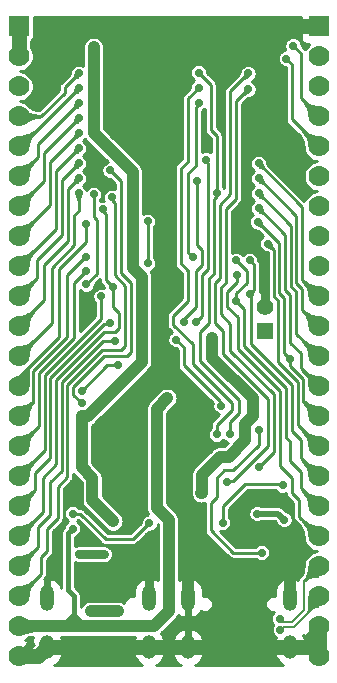
<source format=gbr>
G04 #@! TF.GenerationSoftware,KiCad,Pcbnew,5.1.0-rc2-unknown-036be7d~80~ubuntu16.04.1*
G04 #@! TF.CreationDate,2023-05-16T15:29:05+03:00*
G04 #@! TF.ProjectId,ESP32-S3-DevKit-LiPo_Rev_B,45535033-322d-4533-932d-4465764b6974,B*
G04 #@! TF.SameCoordinates,Original*
G04 #@! TF.FileFunction,Copper,L2,Bot*
G04 #@! TF.FilePolarity,Positive*
%FSLAX46Y46*%
G04 Gerber Fmt 4.6, Leading zero omitted, Abs format (unit mm)*
G04 Created by KiCad (PCBNEW 5.1.0-rc2-unknown-036be7d~80~ubuntu16.04.1) date 2023-05-16 15:29:05*
%MOMM*%
%LPD*%
G04 APERTURE LIST*
%ADD10C,1.400000*%
%ADD11R,1.400000X1.400000*%
%ADD12C,1.778000*%
%ADD13R,1.778000X1.778000*%
%ADD14O,1.200000X2.200000*%
%ADD15O,1.300000X2.000000*%
%ADD16C,1.600000*%
%ADD17C,0.800000*%
%ADD18C,1.000000*%
%ADD19C,0.700000*%
%ADD20C,1.016000*%
%ADD21C,0.508000*%
%ADD22C,0.406400*%
%ADD23C,1.270000*%
%ADD24C,0.762000*%
%ADD25C,0.254000*%
%ADD26C,0.203200*%
%ADD27C,0.025400*%
G04 APERTURE END LIST*
D10*
X151655780Y-88534240D03*
D11*
X151658320Y-90563700D03*
D12*
X156210000Y-115570000D03*
X156210000Y-118110000D03*
X156210000Y-72390000D03*
X156210000Y-69850000D03*
X156210000Y-67310000D03*
D13*
X156210000Y-64770000D03*
D12*
X156210000Y-74930000D03*
X156210000Y-77470000D03*
X156210000Y-82550000D03*
X156210000Y-80010000D03*
X156210000Y-85090000D03*
X156210000Y-87630000D03*
X156210000Y-92710000D03*
X156210000Y-90170000D03*
X156210000Y-95250000D03*
X156210000Y-97790000D03*
X156210000Y-102870000D03*
X156210000Y-100330000D03*
X156210000Y-110490000D03*
X156210000Y-113030000D03*
X156210000Y-107950000D03*
X156210000Y-105410000D03*
D14*
X141861000Y-113175000D03*
D15*
X141861000Y-117355000D03*
X133221000Y-117355000D03*
D14*
X133221000Y-113175000D03*
X153799000Y-113175000D03*
D15*
X153799000Y-117355000D03*
X145159000Y-117355000D03*
D14*
X145159000Y-113175000D03*
D12*
X130810000Y-115569999D03*
X130810000Y-118109999D03*
X130810000Y-72389999D03*
X130810000Y-69849999D03*
X130810000Y-67309999D03*
D13*
X130810000Y-64769999D03*
D12*
X130810000Y-74929999D03*
X130810000Y-77469999D03*
X130810000Y-82549999D03*
X130810000Y-80009999D03*
X130810000Y-85089999D03*
X130810000Y-87629999D03*
X130810000Y-92709999D03*
X130810000Y-90169999D03*
X130810000Y-95249999D03*
X130810000Y-97789999D03*
X130810000Y-102869999D03*
X130810000Y-100329999D03*
X130810000Y-110489999D03*
X130810000Y-113029999D03*
X130810000Y-107949999D03*
X130810000Y-105409999D03*
D16*
X142010000Y-72691000D03*
D17*
X140610000Y-71991000D03*
X143410000Y-71991000D03*
X140610000Y-73391000D03*
X143410000Y-73391000D03*
X141310000Y-71291000D03*
X142710000Y-71291000D03*
X141310000Y-74091000D03*
X142710000Y-74091000D03*
D18*
X143510000Y-106680000D03*
X143383000Y-96266000D03*
X142494000Y-102997000D03*
D19*
X135382000Y-107315000D03*
X132090239Y-71621857D03*
X131953000Y-68453000D03*
X133530010Y-64970990D03*
X141298000Y-64971000D03*
D18*
X141859000Y-108076992D03*
D19*
X147193000Y-117355000D03*
X147193000Y-114427000D03*
X151765000Y-114427000D03*
X151765000Y-117355000D03*
X136525000Y-64971000D03*
X138430000Y-64971000D03*
X146558000Y-66167000D03*
X149225000Y-66294000D03*
X141298000Y-67511000D03*
X138430000Y-67511000D03*
X150495000Y-67511000D03*
X150495000Y-64971000D03*
X139827000Y-66167000D03*
X145415000Y-67511000D03*
X142875000Y-64971000D03*
X145415000Y-64971000D03*
X147955000Y-64971000D03*
D18*
X140518398Y-106750602D03*
D19*
X147955000Y-72136000D03*
X146685000Y-74676000D03*
X138430000Y-71120000D03*
X138430000Y-73025000D03*
X150495000Y-71755000D03*
X150495000Y-74930000D03*
X146050000Y-106045000D03*
D18*
X140335000Y-98171000D03*
D19*
X144399000Y-85979000D03*
X142113000Y-94107000D03*
X142494000Y-90424000D03*
D18*
X146431000Y-96520000D03*
X144907000Y-102362000D03*
D19*
X135636000Y-103505000D03*
D18*
X145288000Y-108077000D03*
D19*
X154559000Y-107696000D03*
X151511000Y-84328000D03*
X137160000Y-75565000D03*
X149352000Y-81026000D03*
X147955000Y-67511000D03*
X147955000Y-69723000D03*
D18*
X141097000Y-95377000D03*
D19*
X136652000Y-88265000D03*
D18*
X149987000Y-107061000D03*
D19*
X148717000Y-99314000D03*
X136525000Y-86614000D03*
X147574000Y-78867000D03*
X137160000Y-78994000D03*
X146050000Y-68707000D03*
X138684000Y-79248000D03*
X149281669Y-85795331D03*
X135890000Y-75120500D03*
X135890000Y-68770500D03*
X135890000Y-73850500D03*
X153469000Y-67511000D03*
D18*
X146280287Y-104290713D03*
D19*
X140462000Y-84836000D03*
D18*
X147193000Y-91186000D03*
D19*
X136144000Y-97790000D03*
D18*
X138811000Y-106680000D03*
X137160000Y-66548000D03*
D19*
X151003000Y-106045000D03*
X153289000Y-106553000D03*
X135890000Y-71310500D03*
X145542000Y-84328000D03*
X146050000Y-71247000D03*
D18*
X136906000Y-114300000D03*
X139192000Y-114300000D03*
D19*
X136525000Y-85471000D03*
X136525000Y-84328000D03*
X141732000Y-81280000D03*
X141732000Y-84836000D03*
X136525000Y-81534000D03*
X135890000Y-78930500D03*
X135890000Y-72580500D03*
X135890000Y-70040500D03*
X147574000Y-99314000D03*
X146050000Y-69977000D03*
X154051000Y-66421000D03*
X150241000Y-70104000D03*
X151130000Y-102108000D03*
X150241000Y-68770500D03*
X148463000Y-103378000D03*
X151130000Y-78930500D03*
X151130000Y-77660500D03*
X151130000Y-80200500D03*
X151892000Y-83185000D03*
X152908004Y-114935000D03*
X152963980Y-115887368D03*
X138049000Y-109474000D03*
X135960610Y-109486991D03*
X136143998Y-95631002D03*
X139192000Y-93472000D03*
X147955000Y-96901000D03*
X144145000Y-91313000D03*
X135890000Y-76390500D03*
X145796000Y-89789000D03*
X146685000Y-76073000D03*
X135890000Y-77660500D03*
X145923000Y-77851000D03*
X144780000Y-89789000D03*
X150368000Y-87476697D03*
X150368000Y-84582000D03*
X149225000Y-88011000D03*
X149225000Y-84582000D03*
X137795000Y-87630000D03*
X138938000Y-91440000D03*
X138811000Y-86868000D03*
X137922000Y-80264000D03*
X138557000Y-89916000D03*
X151130000Y-76390500D03*
X136144000Y-96672400D03*
X138557000Y-76962000D03*
X151066500Y-81343500D03*
X148082000Y-106807000D03*
X135382000Y-106045000D03*
X153797000Y-92964000D03*
X141884400Y-106832400D03*
X153162000Y-103632000D03*
X151130000Y-98933000D03*
X151384000Y-109347000D03*
D20*
X143510000Y-106680000D02*
X143510000Y-106680000D01*
D21*
X135509000Y-115443000D02*
X135635999Y-115569999D01*
D20*
X135635999Y-115569999D02*
X136379934Y-115569999D01*
X134747001Y-115569999D02*
X135635999Y-115569999D01*
X130810000Y-115569999D02*
X134747001Y-115569999D01*
D21*
X135509000Y-114681000D02*
X135509000Y-115443000D01*
X135509000Y-114699065D02*
X136379934Y-115569999D01*
X135509000Y-114681000D02*
X135509000Y-114699065D01*
X135509000Y-114681000D02*
X134620000Y-115570000D01*
D20*
X142494000Y-97155000D02*
X143383000Y-96266000D01*
X142494000Y-102997000D02*
X142494000Y-97155000D01*
D22*
X135001000Y-112522000D02*
X135001000Y-107696000D01*
X135001000Y-107696000D02*
X135382000Y-107315000D01*
X135509000Y-113030000D02*
X135001000Y-112522000D01*
X135509000Y-114681000D02*
X135509000Y-113030000D01*
D20*
X143510000Y-114300000D02*
X143510000Y-106680000D01*
X142239990Y-115570010D02*
X143510000Y-114300000D01*
X136379945Y-115570010D02*
X142239990Y-115570010D01*
X136379934Y-115569999D02*
X136379945Y-115570010D01*
X143510000Y-106553000D02*
X143510000Y-106680000D01*
X142494000Y-105537000D02*
X143510000Y-106553000D01*
X142494000Y-102997000D02*
X142494000Y-105537000D01*
D23*
X156210000Y-115570000D02*
X156210000Y-118110000D01*
D21*
X132090239Y-71621857D02*
X132440238Y-71271858D01*
X132440238Y-68940238D02*
X131953000Y-68453000D01*
X132440238Y-71271858D02*
X132440238Y-68940238D01*
X131953000Y-68453000D02*
X133530010Y-66875990D01*
X133530010Y-66875990D02*
X133530010Y-64970990D01*
D20*
X141310000Y-71291000D02*
X141310000Y-64983000D01*
X141310000Y-64983000D02*
X141298000Y-64971000D01*
D24*
X141859000Y-113157000D02*
X141859000Y-108076992D01*
D20*
X145159000Y-110873000D02*
X145161000Y-110871000D01*
X145159000Y-113175000D02*
X145159000Y-110873000D01*
D24*
X145161000Y-110871000D02*
X145161000Y-113157000D01*
D20*
X153799000Y-111381000D02*
X153799000Y-113175000D01*
X145161000Y-110871000D02*
X153289000Y-110871000D01*
X153289000Y-110871000D02*
X153799000Y-111381000D01*
D23*
X153799000Y-117355000D02*
X156090000Y-117355000D01*
X133221000Y-117355000D02*
X132466000Y-118110000D01*
X132466000Y-118110000D02*
X130810000Y-118110000D01*
X133221000Y-117355000D02*
X156090000Y-117355000D01*
X133731000Y-64770000D02*
X133530010Y-64970990D01*
X156210000Y-64770000D02*
X133731000Y-64770000D01*
D20*
X142494000Y-93726000D02*
X142494000Y-90424000D01*
X142113000Y-94107000D02*
X142494000Y-93726000D01*
D21*
X139192000Y-99314000D02*
X139192000Y-104013000D01*
X139192000Y-104013000D02*
X138811000Y-104394000D01*
X140335000Y-98171000D02*
X139192000Y-99314000D01*
X144907000Y-104902000D02*
X146050000Y-106045000D01*
X144907000Y-102362000D02*
X144907000Y-104902000D01*
D20*
X146431000Y-98425000D02*
X146431000Y-96520000D01*
X144907000Y-102362000D02*
X144907000Y-101473000D01*
X144907000Y-101473000D02*
X146304000Y-100076000D01*
X146304000Y-98552000D02*
X146431000Y-98425000D01*
X146304000Y-100076000D02*
X146304000Y-98552000D01*
D25*
X134620000Y-104521000D02*
X135636000Y-103505000D01*
X134620000Y-106807000D02*
X134620000Y-104521000D01*
X133221000Y-113175000D02*
X133221000Y-111635000D01*
X133221000Y-111635000D02*
X133985000Y-110871000D01*
X133985000Y-110871000D02*
X133985000Y-107442000D01*
X133985000Y-107442000D02*
X134620000Y-106807000D01*
D24*
X146050000Y-107315000D02*
X146050000Y-106045000D01*
X145288000Y-108077000D02*
X146050000Y-107315000D01*
X145288000Y-110744000D02*
X145161000Y-110871000D01*
X145288000Y-108077000D02*
X145288000Y-110744000D01*
D20*
X143383000Y-85979000D02*
X143383000Y-73406000D01*
X142494000Y-86868000D02*
X143383000Y-85979000D01*
X142494000Y-90424000D02*
X142494000Y-86868000D01*
D21*
X144399000Y-85979000D02*
X143383000Y-85979000D01*
X149352000Y-81026000D02*
X149352000Y-82042000D01*
X149352000Y-82042000D02*
X151528780Y-84218780D01*
D24*
X149987000Y-80391000D02*
X149987000Y-75438000D01*
X149352000Y-81026000D02*
X149987000Y-80391000D01*
X150495000Y-74930000D02*
X149987000Y-75438000D01*
D20*
X141097000Y-95377000D02*
X141097000Y-97409000D01*
X141097000Y-97409000D02*
X140335000Y-98171000D01*
D21*
X154051000Y-107696000D02*
X154559000Y-107696000D01*
X150622000Y-107696000D02*
X154051000Y-107696000D01*
X149987000Y-107061000D02*
X150622000Y-107696000D01*
D24*
X151655780Y-88534240D02*
X151638000Y-88516460D01*
X151638000Y-84455000D02*
X151511000Y-84328000D01*
X151638000Y-88516460D02*
X151638000Y-84455000D01*
D25*
X137160000Y-80899000D02*
X137160000Y-78994000D01*
X137414000Y-81153000D02*
X137160000Y-80899000D01*
X137414000Y-85725000D02*
X137414000Y-81153000D01*
X136525000Y-86614000D02*
X137414000Y-85725000D01*
X147574000Y-74041000D02*
X147574000Y-78867000D01*
X147066000Y-73533000D02*
X147574000Y-74041000D01*
X147066000Y-69723000D02*
X147066000Y-73533000D01*
X146050000Y-68707000D02*
X147066000Y-69723000D01*
X148717000Y-98298000D02*
X148717000Y-99314000D01*
X147320000Y-85725000D02*
X146939000Y-86106000D01*
X147320000Y-79375000D02*
X147320000Y-85725000D01*
X146177000Y-93091000D02*
X149479000Y-96393000D01*
X146939000Y-89916000D02*
X146177000Y-90678000D01*
X146939000Y-86106000D02*
X146939000Y-89916000D01*
X146177000Y-90678000D02*
X146177000Y-93091000D01*
X147574000Y-79121000D02*
X147320000Y-79375000D01*
X149479000Y-96393000D02*
X149479000Y-97536000D01*
X147574000Y-78867000D02*
X147574000Y-79121000D01*
X149479000Y-97536000D02*
X148717000Y-98298000D01*
X132715000Y-111124999D02*
X130810000Y-113029999D01*
X132715000Y-109728000D02*
X132715000Y-111124999D01*
X133223000Y-109220000D02*
X132715000Y-109728000D01*
X133223000Y-107315000D02*
X133223000Y-109220000D01*
X134112000Y-106426000D02*
X133223000Y-107315000D01*
X134950267Y-102920733D02*
X134112000Y-103759000D01*
X134950267Y-95887337D02*
X134950267Y-102920733D01*
X138938000Y-85852000D02*
X139827000Y-86741000D01*
X138938000Y-79756000D02*
X138938000Y-85852000D01*
X138684000Y-79502000D02*
X138938000Y-79756000D01*
X138684000Y-79248000D02*
X138684000Y-79502000D01*
X134112000Y-103759000D02*
X134112000Y-106426000D01*
X139827000Y-86741000D02*
X139827000Y-91821000D01*
X139827000Y-91821000D02*
X139446000Y-92202000D01*
X139446000Y-92202000D02*
X137874484Y-92202000D01*
X137874484Y-92202000D02*
X134950719Y-95125765D01*
X134950719Y-95125765D02*
X134950719Y-95886885D01*
X134950719Y-95886885D02*
X134950267Y-95887337D01*
X149281669Y-86430331D02*
X149281669Y-85795331D01*
X148463000Y-87249000D02*
X149281669Y-86430331D01*
X153924000Y-104267000D02*
X153924000Y-102997000D01*
X154559000Y-106299000D02*
X154559000Y-104902000D01*
X156210000Y-107950000D02*
X154559000Y-106299000D01*
X154559000Y-104902000D02*
X153924000Y-104267000D01*
X153924000Y-102997000D02*
X152908000Y-101981000D01*
X149351978Y-92074978D02*
X149351978Y-89407978D01*
X152908000Y-95631000D02*
X149351978Y-92074978D01*
X152908000Y-101981000D02*
X152908000Y-95631000D01*
X149351978Y-89407978D02*
X148463000Y-88519000D01*
X148463000Y-88519000D02*
X148463000Y-87249000D01*
X132080000Y-83820000D02*
X130810000Y-85090000D01*
X135890000Y-75120500D02*
X133985000Y-77025500D01*
X133985000Y-81915000D02*
X132080000Y-83820000D01*
X133985000Y-77025500D02*
X133985000Y-81915000D01*
X134705282Y-69955218D02*
X135890000Y-68770500D01*
X134705282Y-70421500D02*
X134705282Y-69955218D01*
X132736783Y-72389999D02*
X134705282Y-70421500D01*
X130810000Y-72389999D02*
X132736783Y-72389999D01*
X135540001Y-74200499D02*
X135890000Y-73850500D01*
X133477000Y-76263500D02*
X135540001Y-74200499D01*
X130810000Y-82549999D02*
X133477000Y-79882999D01*
X133477000Y-79882999D02*
X133477000Y-76263500D01*
X153924000Y-72644000D02*
X156210000Y-74930000D01*
X153924000Y-67966000D02*
X153924000Y-72644000D01*
X153469000Y-67511000D02*
X153924000Y-67966000D01*
D23*
X130810000Y-64769999D02*
X130810000Y-67310000D01*
D20*
X137160000Y-73787000D02*
X137160000Y-66548000D01*
X140462000Y-77089000D02*
X137160000Y-73787000D01*
X140462000Y-84836000D02*
X140462000Y-77089000D01*
X136144000Y-102108000D02*
X136144000Y-97790000D01*
X137033000Y-102997000D02*
X136144000Y-102108000D01*
X137033000Y-104902000D02*
X137033000Y-102997000D01*
X138811000Y-106680000D02*
X137033000Y-104902000D01*
X140462000Y-85217000D02*
X140462000Y-84836000D01*
X136652000Y-97790000D02*
X141224000Y-93218000D01*
X141224000Y-93218000D02*
X141224000Y-85979000D01*
X136144000Y-97790000D02*
X136652000Y-97790000D01*
X141224000Y-85979000D02*
X140462000Y-85217000D01*
D21*
X152781000Y-106045000D02*
X153289000Y-106553000D01*
X151003000Y-106045000D02*
X152781000Y-106045000D01*
D20*
X147193000Y-92837000D02*
X147193000Y-91186000D01*
X150622000Y-96266000D02*
X147193000Y-92837000D01*
X150622000Y-97790000D02*
X150622000Y-96266000D01*
X149987000Y-98425000D02*
X150622000Y-97790000D01*
X149987000Y-99822000D02*
X149987000Y-98425000D01*
X146280287Y-104290713D02*
X146304000Y-104267000D01*
X148590000Y-101219000D02*
X149987000Y-99822000D01*
X146304000Y-104267000D02*
X146304000Y-102743000D01*
X146304000Y-102743000D02*
X147828000Y-101219000D01*
X147828000Y-101219000D02*
X148590000Y-101219000D01*
D25*
X132461000Y-74739500D02*
X135890000Y-71310500D01*
X130810000Y-77469999D02*
X132461000Y-75818999D01*
X132461000Y-75818999D02*
X132461000Y-74739500D01*
X145161000Y-83947000D02*
X145542000Y-84328000D01*
X145161000Y-77216000D02*
X145161000Y-83947000D01*
X145796000Y-76581000D02*
X145161000Y-77216000D01*
X146050000Y-71247000D02*
X146050000Y-71374000D01*
X146050000Y-71374000D02*
X145796000Y-71628000D01*
X145796000Y-71628000D02*
X145796000Y-76581000D01*
D20*
X136906000Y-114300000D02*
X139192000Y-114300000D01*
D25*
X132537212Y-98602788D02*
X130810000Y-100330000D01*
X136525000Y-85471000D02*
X135509000Y-86487000D01*
X132537212Y-94887817D02*
X132537212Y-98602788D01*
X135509000Y-86487000D02*
X135509000Y-91154911D01*
X132537664Y-94887365D02*
X132537212Y-94887817D01*
X132537664Y-94126247D02*
X132537664Y-94887365D01*
X135509000Y-91154911D02*
X132537664Y-94126247D01*
X132054601Y-94687913D02*
X132054601Y-96545399D01*
X132054601Y-96545399D02*
X130810000Y-97790000D01*
X132055053Y-94687461D02*
X132054601Y-94687913D01*
X132055053Y-93926344D02*
X132055053Y-94687461D01*
X136525000Y-84328000D02*
X136398000Y-84328000D01*
X136398000Y-84328000D02*
X134874000Y-85852000D01*
X134874000Y-85852000D02*
X134874000Y-91107397D01*
X134874000Y-91107397D02*
X132055053Y-93926344D01*
X141732000Y-84836000D02*
X141732000Y-81280000D01*
X130810000Y-94488884D02*
X130810000Y-95249999D01*
X136525000Y-81534000D02*
X136525000Y-83058000D01*
X134239000Y-85344000D02*
X134239000Y-91059884D01*
X136525000Y-83058000D02*
X134239000Y-85344000D01*
X134239000Y-91059884D02*
X130810000Y-94488884D01*
X132080000Y-91440000D02*
X130810000Y-92710000D01*
X133604000Y-85217000D02*
X133604000Y-89916000D01*
X135890000Y-78930500D02*
X135890000Y-80391000D01*
X135890000Y-80391000D02*
X135509000Y-80772000D01*
X135509000Y-83312000D02*
X133604000Y-85217000D01*
X133604000Y-89916000D02*
X132080000Y-91440000D01*
X135509000Y-80772000D02*
X135509000Y-83312000D01*
X132969000Y-75501500D02*
X135890000Y-72580500D01*
X130810000Y-80009999D02*
X132969000Y-77850999D01*
X132969000Y-77850999D02*
X132969000Y-75501500D01*
X131000501Y-74929999D02*
X135890000Y-70040500D01*
X130810000Y-74929999D02*
X131000501Y-74929999D01*
X147574000Y-98552000D02*
X147574000Y-99314000D01*
X148844000Y-97282000D02*
X147574000Y-98552000D01*
X148844000Y-96647000D02*
X148844000Y-97282000D01*
X145161000Y-70866000D02*
X145161000Y-76200000D01*
X145161000Y-76200000D02*
X144526000Y-76835000D01*
X144526000Y-76835000D02*
X144526000Y-84836000D01*
X146050000Y-69977000D02*
X145161000Y-70866000D01*
X144526000Y-84836000D02*
X145161000Y-85471000D01*
X145161000Y-85471000D02*
X145161000Y-88011000D01*
X145161000Y-88011000D02*
X143891000Y-89281000D01*
X143891000Y-89281000D02*
X143891000Y-90043000D01*
X143891000Y-90043000D02*
X145542000Y-91694000D01*
X145542000Y-93345000D02*
X148844000Y-96647000D01*
X145542000Y-91694000D02*
X145542000Y-93345000D01*
X154686000Y-70866000D02*
X156210000Y-72390000D01*
X154686000Y-67056000D02*
X154686000Y-70866000D01*
X154051000Y-66421000D02*
X154686000Y-67056000D01*
X149225000Y-71120000D02*
X150241000Y-70104000D01*
X148336000Y-80264000D02*
X149225000Y-79375000D01*
X152399996Y-95884996D02*
X148742400Y-92227400D01*
X152399996Y-100838004D02*
X152399996Y-95884996D01*
X151130000Y-102108000D02*
X152399996Y-100838004D01*
X148742400Y-92227400D02*
X148742400Y-89941400D01*
X148742400Y-89941400D02*
X147955000Y-89154000D01*
X147955000Y-89154000D02*
X147955000Y-86868000D01*
X147955000Y-86868000D02*
X148336000Y-86487000D01*
X148336000Y-86487000D02*
X148336000Y-80264000D01*
X149225000Y-79375000D02*
X149225000Y-71120000D01*
X147828000Y-79883000D02*
X148717000Y-78994000D01*
X148971000Y-103251000D02*
X151892000Y-100330000D01*
X148717000Y-70294500D02*
X150241000Y-68770500D01*
X148590000Y-103251000D02*
X148971000Y-103251000D01*
X148463000Y-103378000D02*
X148590000Y-103251000D01*
X151892000Y-100330000D02*
X151892000Y-96297971D01*
X151892000Y-96297971D02*
X148132800Y-92538771D01*
X148132800Y-92538771D02*
X148132800Y-90550912D01*
X148717000Y-78994000D02*
X148717000Y-70294500D01*
X147447000Y-86487000D02*
X147828000Y-86106000D01*
X148132800Y-90550912D02*
X147447000Y-89865112D01*
X147828000Y-86106000D02*
X147828000Y-79883000D01*
X147447000Y-89865112D02*
X147447000Y-86487000D01*
X154305000Y-90805000D02*
X156210000Y-92710000D01*
X151130000Y-78930500D02*
X153847833Y-81648333D01*
X154305000Y-87249000D02*
X154305000Y-90805000D01*
X153847833Y-81648333D02*
X153847833Y-86791833D01*
X153847833Y-86791833D02*
X154305000Y-87249000D01*
X154813000Y-88773000D02*
X156210000Y-90170000D01*
X151130000Y-77660500D02*
X154330444Y-80860944D01*
X154330444Y-80860944D02*
X154330444Y-86512444D01*
X154330444Y-86512444D02*
X154813000Y-86995000D01*
X154813000Y-86995000D02*
X154813000Y-88773000D01*
X154686000Y-93683628D02*
X156210000Y-95207628D01*
X153797000Y-91567000D02*
X154686000Y-92456000D01*
X156210000Y-95207628D02*
X156210000Y-95250000D01*
X154686000Y-92456000D02*
X154686000Y-93683628D01*
X151130000Y-80200500D02*
X153365222Y-82435722D01*
X153365222Y-82435722D02*
X153365222Y-87071222D01*
X153365222Y-87071222D02*
X153797000Y-87503000D01*
X153797000Y-87503000D02*
X153797000Y-91567000D01*
X152400000Y-83693000D02*
X151892000Y-83185000D01*
X152400000Y-87630000D02*
X152400000Y-83693000D01*
X152781000Y-88011000D02*
X152400000Y-87630000D01*
X156210000Y-100330000D02*
X154432000Y-98552000D01*
X154432000Y-98552000D02*
X154432000Y-94869000D01*
X154432000Y-94869000D02*
X152781000Y-93218000D01*
X152781000Y-93218000D02*
X152781000Y-88011000D01*
D26*
X154940000Y-114173000D02*
X153924000Y-115189000D01*
X154940000Y-111760000D02*
X154940000Y-114173000D01*
X156210000Y-110490000D02*
X154940000Y-111760000D01*
X153924000Y-115189000D02*
X153162004Y-115189000D01*
X153162004Y-115189000D02*
X152908004Y-114935000D01*
X156210000Y-113513671D02*
X154102861Y-115620810D01*
X156210000Y-113030000D02*
X156210000Y-113513671D01*
X154102861Y-115620810D02*
X153230538Y-115620810D01*
X153230538Y-115620810D02*
X152963980Y-115887368D01*
D24*
X135973601Y-109474000D02*
X135960610Y-109486991D01*
X138049000Y-109474000D02*
X135973601Y-109474000D01*
D25*
X138303000Y-93472000D02*
X136143998Y-95631002D01*
X139192000Y-93472000D02*
X138303000Y-93472000D01*
X144780000Y-91948000D02*
X144145000Y-91313000D01*
X147955000Y-96901000D02*
X147828000Y-96774000D01*
X147828000Y-96774000D02*
X147828000Y-96520000D01*
X144780000Y-93472000D02*
X144780000Y-91948000D01*
X147828000Y-96520000D02*
X144780000Y-93472000D01*
X146304000Y-89281000D02*
X145796000Y-89789000D01*
X146304000Y-85852000D02*
X146304000Y-89281000D01*
X146685000Y-76200000D02*
X146812000Y-76327000D01*
X146812000Y-76327000D02*
X146812000Y-85344000D01*
X146685000Y-76073000D02*
X146685000Y-76200000D01*
X146812000Y-85344000D02*
X146304000Y-85852000D01*
X134493000Y-77787500D02*
X134493000Y-82423000D01*
X134493000Y-82423000D02*
X132334000Y-84582000D01*
X132334000Y-86106000D02*
X130810000Y-87630000D01*
X135890000Y-76390500D02*
X134493000Y-77787500D01*
X132334000Y-84582000D02*
X132334000Y-86106000D01*
X130810000Y-90106944D02*
X130810000Y-90170000D01*
X132969000Y-87947944D02*
X130810000Y-90106944D01*
X135890000Y-77660500D02*
X135001000Y-78549500D01*
X135001000Y-78549500D02*
X135001000Y-82931000D01*
X132969000Y-84963000D02*
X132969000Y-87947944D01*
X135001000Y-82931000D02*
X132969000Y-84963000D01*
X145796000Y-85471000D02*
X145796000Y-88519000D01*
X146304000Y-84963000D02*
X145796000Y-85471000D01*
X145796000Y-88519000D02*
X144780000Y-89535000D01*
X145923000Y-83312000D02*
X146304000Y-83693000D01*
X144780000Y-89535000D02*
X144780000Y-89789000D01*
X146304000Y-83693000D02*
X146304000Y-84963000D01*
X145923000Y-77851000D02*
X145923000Y-83312000D01*
X150749000Y-87095697D02*
X150368000Y-87476697D01*
X150368000Y-84582000D02*
X150749000Y-84963000D01*
X150749000Y-84963000D02*
X150749000Y-87095697D01*
X150495000Y-87603697D02*
X150368000Y-87476697D01*
X150495000Y-91694000D02*
X150495000Y-87603697D01*
X153924000Y-95123000D02*
X150495000Y-91694000D01*
X156210000Y-102870000D02*
X154686000Y-101346000D01*
X154686000Y-101346000D02*
X154686000Y-99798243D01*
X154686000Y-99798243D02*
X153924000Y-99036243D01*
X153924000Y-99036243D02*
X153924000Y-95123000D01*
X149225000Y-87376000D02*
X149225000Y-88011000D01*
X150114000Y-86487000D02*
X149225000Y-87376000D01*
X150114000Y-85471000D02*
X150114000Y-86487000D01*
X149225000Y-84582000D02*
X150114000Y-85471000D01*
X149910800Y-88696800D02*
X149225000Y-88011000D01*
X153416000Y-99568000D02*
X153416000Y-95377000D01*
X149910800Y-91871800D02*
X149910800Y-88696800D01*
X153416000Y-95377000D02*
X149910800Y-91871800D01*
X153797000Y-99949000D02*
X153416000Y-99568000D01*
X156210000Y-105410000D02*
X154686000Y-103886000D01*
X154686000Y-103886000D02*
X154686000Y-102489000D01*
X154686000Y-102489000D02*
X153797000Y-101600000D01*
X153797000Y-101600000D02*
X153797000Y-99949000D01*
X133019823Y-95087721D02*
X133019823Y-100660177D01*
X137795000Y-87630000D02*
X137795000Y-89551426D01*
X133019823Y-100660177D02*
X130810000Y-102870000D01*
X137795000Y-89551426D02*
X133020275Y-94326150D01*
X133020275Y-94326150D02*
X133020275Y-95087269D01*
X133020275Y-95087269D02*
X133019823Y-95087721D01*
X137953969Y-91440000D02*
X138938000Y-91440000D01*
X134468108Y-94925861D02*
X137953969Y-91440000D01*
X134468108Y-95686981D02*
X134468108Y-94925861D01*
X133477000Y-103378000D02*
X134467656Y-102387344D01*
X130810000Y-110490000D02*
X132461000Y-108839000D01*
X132461000Y-108839000D02*
X132461000Y-107188000D01*
X134467656Y-95687433D02*
X134468108Y-95686981D01*
X133477000Y-106172000D02*
X133477000Y-103378000D01*
X134467656Y-102387344D02*
X134467656Y-95687433D01*
X132461000Y-107188000D02*
X133477000Y-106172000D01*
X132842000Y-105918000D02*
X130810000Y-107950000D01*
X139319000Y-90297000D02*
X138938000Y-90678000D01*
X139319000Y-89027000D02*
X139319000Y-90297000D01*
X138811000Y-88519000D02*
X139319000Y-89027000D01*
X138811000Y-86868000D02*
X138811000Y-88519000D01*
X138938000Y-90678000D02*
X138033453Y-90678000D01*
X133985497Y-94725956D02*
X133985497Y-95487077D01*
X133985497Y-95487077D02*
X133985045Y-95487529D01*
X133985045Y-95487529D02*
X133985045Y-101853955D01*
X132842000Y-102997000D02*
X132842000Y-105918000D01*
X138033453Y-90678000D02*
X133985497Y-94725956D01*
X133985045Y-101853955D02*
X132842000Y-102997000D01*
X138176000Y-80695800D02*
X137922000Y-80441800D01*
X138176000Y-86233000D02*
X138176000Y-80695800D01*
X137922000Y-80441800D02*
X137922000Y-80264000D01*
X138811000Y-86868000D02*
X138176000Y-86233000D01*
X132207000Y-102616000D02*
X132207000Y-104013000D01*
X133502434Y-101320566D02*
X132207000Y-102616000D01*
X133502434Y-95287625D02*
X133502434Y-101320566D01*
X132207000Y-104013000D02*
X130810000Y-105410000D01*
X133502886Y-95287173D02*
X133502434Y-95287625D01*
X133502886Y-94526053D02*
X133502886Y-95287173D01*
X138461530Y-90011470D02*
X138017470Y-90011470D01*
X138557000Y-89916000D02*
X138461530Y-90011470D01*
X138017470Y-90011470D02*
X133502886Y-94526053D01*
X151130000Y-76390500D02*
X154813055Y-80073555D01*
X154813055Y-86233055D02*
X156210000Y-87630000D01*
X154813055Y-80073555D02*
X154813055Y-86233055D01*
X135433330Y-95961730D02*
X136144000Y-96672400D01*
X135433330Y-95325669D02*
X135433330Y-95961730D01*
X138048999Y-92710000D02*
X135433330Y-95325669D01*
X139954000Y-92710000D02*
X138048999Y-92710000D01*
X140335000Y-92329000D02*
X139954000Y-92710000D01*
X139496472Y-85648472D02*
X140335000Y-86487000D01*
X138557000Y-76962000D02*
X139496472Y-77901472D01*
X139496472Y-77901472D02*
X139496472Y-85648472D01*
X140335000Y-86487000D02*
X140335000Y-92329000D01*
X136017000Y-106045000D02*
X135382000Y-106045000D01*
X141884400Y-106832400D02*
X141833600Y-106832400D01*
X141833600Y-106832400D02*
X140462000Y-108204000D01*
X140462000Y-108204000D02*
X138176000Y-108204000D01*
X138176000Y-108204000D02*
X136017000Y-106045000D01*
X153035000Y-103505000D02*
X153162000Y-103632000D01*
X149987000Y-103505000D02*
X153035000Y-103505000D01*
X148082000Y-105410000D02*
X149987000Y-103505000D01*
X148082000Y-106807000D02*
X148082000Y-105410000D01*
X153797000Y-92964000D02*
X153289000Y-92456000D01*
X153289000Y-92456000D02*
X153289000Y-87757000D01*
X153289000Y-87757000D02*
X152882611Y-87350611D01*
X152882611Y-83159611D02*
X151066500Y-81343500D01*
X152882611Y-87350611D02*
X152882611Y-83159611D01*
X154914611Y-96494611D02*
X156210000Y-97790000D01*
X154914611Y-94640411D02*
X154914611Y-96494611D01*
X153797000Y-93522800D02*
X154914611Y-94640411D01*
X153797000Y-92964000D02*
X153797000Y-93522800D01*
X147066000Y-107442000D02*
X147066000Y-105156000D01*
X147574000Y-102997000D02*
X148209000Y-102362000D01*
X151384000Y-109347000D02*
X148971000Y-109347000D01*
X147066000Y-105156000D02*
X147574000Y-104648000D01*
X148971000Y-109347000D02*
X147066000Y-107442000D01*
X147574000Y-104648000D02*
X147574000Y-102997000D01*
X148209000Y-102362000D02*
X148971000Y-102362000D01*
X148971000Y-102362000D02*
X151130000Y-100203000D01*
X151130000Y-100203000D02*
X151130000Y-98933000D01*
G36*
X154686000Y-64420750D02*
G01*
X154844750Y-64579500D01*
X156019500Y-64579500D01*
X156019500Y-64559500D01*
X156400500Y-64559500D01*
X156400500Y-64579500D01*
X156420500Y-64579500D01*
X156420500Y-64960500D01*
X156400500Y-64960500D01*
X156400500Y-64980500D01*
X156019500Y-64980500D01*
X156019500Y-64960500D01*
X154844750Y-64960500D01*
X154686000Y-65119250D01*
X154686000Y-65721542D01*
X154710403Y-65844223D01*
X154758270Y-65959785D01*
X154827763Y-66063789D01*
X154916211Y-66152237D01*
X155020215Y-66221730D01*
X155135777Y-66269597D01*
X155258458Y-66294000D01*
X155444612Y-66294000D01*
X155400422Y-66323527D01*
X155223527Y-66500422D01*
X155084541Y-66708429D01*
X155075614Y-66729982D01*
X155046948Y-66695052D01*
X155027565Y-66679145D01*
X154782000Y-66433580D01*
X154782000Y-66349003D01*
X154753908Y-66207775D01*
X154698804Y-66074742D01*
X154618805Y-65955015D01*
X154516985Y-65853195D01*
X154397258Y-65773196D01*
X154264225Y-65718092D01*
X154122997Y-65690000D01*
X153979003Y-65690000D01*
X153837775Y-65718092D01*
X153704742Y-65773196D01*
X153585015Y-65853195D01*
X153483195Y-65955015D01*
X153403196Y-66074742D01*
X153348092Y-66207775D01*
X153320000Y-66349003D01*
X153320000Y-66492997D01*
X153348092Y-66634225D01*
X153403196Y-66767258D01*
X153411710Y-66780000D01*
X153397003Y-66780000D01*
X153255775Y-66808092D01*
X153122742Y-66863196D01*
X153003015Y-66943195D01*
X152901195Y-67045015D01*
X152821196Y-67164742D01*
X152766092Y-67297775D01*
X152738000Y-67439003D01*
X152738000Y-67582997D01*
X152766092Y-67724225D01*
X152821196Y-67857258D01*
X152901195Y-67976985D01*
X153003015Y-68078805D01*
X153122742Y-68158804D01*
X153255775Y-68213908D01*
X153397003Y-68242000D01*
X153416000Y-68242000D01*
X153416001Y-72619046D01*
X153413543Y-72644000D01*
X153421883Y-72728671D01*
X153423352Y-72743585D01*
X153433138Y-72775844D01*
X153452400Y-72839343D01*
X153499571Y-72927595D01*
X153547150Y-72985570D01*
X153563053Y-73004948D01*
X153582430Y-73020850D01*
X154545264Y-73983685D01*
X154627776Y-74072182D01*
X154696084Y-74157132D01*
X154755084Y-74243340D01*
X154805290Y-74331057D01*
X154847162Y-74420643D01*
X154881098Y-74512673D01*
X154907323Y-74607717D01*
X154925932Y-74706494D01*
X154936828Y-74809556D01*
X154940000Y-74924736D01*
X154940000Y-75055084D01*
X154988805Y-75300445D01*
X155084541Y-75531571D01*
X155223527Y-75739578D01*
X155400422Y-75916473D01*
X155608429Y-76055459D01*
X155839555Y-76151195D01*
X156084916Y-76200000D01*
X155839555Y-76248805D01*
X155608429Y-76344541D01*
X155400422Y-76483527D01*
X155223527Y-76660422D01*
X155084541Y-76868429D01*
X154988805Y-77099555D01*
X154940000Y-77344916D01*
X154940000Y-77595084D01*
X154988805Y-77840445D01*
X155084541Y-78071571D01*
X155223527Y-78279578D01*
X155400422Y-78456473D01*
X155608429Y-78595459D01*
X155839555Y-78691195D01*
X156084916Y-78740000D01*
X155839555Y-78788805D01*
X155608429Y-78884541D01*
X155400422Y-79023527D01*
X155223527Y-79200422D01*
X155084541Y-79408429D01*
X155020634Y-79562713D01*
X151874577Y-76416657D01*
X151865336Y-76406751D01*
X151862472Y-76403195D01*
X151861381Y-76401604D01*
X151861327Y-76401100D01*
X151861000Y-76389341D01*
X151861000Y-76318503D01*
X151832908Y-76177275D01*
X151777804Y-76044242D01*
X151697805Y-75924515D01*
X151595985Y-75822695D01*
X151476258Y-75742696D01*
X151343225Y-75687592D01*
X151201997Y-75659500D01*
X151058003Y-75659500D01*
X150916775Y-75687592D01*
X150783742Y-75742696D01*
X150664015Y-75822695D01*
X150562195Y-75924515D01*
X150482196Y-76044242D01*
X150427092Y-76177275D01*
X150399000Y-76318503D01*
X150399000Y-76462497D01*
X150427092Y-76603725D01*
X150482196Y-76736758D01*
X150562195Y-76856485D01*
X150664015Y-76958305D01*
X150764579Y-77025500D01*
X150664015Y-77092695D01*
X150562195Y-77194515D01*
X150482196Y-77314242D01*
X150427092Y-77447275D01*
X150399000Y-77588503D01*
X150399000Y-77732497D01*
X150427092Y-77873725D01*
X150482196Y-78006758D01*
X150562195Y-78126485D01*
X150664015Y-78228305D01*
X150764579Y-78295500D01*
X150664015Y-78362695D01*
X150562195Y-78464515D01*
X150482196Y-78584242D01*
X150427092Y-78717275D01*
X150399000Y-78858503D01*
X150399000Y-79002497D01*
X150427092Y-79143725D01*
X150482196Y-79276758D01*
X150562195Y-79396485D01*
X150664015Y-79498305D01*
X150764579Y-79565500D01*
X150664015Y-79632695D01*
X150562195Y-79734515D01*
X150482196Y-79854242D01*
X150427092Y-79987275D01*
X150399000Y-80128503D01*
X150399000Y-80272497D01*
X150427092Y-80413725D01*
X150482196Y-80546758D01*
X150562195Y-80666485D01*
X150643010Y-80747300D01*
X150600515Y-80775695D01*
X150498695Y-80877515D01*
X150418696Y-80997242D01*
X150363592Y-81130275D01*
X150335500Y-81271503D01*
X150335500Y-81415497D01*
X150363592Y-81556725D01*
X150418696Y-81689758D01*
X150498695Y-81809485D01*
X150600515Y-81911305D01*
X150720242Y-81991304D01*
X150853275Y-82046408D01*
X150994503Y-82074500D01*
X151065341Y-82074500D01*
X151077100Y-82074827D01*
X151077604Y-82074881D01*
X151079195Y-82075972D01*
X151082751Y-82078836D01*
X151092659Y-82088079D01*
X151543365Y-82538785D01*
X151426015Y-82617195D01*
X151324195Y-82719015D01*
X151244196Y-82838742D01*
X151189092Y-82971775D01*
X151161000Y-83113003D01*
X151161000Y-83256997D01*
X151189092Y-83398225D01*
X151244196Y-83531258D01*
X151324195Y-83650985D01*
X151426015Y-83752805D01*
X151545742Y-83832804D01*
X151678775Y-83887908D01*
X151820003Y-83916000D01*
X151890841Y-83916000D01*
X151892001Y-83916032D01*
X151892000Y-87220183D01*
X151780527Y-87198594D01*
X151517559Y-87199921D01*
X151259902Y-87252526D01*
X151228315Y-87265610D01*
X151249649Y-87195282D01*
X151257000Y-87120644D01*
X151257000Y-87120642D01*
X151259457Y-87095698D01*
X151257000Y-87070754D01*
X151257000Y-84987943D01*
X151259457Y-84962999D01*
X151256035Y-84928258D01*
X151249649Y-84863415D01*
X151220601Y-84767657D01*
X151218648Y-84764003D01*
X151173429Y-84679404D01*
X151125850Y-84621429D01*
X151109948Y-84602052D01*
X151099000Y-84593067D01*
X151099000Y-84510003D01*
X151070908Y-84368775D01*
X151015804Y-84235742D01*
X150935805Y-84116015D01*
X150833985Y-84014195D01*
X150714258Y-83934196D01*
X150581225Y-83879092D01*
X150439997Y-83851000D01*
X150296003Y-83851000D01*
X150154775Y-83879092D01*
X150021742Y-83934196D01*
X149902015Y-84014195D01*
X149800195Y-84116015D01*
X149796500Y-84121545D01*
X149792805Y-84116015D01*
X149690985Y-84014195D01*
X149571258Y-83934196D01*
X149438225Y-83879092D01*
X149296997Y-83851000D01*
X149153003Y-83851000D01*
X149011775Y-83879092D01*
X148878742Y-83934196D01*
X148844000Y-83957410D01*
X148844000Y-80474420D01*
X149566565Y-79751855D01*
X149585948Y-79735948D01*
X149649429Y-79658595D01*
X149696601Y-79570343D01*
X149725649Y-79474585D01*
X149733000Y-79399947D01*
X149733000Y-79399944D01*
X149735457Y-79375000D01*
X149733000Y-79350053D01*
X149733000Y-71330420D01*
X150214854Y-70848566D01*
X150224748Y-70839337D01*
X150228304Y-70836472D01*
X150229895Y-70835381D01*
X150230399Y-70835327D01*
X150242158Y-70835000D01*
X150312997Y-70835000D01*
X150454225Y-70806908D01*
X150587258Y-70751804D01*
X150706985Y-70671805D01*
X150808805Y-70569985D01*
X150888804Y-70450258D01*
X150943908Y-70317225D01*
X150972000Y-70175997D01*
X150972000Y-70032003D01*
X150943908Y-69890775D01*
X150888804Y-69757742D01*
X150808805Y-69638015D01*
X150706985Y-69536195D01*
X150587258Y-69456196D01*
X150541518Y-69437250D01*
X150587258Y-69418304D01*
X150706985Y-69338305D01*
X150808805Y-69236485D01*
X150888804Y-69116758D01*
X150943908Y-68983725D01*
X150972000Y-68842497D01*
X150972000Y-68698503D01*
X150943908Y-68557275D01*
X150888804Y-68424242D01*
X150808805Y-68304515D01*
X150706985Y-68202695D01*
X150587258Y-68122696D01*
X150454225Y-68067592D01*
X150312997Y-68039500D01*
X150169003Y-68039500D01*
X150027775Y-68067592D01*
X149894742Y-68122696D01*
X149775015Y-68202695D01*
X149673195Y-68304515D01*
X149593196Y-68424242D01*
X149538092Y-68557275D01*
X149510000Y-68698503D01*
X149510000Y-68769365D01*
X149509674Y-68781085D01*
X149509618Y-68781604D01*
X149508527Y-68783195D01*
X149505656Y-68786759D01*
X149496435Y-68796644D01*
X148375430Y-69917650D01*
X148356053Y-69933552D01*
X148340151Y-69952929D01*
X148340150Y-69952930D01*
X148292571Y-70010905D01*
X148253530Y-70083947D01*
X148245400Y-70099157D01*
X148219185Y-70185578D01*
X148216352Y-70194916D01*
X148206543Y-70294500D01*
X148209001Y-70319454D01*
X148209000Y-78501580D01*
X148141805Y-78401015D01*
X148082000Y-78341210D01*
X148082000Y-74065943D01*
X148084457Y-74040999D01*
X148079324Y-73988884D01*
X148074649Y-73941415D01*
X148045601Y-73845657D01*
X148037209Y-73829957D01*
X147998429Y-73757404D01*
X147950850Y-73699429D01*
X147934948Y-73680052D01*
X147915570Y-73664149D01*
X147574000Y-73322580D01*
X147574000Y-69747944D01*
X147576457Y-69723000D01*
X147574000Y-69698053D01*
X147566649Y-69623415D01*
X147537601Y-69527657D01*
X147499404Y-69456196D01*
X147490429Y-69439404D01*
X147442850Y-69381429D01*
X147426948Y-69362052D01*
X147407571Y-69346150D01*
X146781000Y-68719580D01*
X146781000Y-68635003D01*
X146752908Y-68493775D01*
X146697804Y-68360742D01*
X146617805Y-68241015D01*
X146515985Y-68139195D01*
X146396258Y-68059196D01*
X146263225Y-68004092D01*
X146121997Y-67976000D01*
X145978003Y-67976000D01*
X145836775Y-68004092D01*
X145703742Y-68059196D01*
X145584015Y-68139195D01*
X145482195Y-68241015D01*
X145402196Y-68360742D01*
X145347092Y-68493775D01*
X145319000Y-68635003D01*
X145319000Y-68778997D01*
X145347092Y-68920225D01*
X145402196Y-69053258D01*
X145482195Y-69172985D01*
X145584015Y-69274805D01*
X145684579Y-69342000D01*
X145584015Y-69409195D01*
X145482195Y-69511015D01*
X145402196Y-69630742D01*
X145347092Y-69763775D01*
X145319000Y-69905003D01*
X145319000Y-69989580D01*
X144819435Y-70489145D01*
X144800052Y-70505052D01*
X144736571Y-70582405D01*
X144689399Y-70670658D01*
X144660351Y-70766416D01*
X144653451Y-70836473D01*
X144650543Y-70866000D01*
X144653000Y-70890944D01*
X144653001Y-75989579D01*
X144184435Y-76458145D01*
X144165052Y-76474052D01*
X144101571Y-76551405D01*
X144054399Y-76639658D01*
X144025351Y-76735416D01*
X144019128Y-76798600D01*
X144015543Y-76835000D01*
X144018000Y-76859944D01*
X144018001Y-84811046D01*
X144015543Y-84836000D01*
X144021321Y-84894657D01*
X144025352Y-84935585D01*
X144048009Y-85010274D01*
X144054400Y-85031343D01*
X144101571Y-85119595D01*
X144138733Y-85164877D01*
X144165053Y-85196948D01*
X144184430Y-85212850D01*
X144653000Y-85681420D01*
X144653001Y-87800578D01*
X143549435Y-88904145D01*
X143530052Y-88920052D01*
X143466571Y-88997405D01*
X143419399Y-89085658D01*
X143390351Y-89181416D01*
X143386067Y-89224918D01*
X143380543Y-89281000D01*
X143383000Y-89305945D01*
X143383001Y-90018046D01*
X143380543Y-90043000D01*
X143387275Y-90111343D01*
X143390352Y-90142585D01*
X143409836Y-90206815D01*
X143419400Y-90238343D01*
X143466571Y-90326595D01*
X143504177Y-90372418D01*
X143530053Y-90403948D01*
X143549430Y-90419850D01*
X143796365Y-90666785D01*
X143679015Y-90745195D01*
X143577195Y-90847015D01*
X143497196Y-90966742D01*
X143442092Y-91099775D01*
X143414000Y-91241003D01*
X143414000Y-91384997D01*
X143442092Y-91526225D01*
X143497196Y-91659258D01*
X143577195Y-91778985D01*
X143679015Y-91880805D01*
X143798742Y-91960804D01*
X143931775Y-92015908D01*
X144073003Y-92044000D01*
X144157580Y-92044000D01*
X144272001Y-92158421D01*
X144272000Y-93447055D01*
X144269543Y-93472000D01*
X144272000Y-93496944D01*
X144272000Y-93496946D01*
X144279351Y-93571584D01*
X144308399Y-93667342D01*
X144355571Y-93755595D01*
X144419052Y-93832948D01*
X144438435Y-93848855D01*
X147259491Y-96669912D01*
X147252092Y-96687775D01*
X147224000Y-96829003D01*
X147224000Y-96972997D01*
X147252092Y-97114225D01*
X147307196Y-97247258D01*
X147387195Y-97366985D01*
X147489015Y-97468805D01*
X147608742Y-97548804D01*
X147741775Y-97603908D01*
X147793402Y-97614177D01*
X147232435Y-98175145D01*
X147213052Y-98191052D01*
X147149571Y-98268405D01*
X147102399Y-98356658D01*
X147073351Y-98452416D01*
X147066596Y-98521000D01*
X147063543Y-98552000D01*
X147066000Y-98576945D01*
X147066000Y-98788210D01*
X147006195Y-98848015D01*
X146926196Y-98967742D01*
X146871092Y-99100775D01*
X146843000Y-99242003D01*
X146843000Y-99385997D01*
X146871092Y-99527225D01*
X146926196Y-99660258D01*
X147006195Y-99779985D01*
X147108015Y-99881805D01*
X147227742Y-99961804D01*
X147360775Y-100016908D01*
X147502003Y-100045000D01*
X147645997Y-100045000D01*
X147787225Y-100016908D01*
X147920258Y-99961804D01*
X148039985Y-99881805D01*
X148141805Y-99779985D01*
X148145500Y-99774455D01*
X148149195Y-99779985D01*
X148251015Y-99881805D01*
X148370742Y-99961804D01*
X148503775Y-100016908D01*
X148529700Y-100022065D01*
X148221765Y-100330000D01*
X147871659Y-100330000D01*
X147827999Y-100325700D01*
X147784339Y-100330000D01*
X147784333Y-100330000D01*
X147686924Y-100339594D01*
X147653724Y-100342864D01*
X147562255Y-100370611D01*
X147486149Y-100393697D01*
X147331709Y-100476247D01*
X147196341Y-100587341D01*
X147168506Y-100621259D01*
X145706259Y-102083506D01*
X145672342Y-102111341D01*
X145644507Y-102145258D01*
X145644505Y-102145260D01*
X145561248Y-102246709D01*
X145478698Y-102401148D01*
X145427864Y-102568726D01*
X145410700Y-102743000D01*
X145415001Y-102786669D01*
X145415000Y-104080674D01*
X145404151Y-104116439D01*
X145386987Y-104290713D01*
X145404151Y-104464987D01*
X145454985Y-104632565D01*
X145537535Y-104787004D01*
X145648628Y-104922372D01*
X145783996Y-105033465D01*
X145938435Y-105116015D01*
X146106013Y-105166849D01*
X146280287Y-105184013D01*
X146454561Y-105166849D01*
X146557552Y-105135607D01*
X146555543Y-105156000D01*
X146558001Y-105180954D01*
X146558000Y-107417056D01*
X146555543Y-107442000D01*
X146558000Y-107466944D01*
X146558000Y-107466946D01*
X146565351Y-107541584D01*
X146594399Y-107637342D01*
X146641571Y-107725595D01*
X146705052Y-107802948D01*
X146724435Y-107818855D01*
X148594145Y-109688565D01*
X148610052Y-109707948D01*
X148687405Y-109771429D01*
X148775657Y-109818601D01*
X148871415Y-109847649D01*
X148946053Y-109855000D01*
X148946056Y-109855000D01*
X148971000Y-109857457D01*
X148995944Y-109855000D01*
X150858210Y-109855000D01*
X150918015Y-109914805D01*
X151037742Y-109994804D01*
X151170775Y-110049908D01*
X151312003Y-110078000D01*
X151455997Y-110078000D01*
X151597225Y-110049908D01*
X151730258Y-109994804D01*
X151849985Y-109914805D01*
X151951805Y-109812985D01*
X152031804Y-109693258D01*
X152086908Y-109560225D01*
X152115000Y-109418997D01*
X152115000Y-109275003D01*
X152086908Y-109133775D01*
X152031804Y-109000742D01*
X151951805Y-108881015D01*
X151849985Y-108779195D01*
X151730258Y-108699196D01*
X151597225Y-108644092D01*
X151455997Y-108616000D01*
X151312003Y-108616000D01*
X151170775Y-108644092D01*
X151037742Y-108699196D01*
X150918015Y-108779195D01*
X150858210Y-108839000D01*
X149181420Y-108839000D01*
X147840698Y-107498278D01*
X147868775Y-107509908D01*
X148010003Y-107538000D01*
X148153997Y-107538000D01*
X148295225Y-107509908D01*
X148428258Y-107454804D01*
X148547985Y-107374805D01*
X148649805Y-107272985D01*
X148729804Y-107153258D01*
X148784908Y-107020225D01*
X148813000Y-106878997D01*
X148813000Y-106735003D01*
X148784908Y-106593775D01*
X148729804Y-106460742D01*
X148649805Y-106341015D01*
X148590000Y-106281210D01*
X148590000Y-105973003D01*
X150272000Y-105973003D01*
X150272000Y-106116997D01*
X150300092Y-106258225D01*
X150355196Y-106391258D01*
X150435195Y-106510985D01*
X150537015Y-106612805D01*
X150656742Y-106692804D01*
X150789775Y-106747908D01*
X150931003Y-106776000D01*
X151074997Y-106776000D01*
X151216225Y-106747908D01*
X151349258Y-106692804D01*
X151368421Y-106680000D01*
X152517975Y-106680000D01*
X152581596Y-106743621D01*
X152586092Y-106766225D01*
X152641196Y-106899258D01*
X152721195Y-107018985D01*
X152823015Y-107120805D01*
X152942742Y-107200804D01*
X153075775Y-107255908D01*
X153217003Y-107284000D01*
X153360997Y-107284000D01*
X153502225Y-107255908D01*
X153635258Y-107200804D01*
X153754985Y-107120805D01*
X153856805Y-107018985D01*
X153936804Y-106899258D01*
X153991908Y-106766225D01*
X154020000Y-106624997D01*
X154020000Y-106481003D01*
X153991908Y-106339775D01*
X153936804Y-106206742D01*
X153856805Y-106087015D01*
X153754985Y-105985195D01*
X153635258Y-105905196D01*
X153502225Y-105850092D01*
X153479621Y-105845596D01*
X153252074Y-105618050D01*
X153232185Y-105593815D01*
X153135494Y-105514463D01*
X153025180Y-105455498D01*
X152905482Y-105419188D01*
X152812192Y-105410000D01*
X152812181Y-105410000D01*
X152781000Y-105406929D01*
X152749819Y-105410000D01*
X151368421Y-105410000D01*
X151349258Y-105397196D01*
X151216225Y-105342092D01*
X151074997Y-105314000D01*
X150931003Y-105314000D01*
X150789775Y-105342092D01*
X150656742Y-105397196D01*
X150537015Y-105477195D01*
X150435195Y-105579015D01*
X150355196Y-105698742D01*
X150300092Y-105831775D01*
X150272000Y-105973003D01*
X148590000Y-105973003D01*
X148590000Y-105620420D01*
X150197420Y-104013000D01*
X152537410Y-104013000D01*
X152594195Y-104097985D01*
X152696015Y-104199805D01*
X152815742Y-104279804D01*
X152948775Y-104334908D01*
X153090003Y-104363000D01*
X153233997Y-104363000D01*
X153375225Y-104334908D01*
X153418467Y-104316997D01*
X153423351Y-104366584D01*
X153452399Y-104462342D01*
X153499571Y-104550595D01*
X153563052Y-104627948D01*
X153582435Y-104643855D01*
X154051001Y-105112421D01*
X154051000Y-106274055D01*
X154048543Y-106299000D01*
X154051000Y-106323944D01*
X154051000Y-106323946D01*
X154058351Y-106398584D01*
X154087399Y-106494342D01*
X154134571Y-106582595D01*
X154198052Y-106659948D01*
X154217435Y-106675855D01*
X154545258Y-107003678D01*
X154627776Y-107092182D01*
X154696084Y-107177132D01*
X154755084Y-107263340D01*
X154805290Y-107351057D01*
X154847162Y-107440643D01*
X154881098Y-107532673D01*
X154907323Y-107627717D01*
X154925932Y-107726494D01*
X154936828Y-107829556D01*
X154940000Y-107944736D01*
X154940000Y-108075084D01*
X154988805Y-108320445D01*
X155084541Y-108551571D01*
X155223527Y-108759578D01*
X155400422Y-108936473D01*
X155608429Y-109075459D01*
X155839555Y-109171195D01*
X156084916Y-109220000D01*
X155839555Y-109268805D01*
X155608429Y-109364541D01*
X155400422Y-109503527D01*
X155223527Y-109680422D01*
X155084541Y-109888429D01*
X154988805Y-110119555D01*
X154940000Y-110364916D01*
X154940000Y-110496601D01*
X154937217Y-110620403D01*
X154927103Y-110731283D01*
X154909869Y-110835379D01*
X154885816Y-110933083D01*
X154855142Y-111024935D01*
X154817889Y-111111599D01*
X154773967Y-111193694D01*
X154723057Y-111271903D01*
X154664720Y-111346760D01*
X154608411Y-111407816D01*
X154597099Y-111417099D01*
X154536791Y-111490585D01*
X154491978Y-111574424D01*
X154475100Y-111630064D01*
X154326734Y-111542299D01*
X154178039Y-111499605D01*
X153989500Y-111615744D01*
X153989500Y-112984500D01*
X154009500Y-112984500D01*
X154009500Y-113365500D01*
X153989500Y-113365500D01*
X153989500Y-113385500D01*
X153608500Y-113385500D01*
X153608500Y-113365500D01*
X153588500Y-113365500D01*
X153588500Y-112984500D01*
X153608500Y-112984500D01*
X153608500Y-111615744D01*
X153419961Y-111499605D01*
X153271266Y-111542299D01*
X153060427Y-111667019D01*
X152877971Y-111830476D01*
X152730910Y-112026387D01*
X152624895Y-112247224D01*
X152564000Y-112484500D01*
X152564000Y-113019447D01*
X152436073Y-112994000D01*
X152301927Y-112994000D01*
X152170360Y-113020171D01*
X152046426Y-113071506D01*
X151934888Y-113146033D01*
X151840033Y-113240888D01*
X151765506Y-113352426D01*
X151714171Y-113476360D01*
X151688000Y-113607927D01*
X151688000Y-113742073D01*
X151714171Y-113873640D01*
X151765506Y-113997574D01*
X151840033Y-114109112D01*
X151934888Y-114203967D01*
X152046426Y-114278494D01*
X152170360Y-114329829D01*
X152301927Y-114356000D01*
X152436073Y-114356000D01*
X152468396Y-114349570D01*
X152442019Y-114367195D01*
X152340199Y-114469015D01*
X152260200Y-114588742D01*
X152205096Y-114721775D01*
X152177004Y-114863003D01*
X152177004Y-115006997D01*
X152205096Y-115148225D01*
X152260200Y-115281258D01*
X152340199Y-115400985D01*
X152381924Y-115442710D01*
X152316176Y-115541110D01*
X152261072Y-115674143D01*
X152232980Y-115815371D01*
X152232980Y-115959365D01*
X152261072Y-116100593D01*
X152316176Y-116233626D01*
X152396175Y-116353353D01*
X152497995Y-116455173D01*
X152591474Y-116517634D01*
X152527183Y-116705810D01*
X152493252Y-116959678D01*
X152660988Y-117164500D01*
X153608500Y-117164500D01*
X153608500Y-117144500D01*
X153989500Y-117144500D01*
X153989500Y-117164500D01*
X154009500Y-117164500D01*
X154009500Y-117545500D01*
X153989500Y-117545500D01*
X153989500Y-117565500D01*
X153608500Y-117565500D01*
X153608500Y-117545500D01*
X152660988Y-117545500D01*
X152493252Y-117750322D01*
X152527183Y-118004190D01*
X152609990Y-118246560D01*
X152738490Y-118468118D01*
X152907744Y-118660350D01*
X153111249Y-118815869D01*
X153225639Y-118872000D01*
X145732361Y-118872000D01*
X145846751Y-118815869D01*
X146050256Y-118660350D01*
X146219510Y-118468118D01*
X146348010Y-118246560D01*
X146430817Y-118004190D01*
X146464748Y-117750322D01*
X146297012Y-117545500D01*
X145349500Y-117545500D01*
X145349500Y-117565500D01*
X144968500Y-117565500D01*
X144968500Y-117545500D01*
X144020988Y-117545500D01*
X143853252Y-117750322D01*
X143887183Y-118004190D01*
X143969990Y-118246560D01*
X144098490Y-118468118D01*
X144267744Y-118660350D01*
X144471249Y-118815869D01*
X144585639Y-118872000D01*
X142434361Y-118872000D01*
X142548751Y-118815869D01*
X142752256Y-118660350D01*
X142921510Y-118468118D01*
X143050010Y-118246560D01*
X143132817Y-118004190D01*
X143166748Y-117750322D01*
X142999012Y-117545500D01*
X142051500Y-117545500D01*
X142051500Y-117565500D01*
X141670500Y-117565500D01*
X141670500Y-117545500D01*
X140722988Y-117545500D01*
X140555252Y-117750322D01*
X140589183Y-118004190D01*
X140671990Y-118246560D01*
X140800490Y-118468118D01*
X140969744Y-118660350D01*
X141173249Y-118815869D01*
X141287639Y-118872000D01*
X133794361Y-118872000D01*
X133908751Y-118815869D01*
X134112256Y-118660350D01*
X134281510Y-118468118D01*
X134410010Y-118246560D01*
X134492817Y-118004190D01*
X134526748Y-117750322D01*
X134359012Y-117545500D01*
X133411500Y-117545500D01*
X133411500Y-117565500D01*
X133030500Y-117565500D01*
X133030500Y-117545500D01*
X133010500Y-117545500D01*
X133010500Y-117164500D01*
X133030500Y-117164500D01*
X133030500Y-117144500D01*
X133411500Y-117144500D01*
X133411500Y-117164500D01*
X134359012Y-117164500D01*
X134526748Y-116959678D01*
X134492817Y-116705810D01*
X134410010Y-116463440D01*
X134407434Y-116458999D01*
X136336166Y-116458999D01*
X136379945Y-116463311D01*
X136423613Y-116459010D01*
X140674559Y-116459010D01*
X140671990Y-116463440D01*
X140589183Y-116705810D01*
X140555252Y-116959678D01*
X140722988Y-117164500D01*
X141670500Y-117164500D01*
X141670500Y-117144500D01*
X142051500Y-117144500D01*
X142051500Y-117164500D01*
X142999012Y-117164500D01*
X143166748Y-116959678D01*
X143853252Y-116959678D01*
X144020988Y-117164500D01*
X144968500Y-117164500D01*
X144968500Y-115894978D01*
X145349500Y-115894978D01*
X145349500Y-117164500D01*
X146297012Y-117164500D01*
X146464748Y-116959678D01*
X146430817Y-116705810D01*
X146348010Y-116463440D01*
X146219510Y-116241882D01*
X146050256Y-116049650D01*
X145846751Y-115894131D01*
X145616816Y-115781302D01*
X145545952Y-115779645D01*
X145349500Y-115894978D01*
X144968500Y-115894978D01*
X144772048Y-115779645D01*
X144701184Y-115781302D01*
X144471249Y-115894131D01*
X144267744Y-116049650D01*
X144098490Y-116241882D01*
X143969990Y-116463440D01*
X143887183Y-116705810D01*
X143853252Y-116959678D01*
X143166748Y-116959678D01*
X143132817Y-116705810D01*
X143050010Y-116463440D01*
X142921510Y-116241882D01*
X142878622Y-116193172D01*
X142899489Y-116167746D01*
X144107737Y-114959498D01*
X144141659Y-114931659D01*
X144252753Y-114796291D01*
X144335303Y-114641851D01*
X144343682Y-114614228D01*
X144420427Y-114682981D01*
X144631266Y-114807701D01*
X144779961Y-114850395D01*
X144968500Y-114734256D01*
X144968500Y-113398848D01*
X145048976Y-113538433D01*
X145058291Y-113552374D01*
X145075321Y-113570535D01*
X145095567Y-113585024D01*
X145118250Y-113595285D01*
X145142500Y-113600924D01*
X145167383Y-113601723D01*
X145191945Y-113597653D01*
X145215240Y-113588869D01*
X145236374Y-113575709D01*
X145254535Y-113558679D01*
X145269024Y-113538433D01*
X145349500Y-113398848D01*
X145349500Y-114734256D01*
X145538039Y-114850395D01*
X145686734Y-114807701D01*
X145897573Y-114682981D01*
X146080029Y-114519524D01*
X146227090Y-114323613D01*
X146253043Y-114269552D01*
X146266426Y-114278494D01*
X146390360Y-114329829D01*
X146521927Y-114356000D01*
X146656073Y-114356000D01*
X146787640Y-114329829D01*
X146911574Y-114278494D01*
X147023112Y-114203967D01*
X147117967Y-114109112D01*
X147192494Y-113997574D01*
X147243829Y-113873640D01*
X147270000Y-113742073D01*
X147270000Y-113607927D01*
X147243829Y-113476360D01*
X147192494Y-113352426D01*
X147117967Y-113240888D01*
X147023112Y-113146033D01*
X146911574Y-113071506D01*
X146787640Y-113020171D01*
X146656073Y-112994000D01*
X146521927Y-112994000D01*
X146394000Y-113019447D01*
X146394000Y-112484500D01*
X146333105Y-112247224D01*
X146227090Y-112026387D01*
X146080029Y-111830476D01*
X145897573Y-111667019D01*
X145686734Y-111542299D01*
X145538039Y-111499605D01*
X145349500Y-111615744D01*
X145349500Y-112250000D01*
X144968500Y-112250000D01*
X144968500Y-111615744D01*
X144779961Y-111499605D01*
X144631266Y-111542299D01*
X144420427Y-111667019D01*
X144399000Y-111686215D01*
X144399000Y-106723666D01*
X144403301Y-106680000D01*
X144399000Y-106636333D01*
X144399000Y-106596660D01*
X144403300Y-106553000D01*
X144399000Y-106509340D01*
X144399000Y-106509333D01*
X144386136Y-106378726D01*
X144382815Y-106367776D01*
X144351515Y-106264595D01*
X144335303Y-106211149D01*
X144252753Y-106056709D01*
X144141659Y-105921341D01*
X144107743Y-105893507D01*
X143383000Y-105168765D01*
X143383000Y-97523235D01*
X144042495Y-96863741D01*
X144125752Y-96762292D01*
X144208302Y-96607853D01*
X144259136Y-96440275D01*
X144276300Y-96266000D01*
X144259136Y-96091725D01*
X144208302Y-95924148D01*
X144125752Y-95769709D01*
X144014659Y-95634341D01*
X143879291Y-95523248D01*
X143724852Y-95440698D01*
X143557275Y-95389864D01*
X143383000Y-95372700D01*
X143208725Y-95389864D01*
X143041147Y-95440698D01*
X142886708Y-95523248D01*
X142785259Y-95606505D01*
X141896259Y-96495506D01*
X141862342Y-96523341D01*
X141834507Y-96557258D01*
X141834505Y-96557260D01*
X141751248Y-96658709D01*
X141668698Y-96813148D01*
X141617864Y-96980726D01*
X141600700Y-97155000D01*
X141605001Y-97198670D01*
X141605000Y-102953333D01*
X141605000Y-102953334D01*
X141605001Y-105493330D01*
X141600700Y-105537000D01*
X141617864Y-105711274D01*
X141668698Y-105878852D01*
X141751248Y-106033291D01*
X141793818Y-106085162D01*
X141807882Y-106102299D01*
X141671175Y-106129492D01*
X141538142Y-106184596D01*
X141418415Y-106264595D01*
X141316595Y-106366415D01*
X141236596Y-106486142D01*
X141181492Y-106619175D01*
X141153400Y-106760403D01*
X141153400Y-106794179D01*
X140251580Y-107696000D01*
X138386421Y-107696000D01*
X136393855Y-105703435D01*
X136377948Y-105684052D01*
X136300595Y-105620571D01*
X136212343Y-105573399D01*
X136116585Y-105544351D01*
X136041947Y-105537000D01*
X136041944Y-105537000D01*
X136017000Y-105534543D01*
X135992056Y-105537000D01*
X135907790Y-105537000D01*
X135847985Y-105477195D01*
X135728258Y-105397196D01*
X135595225Y-105342092D01*
X135453997Y-105314000D01*
X135310003Y-105314000D01*
X135168775Y-105342092D01*
X135035742Y-105397196D01*
X134916015Y-105477195D01*
X134814195Y-105579015D01*
X134734196Y-105698742D01*
X134679092Y-105831775D01*
X134651000Y-105973003D01*
X134651000Y-106116997D01*
X134679092Y-106258225D01*
X134734196Y-106391258D01*
X134814195Y-106510985D01*
X134916015Y-106612805D01*
X135016579Y-106680000D01*
X134916015Y-106747195D01*
X134814195Y-106849015D01*
X134734196Y-106968742D01*
X134679092Y-107101775D01*
X134656757Y-107214060D01*
X134608195Y-107262622D01*
X134585911Y-107280910D01*
X134567623Y-107303194D01*
X134567620Y-107303197D01*
X134544345Y-107331558D01*
X134512907Y-107369866D01*
X134489005Y-107414584D01*
X134458659Y-107471356D01*
X134425254Y-107581477D01*
X134413975Y-107696000D01*
X134416801Y-107724694D01*
X134416800Y-112331758D01*
X134395105Y-112247224D01*
X134289090Y-112026387D01*
X134142029Y-111830476D01*
X133959573Y-111667019D01*
X133748734Y-111542299D01*
X133600039Y-111499605D01*
X133411500Y-111615744D01*
X133411500Y-112984500D01*
X133431500Y-112984500D01*
X133431500Y-113365500D01*
X133411500Y-113365500D01*
X133411500Y-113385500D01*
X133030500Y-113385500D01*
X133030500Y-113365500D01*
X133010500Y-113365500D01*
X133010500Y-112984500D01*
X133030500Y-112984500D01*
X133030500Y-111615744D01*
X132976153Y-111582266D01*
X133056565Y-111501854D01*
X133075948Y-111485947D01*
X133139429Y-111408594D01*
X133186601Y-111320342D01*
X133215649Y-111224584D01*
X133223000Y-111149946D01*
X133223000Y-111149943D01*
X133225457Y-111124999D01*
X133223000Y-111100055D01*
X133223000Y-109938420D01*
X133564570Y-109596851D01*
X133583948Y-109580948D01*
X133623579Y-109532657D01*
X133647429Y-109503596D01*
X133694600Y-109415345D01*
X133694601Y-109415343D01*
X133723649Y-109319585D01*
X133731000Y-109244947D01*
X133731000Y-109244945D01*
X133733457Y-109220001D01*
X133731000Y-109195057D01*
X133731000Y-107525420D01*
X134453565Y-106802855D01*
X134472948Y-106786948D01*
X134536429Y-106709595D01*
X134583601Y-106621343D01*
X134612649Y-106525585D01*
X134620000Y-106450947D01*
X134620000Y-106450944D01*
X134622457Y-106426000D01*
X134620000Y-106401056D01*
X134620000Y-103969420D01*
X135291832Y-103297588D01*
X135311215Y-103281681D01*
X135374696Y-103204328D01*
X135421868Y-103116076D01*
X135450916Y-103020318D01*
X135458267Y-102945680D01*
X135458267Y-102945677D01*
X135460724Y-102920733D01*
X135458267Y-102895789D01*
X135458267Y-102673769D01*
X135512341Y-102739659D01*
X135546263Y-102767499D01*
X136144001Y-103365236D01*
X136144000Y-104858340D01*
X136139700Y-104902000D01*
X136144000Y-104945660D01*
X136144000Y-104945666D01*
X136153361Y-105040709D01*
X136156864Y-105076274D01*
X136168919Y-105116015D01*
X136207697Y-105243850D01*
X136290247Y-105398290D01*
X136401341Y-105533659D01*
X136435264Y-105561499D01*
X138213259Y-107339495D01*
X138314708Y-107422752D01*
X138469148Y-107505302D01*
X138636725Y-107556136D01*
X138811000Y-107573300D01*
X138985275Y-107556136D01*
X139152852Y-107505302D01*
X139307291Y-107422752D01*
X139442659Y-107311659D01*
X139553752Y-107176291D01*
X139636302Y-107021852D01*
X139687136Y-106854275D01*
X139704300Y-106680000D01*
X139687136Y-106505725D01*
X139636302Y-106338148D01*
X139553752Y-106183708D01*
X139470495Y-106082259D01*
X137922000Y-104533765D01*
X137922000Y-103040660D01*
X137926300Y-102997000D01*
X137922000Y-102953340D01*
X137922000Y-102953333D01*
X137909136Y-102822726D01*
X137895994Y-102779400D01*
X137884952Y-102743000D01*
X137858303Y-102655149D01*
X137775753Y-102500709D01*
X137701536Y-102410276D01*
X137692495Y-102399259D01*
X137692494Y-102399258D01*
X137664659Y-102365341D01*
X137630741Y-102337505D01*
X137033000Y-101739765D01*
X137033000Y-98594377D01*
X137148291Y-98532753D01*
X137283659Y-98421659D01*
X137311499Y-98387736D01*
X141821737Y-93877498D01*
X141855659Y-93849659D01*
X141966753Y-93714291D01*
X142049303Y-93559851D01*
X142081187Y-93454743D01*
X142100136Y-93392276D01*
X142105945Y-93333291D01*
X142113000Y-93261667D01*
X142113000Y-93261661D01*
X142117300Y-93218001D01*
X142113000Y-93174341D01*
X142113000Y-86022660D01*
X142117300Y-85979000D01*
X142113000Y-85935340D01*
X142113000Y-85935333D01*
X142100136Y-85804726D01*
X142093994Y-85784476D01*
X142075223Y-85722598D01*
X142049303Y-85637149D01*
X141987445Y-85521420D01*
X142078258Y-85483804D01*
X142197985Y-85403805D01*
X142299805Y-85301985D01*
X142379804Y-85182258D01*
X142434908Y-85049225D01*
X142463000Y-84907997D01*
X142463000Y-84764003D01*
X142434908Y-84622775D01*
X142379804Y-84489742D01*
X142299805Y-84370015D01*
X142240000Y-84310210D01*
X142240000Y-81805790D01*
X142299805Y-81745985D01*
X142379804Y-81626258D01*
X142434908Y-81493225D01*
X142463000Y-81351997D01*
X142463000Y-81208003D01*
X142434908Y-81066775D01*
X142379804Y-80933742D01*
X142299805Y-80814015D01*
X142197985Y-80712195D01*
X142078258Y-80632196D01*
X141945225Y-80577092D01*
X141803997Y-80549000D01*
X141660003Y-80549000D01*
X141518775Y-80577092D01*
X141385742Y-80632196D01*
X141351000Y-80655410D01*
X141351000Y-77132659D01*
X141355300Y-77088999D01*
X141351000Y-77045339D01*
X141351000Y-77045333D01*
X141338136Y-76914726D01*
X141338136Y-76914724D01*
X141295435Y-76773957D01*
X141287303Y-76747149D01*
X141204753Y-76592709D01*
X141093659Y-76457341D01*
X141059742Y-76429506D01*
X139464350Y-74834114D01*
X140836294Y-74834114D01*
X140863159Y-75030122D01*
X141054959Y-75099252D01*
X141256559Y-75129635D01*
X141460214Y-75120103D01*
X141658095Y-75071024D01*
X141756841Y-75030122D01*
X141783706Y-74834114D01*
X142236294Y-74834114D01*
X142263159Y-75030122D01*
X142454959Y-75099252D01*
X142656559Y-75129635D01*
X142860214Y-75120103D01*
X143058095Y-75071024D01*
X143156841Y-75030122D01*
X143183706Y-74834114D01*
X142710000Y-74360408D01*
X142236294Y-74834114D01*
X141783706Y-74834114D01*
X141310000Y-74360408D01*
X140836294Y-74834114D01*
X139464350Y-74834114D01*
X138764350Y-74134114D01*
X140136294Y-74134114D01*
X140163159Y-74330122D01*
X140316671Y-74385452D01*
X140329976Y-74439095D01*
X140370878Y-74537841D01*
X140566886Y-74564706D01*
X140709096Y-74422496D01*
X140760214Y-74420103D01*
X140958095Y-74371024D01*
X141056841Y-74330122D01*
X141083706Y-74134114D01*
X140566886Y-73617294D01*
X140370878Y-73644159D01*
X140301748Y-73835959D01*
X140278200Y-73992208D01*
X140136294Y-74134114D01*
X138764350Y-74134114D01*
X138049000Y-73418765D01*
X138049000Y-73337559D01*
X139571365Y-73337559D01*
X139580897Y-73541214D01*
X139629976Y-73739095D01*
X139670878Y-73837841D01*
X139866886Y-73864706D01*
X140340592Y-73391000D01*
X139866886Y-72917294D01*
X139670878Y-72944159D01*
X139601748Y-73135959D01*
X139571365Y-73337559D01*
X138049000Y-73337559D01*
X138049000Y-72647886D01*
X140136294Y-72647886D01*
X140179408Y-72691000D01*
X140136294Y-72734114D01*
X140163159Y-72930122D01*
X140354959Y-72999252D01*
X140511208Y-73022800D01*
X140610000Y-73121592D01*
X140624142Y-73107450D01*
X140634068Y-73117376D01*
X140734974Y-73364431D01*
X140741696Y-73377006D01*
X140924744Y-73436336D01*
X141264664Y-73776256D01*
X141323994Y-73959304D01*
X141584610Y-74068767D01*
X141585677Y-74068985D01*
X141593550Y-74076858D01*
X141579408Y-74091000D01*
X141678504Y-74190096D01*
X141680897Y-74241214D01*
X141729976Y-74439095D01*
X141770878Y-74537841D01*
X141966886Y-74564706D01*
X142010000Y-74521592D01*
X142053114Y-74564706D01*
X142249122Y-74537841D01*
X142318252Y-74346041D01*
X142341800Y-74189792D01*
X142440592Y-74091000D01*
X142426450Y-74076858D01*
X142436376Y-74066932D01*
X142683431Y-73966026D01*
X142696006Y-73959304D01*
X142740064Y-73823372D01*
X142993550Y-74076858D01*
X142936294Y-74134114D01*
X142963159Y-74330122D01*
X143154959Y-74399252D01*
X143311208Y-74422800D01*
X143453114Y-74564706D01*
X143649122Y-74537841D01*
X143704452Y-74384329D01*
X143758095Y-74371024D01*
X143856841Y-74330122D01*
X143883706Y-74134114D01*
X143743664Y-73994072D01*
X143747338Y-73988884D01*
X143757486Y-73966150D01*
X143763004Y-73941873D01*
X143768297Y-73899854D01*
X143773429Y-73862754D01*
X143778464Y-73829957D01*
X143783331Y-73801752D01*
X143787961Y-73778279D01*
X143792162Y-73760055D01*
X143795567Y-73747788D01*
X143796592Y-73744856D01*
X143803869Y-73732897D01*
X143812653Y-73709602D01*
X143816723Y-73685040D01*
X143815924Y-73660157D01*
X143810285Y-73635907D01*
X143800024Y-73613224D01*
X143671904Y-73391000D01*
X143679408Y-73391000D01*
X144153114Y-73864706D01*
X144349122Y-73837841D01*
X144418252Y-73646041D01*
X144448635Y-73444441D01*
X144439103Y-73240786D01*
X144390024Y-73042905D01*
X144349122Y-72944159D01*
X144153114Y-72917294D01*
X143679408Y-73391000D01*
X143671904Y-73391000D01*
X143520024Y-73127567D01*
X143510709Y-73113626D01*
X143493679Y-73095465D01*
X143473433Y-73080976D01*
X143457723Y-73073869D01*
X143509096Y-73022496D01*
X143560214Y-73020103D01*
X143758095Y-72971024D01*
X143856841Y-72930122D01*
X143883706Y-72734114D01*
X143840592Y-72691000D01*
X143883706Y-72647886D01*
X143856841Y-72451878D01*
X143665041Y-72382748D01*
X143508792Y-72359200D01*
X143410000Y-72260408D01*
X143395858Y-72274550D01*
X143385932Y-72264624D01*
X143285026Y-72017569D01*
X143278304Y-72004994D01*
X143235129Y-71991000D01*
X143679408Y-71991000D01*
X144153114Y-72464706D01*
X144349122Y-72437841D01*
X144418252Y-72246041D01*
X144448635Y-72044441D01*
X144439103Y-71840786D01*
X144390024Y-71642905D01*
X144349122Y-71544159D01*
X144153114Y-71517294D01*
X143679408Y-71991000D01*
X143235129Y-71991000D01*
X143095256Y-71945664D01*
X142755336Y-71605744D01*
X142696006Y-71422696D01*
X142435390Y-71313233D01*
X142434323Y-71313015D01*
X142426450Y-71305142D01*
X142440592Y-71291000D01*
X142397478Y-71247886D01*
X142936294Y-71247886D01*
X143453114Y-71764706D01*
X143649122Y-71737841D01*
X143718252Y-71546041D01*
X143741800Y-71389792D01*
X143883706Y-71247886D01*
X143856841Y-71051878D01*
X143703329Y-70996548D01*
X143690024Y-70942905D01*
X143649122Y-70844159D01*
X143453114Y-70817294D01*
X143310904Y-70959504D01*
X143259786Y-70961897D01*
X143061905Y-71010976D01*
X142963159Y-71051878D01*
X142936294Y-71247886D01*
X142397478Y-71247886D01*
X142341496Y-71191904D01*
X142339103Y-71140786D01*
X142290024Y-70942905D01*
X142249122Y-70844159D01*
X142053114Y-70817294D01*
X142010000Y-70860408D01*
X141966886Y-70817294D01*
X141770878Y-70844159D01*
X141701748Y-71035959D01*
X141678200Y-71192208D01*
X141579408Y-71291000D01*
X141593550Y-71305142D01*
X141583624Y-71315068D01*
X141336569Y-71415974D01*
X141323994Y-71422696D01*
X141264664Y-71605744D01*
X140924744Y-71945664D01*
X140741696Y-72004994D01*
X140632233Y-72265610D01*
X140632015Y-72266677D01*
X140624142Y-72274550D01*
X140610000Y-72260408D01*
X140510904Y-72359504D01*
X140459786Y-72361897D01*
X140261905Y-72410976D01*
X140163159Y-72451878D01*
X140136294Y-72647886D01*
X138049000Y-72647886D01*
X138049000Y-71937559D01*
X139571365Y-71937559D01*
X139580897Y-72141214D01*
X139629976Y-72339095D01*
X139670878Y-72437841D01*
X139866886Y-72464706D01*
X140340592Y-71991000D01*
X139866886Y-71517294D01*
X139670878Y-71544159D01*
X139601748Y-71735959D01*
X139571365Y-71937559D01*
X138049000Y-71937559D01*
X138049000Y-71247886D01*
X140136294Y-71247886D01*
X140278504Y-71390096D01*
X140280897Y-71441214D01*
X140329976Y-71639095D01*
X140370878Y-71737841D01*
X140566886Y-71764706D01*
X141083706Y-71247886D01*
X141056841Y-71051878D01*
X140865041Y-70982748D01*
X140708792Y-70959200D01*
X140566886Y-70817294D01*
X140370878Y-70844159D01*
X140315548Y-70997671D01*
X140261905Y-71010976D01*
X140163159Y-71051878D01*
X140136294Y-71247886D01*
X138049000Y-71247886D01*
X138049000Y-70547886D01*
X140836294Y-70547886D01*
X141310000Y-71021592D01*
X141783706Y-70547886D01*
X142236294Y-70547886D01*
X142710000Y-71021592D01*
X143183706Y-70547886D01*
X143156841Y-70351878D01*
X142965041Y-70282748D01*
X142763441Y-70252365D01*
X142559786Y-70261897D01*
X142361905Y-70310976D01*
X142263159Y-70351878D01*
X142236294Y-70547886D01*
X141783706Y-70547886D01*
X141756841Y-70351878D01*
X141565041Y-70282748D01*
X141363441Y-70252365D01*
X141159786Y-70261897D01*
X140961905Y-70310976D01*
X140863159Y-70351878D01*
X140836294Y-70547886D01*
X138049000Y-70547886D01*
X138049000Y-66504333D01*
X138036136Y-66373726D01*
X137985303Y-66206149D01*
X137902753Y-66051709D01*
X137791659Y-65916341D01*
X137656291Y-65805247D01*
X137501851Y-65722697D01*
X137334274Y-65671864D01*
X137160000Y-65654699D01*
X136985727Y-65671864D01*
X136818150Y-65722697D01*
X136663710Y-65805247D01*
X136528342Y-65916341D01*
X136417248Y-66051709D01*
X136334698Y-66206149D01*
X136283865Y-66373726D01*
X136271001Y-66504333D01*
X136271001Y-68145910D01*
X136236258Y-68122696D01*
X136103225Y-68067592D01*
X135961997Y-68039500D01*
X135818003Y-68039500D01*
X135676775Y-68067592D01*
X135543742Y-68122696D01*
X135424015Y-68202695D01*
X135322195Y-68304515D01*
X135242196Y-68424242D01*
X135187092Y-68557275D01*
X135159000Y-68698503D01*
X135159000Y-68769365D01*
X135158674Y-68781085D01*
X135158618Y-68781604D01*
X135157527Y-68783195D01*
X135154656Y-68786759D01*
X135145434Y-68796645D01*
X134363712Y-69578368D01*
X134344335Y-69594270D01*
X134328433Y-69613647D01*
X134328432Y-69613648D01*
X134280853Y-69671623D01*
X134234822Y-69757742D01*
X134233682Y-69759875D01*
X134213237Y-69827275D01*
X134204634Y-69855634D01*
X134194825Y-69955218D01*
X134197283Y-69980171D01*
X134197282Y-70211079D01*
X132531062Y-71877300D01*
X132427003Y-71866000D01*
X132324322Y-71846759D01*
X132226803Y-71820239D01*
X132133840Y-71786496D01*
X132044774Y-71745420D01*
X131959011Y-71696750D01*
X131876024Y-71640074D01*
X131795431Y-71574894D01*
X131711745Y-71495693D01*
X131619578Y-71403526D01*
X131411571Y-71264540D01*
X131180445Y-71168804D01*
X130935084Y-71119999D01*
X131180445Y-71071194D01*
X131411571Y-70975458D01*
X131619578Y-70836472D01*
X131796473Y-70659577D01*
X131935459Y-70451570D01*
X132031195Y-70220444D01*
X132080000Y-69975083D01*
X132080000Y-69724915D01*
X132031195Y-69479554D01*
X131935459Y-69248428D01*
X131796473Y-69040421D01*
X131619578Y-68863526D01*
X131411571Y-68724540D01*
X131180445Y-68628804D01*
X130935084Y-68579999D01*
X131180445Y-68531194D01*
X131411571Y-68435458D01*
X131619578Y-68296472D01*
X131796473Y-68119577D01*
X131935459Y-67911570D01*
X132031195Y-67680444D01*
X132080000Y-67435083D01*
X132080000Y-67184915D01*
X132031195Y-66939554D01*
X131935459Y-66708428D01*
X131826000Y-66544611D01*
X131826000Y-66018618D01*
X131845508Y-66012700D01*
X131911696Y-65977321D01*
X131969711Y-65929710D01*
X132017322Y-65871695D01*
X132052701Y-65805507D01*
X132074487Y-65733688D01*
X132081843Y-65658999D01*
X132081843Y-64008000D01*
X154686000Y-64008000D01*
X154686000Y-64420750D01*
X154686000Y-64420750D01*
G37*
X154686000Y-64420750D02*
X154844750Y-64579500D01*
X156019500Y-64579500D01*
X156019500Y-64559500D01*
X156400500Y-64559500D01*
X156400500Y-64579500D01*
X156420500Y-64579500D01*
X156420500Y-64960500D01*
X156400500Y-64960500D01*
X156400500Y-64980500D01*
X156019500Y-64980500D01*
X156019500Y-64960500D01*
X154844750Y-64960500D01*
X154686000Y-65119250D01*
X154686000Y-65721542D01*
X154710403Y-65844223D01*
X154758270Y-65959785D01*
X154827763Y-66063789D01*
X154916211Y-66152237D01*
X155020215Y-66221730D01*
X155135777Y-66269597D01*
X155258458Y-66294000D01*
X155444612Y-66294000D01*
X155400422Y-66323527D01*
X155223527Y-66500422D01*
X155084541Y-66708429D01*
X155075614Y-66729982D01*
X155046948Y-66695052D01*
X155027565Y-66679145D01*
X154782000Y-66433580D01*
X154782000Y-66349003D01*
X154753908Y-66207775D01*
X154698804Y-66074742D01*
X154618805Y-65955015D01*
X154516985Y-65853195D01*
X154397258Y-65773196D01*
X154264225Y-65718092D01*
X154122997Y-65690000D01*
X153979003Y-65690000D01*
X153837775Y-65718092D01*
X153704742Y-65773196D01*
X153585015Y-65853195D01*
X153483195Y-65955015D01*
X153403196Y-66074742D01*
X153348092Y-66207775D01*
X153320000Y-66349003D01*
X153320000Y-66492997D01*
X153348092Y-66634225D01*
X153403196Y-66767258D01*
X153411710Y-66780000D01*
X153397003Y-66780000D01*
X153255775Y-66808092D01*
X153122742Y-66863196D01*
X153003015Y-66943195D01*
X152901195Y-67045015D01*
X152821196Y-67164742D01*
X152766092Y-67297775D01*
X152738000Y-67439003D01*
X152738000Y-67582997D01*
X152766092Y-67724225D01*
X152821196Y-67857258D01*
X152901195Y-67976985D01*
X153003015Y-68078805D01*
X153122742Y-68158804D01*
X153255775Y-68213908D01*
X153397003Y-68242000D01*
X153416000Y-68242000D01*
X153416001Y-72619046D01*
X153413543Y-72644000D01*
X153421883Y-72728671D01*
X153423352Y-72743585D01*
X153433138Y-72775844D01*
X153452400Y-72839343D01*
X153499571Y-72927595D01*
X153547150Y-72985570D01*
X153563053Y-73004948D01*
X153582430Y-73020850D01*
X154545264Y-73983685D01*
X154627776Y-74072182D01*
X154696084Y-74157132D01*
X154755084Y-74243340D01*
X154805290Y-74331057D01*
X154847162Y-74420643D01*
X154881098Y-74512673D01*
X154907323Y-74607717D01*
X154925932Y-74706494D01*
X154936828Y-74809556D01*
X154940000Y-74924736D01*
X154940000Y-75055084D01*
X154988805Y-75300445D01*
X155084541Y-75531571D01*
X155223527Y-75739578D01*
X155400422Y-75916473D01*
X155608429Y-76055459D01*
X155839555Y-76151195D01*
X156084916Y-76200000D01*
X155839555Y-76248805D01*
X155608429Y-76344541D01*
X155400422Y-76483527D01*
X155223527Y-76660422D01*
X155084541Y-76868429D01*
X154988805Y-77099555D01*
X154940000Y-77344916D01*
X154940000Y-77595084D01*
X154988805Y-77840445D01*
X155084541Y-78071571D01*
X155223527Y-78279578D01*
X155400422Y-78456473D01*
X155608429Y-78595459D01*
X155839555Y-78691195D01*
X156084916Y-78740000D01*
X155839555Y-78788805D01*
X155608429Y-78884541D01*
X155400422Y-79023527D01*
X155223527Y-79200422D01*
X155084541Y-79408429D01*
X155020634Y-79562713D01*
X151874577Y-76416657D01*
X151865336Y-76406751D01*
X151862472Y-76403195D01*
X151861381Y-76401604D01*
X151861327Y-76401100D01*
X151861000Y-76389341D01*
X151861000Y-76318503D01*
X151832908Y-76177275D01*
X151777804Y-76044242D01*
X151697805Y-75924515D01*
X151595985Y-75822695D01*
X151476258Y-75742696D01*
X151343225Y-75687592D01*
X151201997Y-75659500D01*
X151058003Y-75659500D01*
X150916775Y-75687592D01*
X150783742Y-75742696D01*
X150664015Y-75822695D01*
X150562195Y-75924515D01*
X150482196Y-76044242D01*
X150427092Y-76177275D01*
X150399000Y-76318503D01*
X150399000Y-76462497D01*
X150427092Y-76603725D01*
X150482196Y-76736758D01*
X150562195Y-76856485D01*
X150664015Y-76958305D01*
X150764579Y-77025500D01*
X150664015Y-77092695D01*
X150562195Y-77194515D01*
X150482196Y-77314242D01*
X150427092Y-77447275D01*
X150399000Y-77588503D01*
X150399000Y-77732497D01*
X150427092Y-77873725D01*
X150482196Y-78006758D01*
X150562195Y-78126485D01*
X150664015Y-78228305D01*
X150764579Y-78295500D01*
X150664015Y-78362695D01*
X150562195Y-78464515D01*
X150482196Y-78584242D01*
X150427092Y-78717275D01*
X150399000Y-78858503D01*
X150399000Y-79002497D01*
X150427092Y-79143725D01*
X150482196Y-79276758D01*
X150562195Y-79396485D01*
X150664015Y-79498305D01*
X150764579Y-79565500D01*
X150664015Y-79632695D01*
X150562195Y-79734515D01*
X150482196Y-79854242D01*
X150427092Y-79987275D01*
X150399000Y-80128503D01*
X150399000Y-80272497D01*
X150427092Y-80413725D01*
X150482196Y-80546758D01*
X150562195Y-80666485D01*
X150643010Y-80747300D01*
X150600515Y-80775695D01*
X150498695Y-80877515D01*
X150418696Y-80997242D01*
X150363592Y-81130275D01*
X150335500Y-81271503D01*
X150335500Y-81415497D01*
X150363592Y-81556725D01*
X150418696Y-81689758D01*
X150498695Y-81809485D01*
X150600515Y-81911305D01*
X150720242Y-81991304D01*
X150853275Y-82046408D01*
X150994503Y-82074500D01*
X151065341Y-82074500D01*
X151077100Y-82074827D01*
X151077604Y-82074881D01*
X151079195Y-82075972D01*
X151082751Y-82078836D01*
X151092659Y-82088079D01*
X151543365Y-82538785D01*
X151426015Y-82617195D01*
X151324195Y-82719015D01*
X151244196Y-82838742D01*
X151189092Y-82971775D01*
X151161000Y-83113003D01*
X151161000Y-83256997D01*
X151189092Y-83398225D01*
X151244196Y-83531258D01*
X151324195Y-83650985D01*
X151426015Y-83752805D01*
X151545742Y-83832804D01*
X151678775Y-83887908D01*
X151820003Y-83916000D01*
X151890841Y-83916000D01*
X151892001Y-83916032D01*
X151892000Y-87220183D01*
X151780527Y-87198594D01*
X151517559Y-87199921D01*
X151259902Y-87252526D01*
X151228315Y-87265610D01*
X151249649Y-87195282D01*
X151257000Y-87120644D01*
X151257000Y-87120642D01*
X151259457Y-87095698D01*
X151257000Y-87070754D01*
X151257000Y-84987943D01*
X151259457Y-84962999D01*
X151256035Y-84928258D01*
X151249649Y-84863415D01*
X151220601Y-84767657D01*
X151218648Y-84764003D01*
X151173429Y-84679404D01*
X151125850Y-84621429D01*
X151109948Y-84602052D01*
X151099000Y-84593067D01*
X151099000Y-84510003D01*
X151070908Y-84368775D01*
X151015804Y-84235742D01*
X150935805Y-84116015D01*
X150833985Y-84014195D01*
X150714258Y-83934196D01*
X150581225Y-83879092D01*
X150439997Y-83851000D01*
X150296003Y-83851000D01*
X150154775Y-83879092D01*
X150021742Y-83934196D01*
X149902015Y-84014195D01*
X149800195Y-84116015D01*
X149796500Y-84121545D01*
X149792805Y-84116015D01*
X149690985Y-84014195D01*
X149571258Y-83934196D01*
X149438225Y-83879092D01*
X149296997Y-83851000D01*
X149153003Y-83851000D01*
X149011775Y-83879092D01*
X148878742Y-83934196D01*
X148844000Y-83957410D01*
X148844000Y-80474420D01*
X149566565Y-79751855D01*
X149585948Y-79735948D01*
X149649429Y-79658595D01*
X149696601Y-79570343D01*
X149725649Y-79474585D01*
X149733000Y-79399947D01*
X149733000Y-79399944D01*
X149735457Y-79375000D01*
X149733000Y-79350053D01*
X149733000Y-71330420D01*
X150214854Y-70848566D01*
X150224748Y-70839337D01*
X150228304Y-70836472D01*
X150229895Y-70835381D01*
X150230399Y-70835327D01*
X150242158Y-70835000D01*
X150312997Y-70835000D01*
X150454225Y-70806908D01*
X150587258Y-70751804D01*
X150706985Y-70671805D01*
X150808805Y-70569985D01*
X150888804Y-70450258D01*
X150943908Y-70317225D01*
X150972000Y-70175997D01*
X150972000Y-70032003D01*
X150943908Y-69890775D01*
X150888804Y-69757742D01*
X150808805Y-69638015D01*
X150706985Y-69536195D01*
X150587258Y-69456196D01*
X150541518Y-69437250D01*
X150587258Y-69418304D01*
X150706985Y-69338305D01*
X150808805Y-69236485D01*
X150888804Y-69116758D01*
X150943908Y-68983725D01*
X150972000Y-68842497D01*
X150972000Y-68698503D01*
X150943908Y-68557275D01*
X150888804Y-68424242D01*
X150808805Y-68304515D01*
X150706985Y-68202695D01*
X150587258Y-68122696D01*
X150454225Y-68067592D01*
X150312997Y-68039500D01*
X150169003Y-68039500D01*
X150027775Y-68067592D01*
X149894742Y-68122696D01*
X149775015Y-68202695D01*
X149673195Y-68304515D01*
X149593196Y-68424242D01*
X149538092Y-68557275D01*
X149510000Y-68698503D01*
X149510000Y-68769365D01*
X149509674Y-68781085D01*
X149509618Y-68781604D01*
X149508527Y-68783195D01*
X149505656Y-68786759D01*
X149496435Y-68796644D01*
X148375430Y-69917650D01*
X148356053Y-69933552D01*
X148340151Y-69952929D01*
X148340150Y-69952930D01*
X148292571Y-70010905D01*
X148253530Y-70083947D01*
X148245400Y-70099157D01*
X148219185Y-70185578D01*
X148216352Y-70194916D01*
X148206543Y-70294500D01*
X148209001Y-70319454D01*
X148209000Y-78501580D01*
X148141805Y-78401015D01*
X148082000Y-78341210D01*
X148082000Y-74065943D01*
X148084457Y-74040999D01*
X148079324Y-73988884D01*
X148074649Y-73941415D01*
X148045601Y-73845657D01*
X148037209Y-73829957D01*
X147998429Y-73757404D01*
X147950850Y-73699429D01*
X147934948Y-73680052D01*
X147915570Y-73664149D01*
X147574000Y-73322580D01*
X147574000Y-69747944D01*
X147576457Y-69723000D01*
X147574000Y-69698053D01*
X147566649Y-69623415D01*
X147537601Y-69527657D01*
X147499404Y-69456196D01*
X147490429Y-69439404D01*
X147442850Y-69381429D01*
X147426948Y-69362052D01*
X147407571Y-69346150D01*
X146781000Y-68719580D01*
X146781000Y-68635003D01*
X146752908Y-68493775D01*
X146697804Y-68360742D01*
X146617805Y-68241015D01*
X146515985Y-68139195D01*
X146396258Y-68059196D01*
X146263225Y-68004092D01*
X146121997Y-67976000D01*
X145978003Y-67976000D01*
X145836775Y-68004092D01*
X145703742Y-68059196D01*
X145584015Y-68139195D01*
X145482195Y-68241015D01*
X145402196Y-68360742D01*
X145347092Y-68493775D01*
X145319000Y-68635003D01*
X145319000Y-68778997D01*
X145347092Y-68920225D01*
X145402196Y-69053258D01*
X145482195Y-69172985D01*
X145584015Y-69274805D01*
X145684579Y-69342000D01*
X145584015Y-69409195D01*
X145482195Y-69511015D01*
X145402196Y-69630742D01*
X145347092Y-69763775D01*
X145319000Y-69905003D01*
X145319000Y-69989580D01*
X144819435Y-70489145D01*
X144800052Y-70505052D01*
X144736571Y-70582405D01*
X144689399Y-70670658D01*
X144660351Y-70766416D01*
X144653451Y-70836473D01*
X144650543Y-70866000D01*
X144653000Y-70890944D01*
X144653001Y-75989579D01*
X144184435Y-76458145D01*
X144165052Y-76474052D01*
X144101571Y-76551405D01*
X144054399Y-76639658D01*
X144025351Y-76735416D01*
X144019128Y-76798600D01*
X144015543Y-76835000D01*
X144018000Y-76859944D01*
X144018001Y-84811046D01*
X144015543Y-84836000D01*
X144021321Y-84894657D01*
X144025352Y-84935585D01*
X144048009Y-85010274D01*
X144054400Y-85031343D01*
X144101571Y-85119595D01*
X144138733Y-85164877D01*
X144165053Y-85196948D01*
X144184430Y-85212850D01*
X144653000Y-85681420D01*
X144653001Y-87800578D01*
X143549435Y-88904145D01*
X143530052Y-88920052D01*
X143466571Y-88997405D01*
X143419399Y-89085658D01*
X143390351Y-89181416D01*
X143386067Y-89224918D01*
X143380543Y-89281000D01*
X143383000Y-89305945D01*
X143383001Y-90018046D01*
X143380543Y-90043000D01*
X143387275Y-90111343D01*
X143390352Y-90142585D01*
X143409836Y-90206815D01*
X143419400Y-90238343D01*
X143466571Y-90326595D01*
X143504177Y-90372418D01*
X143530053Y-90403948D01*
X143549430Y-90419850D01*
X143796365Y-90666785D01*
X143679015Y-90745195D01*
X143577195Y-90847015D01*
X143497196Y-90966742D01*
X143442092Y-91099775D01*
X143414000Y-91241003D01*
X143414000Y-91384997D01*
X143442092Y-91526225D01*
X143497196Y-91659258D01*
X143577195Y-91778985D01*
X143679015Y-91880805D01*
X143798742Y-91960804D01*
X143931775Y-92015908D01*
X144073003Y-92044000D01*
X144157580Y-92044000D01*
X144272001Y-92158421D01*
X144272000Y-93447055D01*
X144269543Y-93472000D01*
X144272000Y-93496944D01*
X144272000Y-93496946D01*
X144279351Y-93571584D01*
X144308399Y-93667342D01*
X144355571Y-93755595D01*
X144419052Y-93832948D01*
X144438435Y-93848855D01*
X147259491Y-96669912D01*
X147252092Y-96687775D01*
X147224000Y-96829003D01*
X147224000Y-96972997D01*
X147252092Y-97114225D01*
X147307196Y-97247258D01*
X147387195Y-97366985D01*
X147489015Y-97468805D01*
X147608742Y-97548804D01*
X147741775Y-97603908D01*
X147793402Y-97614177D01*
X147232435Y-98175145D01*
X147213052Y-98191052D01*
X147149571Y-98268405D01*
X147102399Y-98356658D01*
X147073351Y-98452416D01*
X147066596Y-98521000D01*
X147063543Y-98552000D01*
X147066000Y-98576945D01*
X147066000Y-98788210D01*
X147006195Y-98848015D01*
X146926196Y-98967742D01*
X146871092Y-99100775D01*
X146843000Y-99242003D01*
X146843000Y-99385997D01*
X146871092Y-99527225D01*
X146926196Y-99660258D01*
X147006195Y-99779985D01*
X147108015Y-99881805D01*
X147227742Y-99961804D01*
X147360775Y-100016908D01*
X147502003Y-100045000D01*
X147645997Y-100045000D01*
X147787225Y-100016908D01*
X147920258Y-99961804D01*
X148039985Y-99881805D01*
X148141805Y-99779985D01*
X148145500Y-99774455D01*
X148149195Y-99779985D01*
X148251015Y-99881805D01*
X148370742Y-99961804D01*
X148503775Y-100016908D01*
X148529700Y-100022065D01*
X148221765Y-100330000D01*
X147871659Y-100330000D01*
X147827999Y-100325700D01*
X147784339Y-100330000D01*
X147784333Y-100330000D01*
X147686924Y-100339594D01*
X147653724Y-100342864D01*
X147562255Y-100370611D01*
X147486149Y-100393697D01*
X147331709Y-100476247D01*
X147196341Y-100587341D01*
X147168506Y-100621259D01*
X145706259Y-102083506D01*
X145672342Y-102111341D01*
X145644507Y-102145258D01*
X145644505Y-102145260D01*
X145561248Y-102246709D01*
X145478698Y-102401148D01*
X145427864Y-102568726D01*
X145410700Y-102743000D01*
X145415001Y-102786669D01*
X145415000Y-104080674D01*
X145404151Y-104116439D01*
X145386987Y-104290713D01*
X145404151Y-104464987D01*
X145454985Y-104632565D01*
X145537535Y-104787004D01*
X145648628Y-104922372D01*
X145783996Y-105033465D01*
X145938435Y-105116015D01*
X146106013Y-105166849D01*
X146280287Y-105184013D01*
X146454561Y-105166849D01*
X146557552Y-105135607D01*
X146555543Y-105156000D01*
X146558001Y-105180954D01*
X146558000Y-107417056D01*
X146555543Y-107442000D01*
X146558000Y-107466944D01*
X146558000Y-107466946D01*
X146565351Y-107541584D01*
X146594399Y-107637342D01*
X146641571Y-107725595D01*
X146705052Y-107802948D01*
X146724435Y-107818855D01*
X148594145Y-109688565D01*
X148610052Y-109707948D01*
X148687405Y-109771429D01*
X148775657Y-109818601D01*
X148871415Y-109847649D01*
X148946053Y-109855000D01*
X148946056Y-109855000D01*
X148971000Y-109857457D01*
X148995944Y-109855000D01*
X150858210Y-109855000D01*
X150918015Y-109914805D01*
X151037742Y-109994804D01*
X151170775Y-110049908D01*
X151312003Y-110078000D01*
X151455997Y-110078000D01*
X151597225Y-110049908D01*
X151730258Y-109994804D01*
X151849985Y-109914805D01*
X151951805Y-109812985D01*
X152031804Y-109693258D01*
X152086908Y-109560225D01*
X152115000Y-109418997D01*
X152115000Y-109275003D01*
X152086908Y-109133775D01*
X152031804Y-109000742D01*
X151951805Y-108881015D01*
X151849985Y-108779195D01*
X151730258Y-108699196D01*
X151597225Y-108644092D01*
X151455997Y-108616000D01*
X151312003Y-108616000D01*
X151170775Y-108644092D01*
X151037742Y-108699196D01*
X150918015Y-108779195D01*
X150858210Y-108839000D01*
X149181420Y-108839000D01*
X147840698Y-107498278D01*
X147868775Y-107509908D01*
X148010003Y-107538000D01*
X148153997Y-107538000D01*
X148295225Y-107509908D01*
X148428258Y-107454804D01*
X148547985Y-107374805D01*
X148649805Y-107272985D01*
X148729804Y-107153258D01*
X148784908Y-107020225D01*
X148813000Y-106878997D01*
X148813000Y-106735003D01*
X148784908Y-106593775D01*
X148729804Y-106460742D01*
X148649805Y-106341015D01*
X148590000Y-106281210D01*
X148590000Y-105973003D01*
X150272000Y-105973003D01*
X150272000Y-106116997D01*
X150300092Y-106258225D01*
X150355196Y-106391258D01*
X150435195Y-106510985D01*
X150537015Y-106612805D01*
X150656742Y-106692804D01*
X150789775Y-106747908D01*
X150931003Y-106776000D01*
X151074997Y-106776000D01*
X151216225Y-106747908D01*
X151349258Y-106692804D01*
X151368421Y-106680000D01*
X152517975Y-106680000D01*
X152581596Y-106743621D01*
X152586092Y-106766225D01*
X152641196Y-106899258D01*
X152721195Y-107018985D01*
X152823015Y-107120805D01*
X152942742Y-107200804D01*
X153075775Y-107255908D01*
X153217003Y-107284000D01*
X153360997Y-107284000D01*
X153502225Y-107255908D01*
X153635258Y-107200804D01*
X153754985Y-107120805D01*
X153856805Y-107018985D01*
X153936804Y-106899258D01*
X153991908Y-106766225D01*
X154020000Y-106624997D01*
X154020000Y-106481003D01*
X153991908Y-106339775D01*
X153936804Y-106206742D01*
X153856805Y-106087015D01*
X153754985Y-105985195D01*
X153635258Y-105905196D01*
X153502225Y-105850092D01*
X153479621Y-105845596D01*
X153252074Y-105618050D01*
X153232185Y-105593815D01*
X153135494Y-105514463D01*
X153025180Y-105455498D01*
X152905482Y-105419188D01*
X152812192Y-105410000D01*
X152812181Y-105410000D01*
X152781000Y-105406929D01*
X152749819Y-105410000D01*
X151368421Y-105410000D01*
X151349258Y-105397196D01*
X151216225Y-105342092D01*
X151074997Y-105314000D01*
X150931003Y-105314000D01*
X150789775Y-105342092D01*
X150656742Y-105397196D01*
X150537015Y-105477195D01*
X150435195Y-105579015D01*
X150355196Y-105698742D01*
X150300092Y-105831775D01*
X150272000Y-105973003D01*
X148590000Y-105973003D01*
X148590000Y-105620420D01*
X150197420Y-104013000D01*
X152537410Y-104013000D01*
X152594195Y-104097985D01*
X152696015Y-104199805D01*
X152815742Y-104279804D01*
X152948775Y-104334908D01*
X153090003Y-104363000D01*
X153233997Y-104363000D01*
X153375225Y-104334908D01*
X153418467Y-104316997D01*
X153423351Y-104366584D01*
X153452399Y-104462342D01*
X153499571Y-104550595D01*
X153563052Y-104627948D01*
X153582435Y-104643855D01*
X154051001Y-105112421D01*
X154051000Y-106274055D01*
X154048543Y-106299000D01*
X154051000Y-106323944D01*
X154051000Y-106323946D01*
X154058351Y-106398584D01*
X154087399Y-106494342D01*
X154134571Y-106582595D01*
X154198052Y-106659948D01*
X154217435Y-106675855D01*
X154545258Y-107003678D01*
X154627776Y-107092182D01*
X154696084Y-107177132D01*
X154755084Y-107263340D01*
X154805290Y-107351057D01*
X154847162Y-107440643D01*
X154881098Y-107532673D01*
X154907323Y-107627717D01*
X154925932Y-107726494D01*
X154936828Y-107829556D01*
X154940000Y-107944736D01*
X154940000Y-108075084D01*
X154988805Y-108320445D01*
X155084541Y-108551571D01*
X155223527Y-108759578D01*
X155400422Y-108936473D01*
X155608429Y-109075459D01*
X155839555Y-109171195D01*
X156084916Y-109220000D01*
X155839555Y-109268805D01*
X155608429Y-109364541D01*
X155400422Y-109503527D01*
X155223527Y-109680422D01*
X155084541Y-109888429D01*
X154988805Y-110119555D01*
X154940000Y-110364916D01*
X154940000Y-110496601D01*
X154937217Y-110620403D01*
X154927103Y-110731283D01*
X154909869Y-110835379D01*
X154885816Y-110933083D01*
X154855142Y-111024935D01*
X154817889Y-111111599D01*
X154773967Y-111193694D01*
X154723057Y-111271903D01*
X154664720Y-111346760D01*
X154608411Y-111407816D01*
X154597099Y-111417099D01*
X154536791Y-111490585D01*
X154491978Y-111574424D01*
X154475100Y-111630064D01*
X154326734Y-111542299D01*
X154178039Y-111499605D01*
X153989500Y-111615744D01*
X153989500Y-112984500D01*
X154009500Y-112984500D01*
X154009500Y-113365500D01*
X153989500Y-113365500D01*
X153989500Y-113385500D01*
X153608500Y-113385500D01*
X153608500Y-113365500D01*
X153588500Y-113365500D01*
X153588500Y-112984500D01*
X153608500Y-112984500D01*
X153608500Y-111615744D01*
X153419961Y-111499605D01*
X153271266Y-111542299D01*
X153060427Y-111667019D01*
X152877971Y-111830476D01*
X152730910Y-112026387D01*
X152624895Y-112247224D01*
X152564000Y-112484500D01*
X152564000Y-113019447D01*
X152436073Y-112994000D01*
X152301927Y-112994000D01*
X152170360Y-113020171D01*
X152046426Y-113071506D01*
X151934888Y-113146033D01*
X151840033Y-113240888D01*
X151765506Y-113352426D01*
X151714171Y-113476360D01*
X151688000Y-113607927D01*
X151688000Y-113742073D01*
X151714171Y-113873640D01*
X151765506Y-113997574D01*
X151840033Y-114109112D01*
X151934888Y-114203967D01*
X152046426Y-114278494D01*
X152170360Y-114329829D01*
X152301927Y-114356000D01*
X152436073Y-114356000D01*
X152468396Y-114349570D01*
X152442019Y-114367195D01*
X152340199Y-114469015D01*
X152260200Y-114588742D01*
X152205096Y-114721775D01*
X152177004Y-114863003D01*
X152177004Y-115006997D01*
X152205096Y-115148225D01*
X152260200Y-115281258D01*
X152340199Y-115400985D01*
X152381924Y-115442710D01*
X152316176Y-115541110D01*
X152261072Y-115674143D01*
X152232980Y-115815371D01*
X152232980Y-115959365D01*
X152261072Y-116100593D01*
X152316176Y-116233626D01*
X152396175Y-116353353D01*
X152497995Y-116455173D01*
X152591474Y-116517634D01*
X152527183Y-116705810D01*
X152493252Y-116959678D01*
X152660988Y-117164500D01*
X153608500Y-117164500D01*
X153608500Y-117144500D01*
X153989500Y-117144500D01*
X153989500Y-117164500D01*
X154009500Y-117164500D01*
X154009500Y-117545500D01*
X153989500Y-117545500D01*
X153989500Y-117565500D01*
X153608500Y-117565500D01*
X153608500Y-117545500D01*
X152660988Y-117545500D01*
X152493252Y-117750322D01*
X152527183Y-118004190D01*
X152609990Y-118246560D01*
X152738490Y-118468118D01*
X152907744Y-118660350D01*
X153111249Y-118815869D01*
X153225639Y-118872000D01*
X145732361Y-118872000D01*
X145846751Y-118815869D01*
X146050256Y-118660350D01*
X146219510Y-118468118D01*
X146348010Y-118246560D01*
X146430817Y-118004190D01*
X146464748Y-117750322D01*
X146297012Y-117545500D01*
X145349500Y-117545500D01*
X145349500Y-117565500D01*
X144968500Y-117565500D01*
X144968500Y-117545500D01*
X144020988Y-117545500D01*
X143853252Y-117750322D01*
X143887183Y-118004190D01*
X143969990Y-118246560D01*
X144098490Y-118468118D01*
X144267744Y-118660350D01*
X144471249Y-118815869D01*
X144585639Y-118872000D01*
X142434361Y-118872000D01*
X142548751Y-118815869D01*
X142752256Y-118660350D01*
X142921510Y-118468118D01*
X143050010Y-118246560D01*
X143132817Y-118004190D01*
X143166748Y-117750322D01*
X142999012Y-117545500D01*
X142051500Y-117545500D01*
X142051500Y-117565500D01*
X141670500Y-117565500D01*
X141670500Y-117545500D01*
X140722988Y-117545500D01*
X140555252Y-117750322D01*
X140589183Y-118004190D01*
X140671990Y-118246560D01*
X140800490Y-118468118D01*
X140969744Y-118660350D01*
X141173249Y-118815869D01*
X141287639Y-118872000D01*
X133794361Y-118872000D01*
X133908751Y-118815869D01*
X134112256Y-118660350D01*
X134281510Y-118468118D01*
X134410010Y-118246560D01*
X134492817Y-118004190D01*
X134526748Y-117750322D01*
X134359012Y-117545500D01*
X133411500Y-117545500D01*
X133411500Y-117565500D01*
X133030500Y-117565500D01*
X133030500Y-117545500D01*
X133010500Y-117545500D01*
X133010500Y-117164500D01*
X133030500Y-117164500D01*
X133030500Y-117144500D01*
X133411500Y-117144500D01*
X133411500Y-117164500D01*
X134359012Y-117164500D01*
X134526748Y-116959678D01*
X134492817Y-116705810D01*
X134410010Y-116463440D01*
X134407434Y-116458999D01*
X136336166Y-116458999D01*
X136379945Y-116463311D01*
X136423613Y-116459010D01*
X140674559Y-116459010D01*
X140671990Y-116463440D01*
X140589183Y-116705810D01*
X140555252Y-116959678D01*
X140722988Y-117164500D01*
X141670500Y-117164500D01*
X141670500Y-117144500D01*
X142051500Y-117144500D01*
X142051500Y-117164500D01*
X142999012Y-117164500D01*
X143166748Y-116959678D01*
X143853252Y-116959678D01*
X144020988Y-117164500D01*
X144968500Y-117164500D01*
X144968500Y-115894978D01*
X145349500Y-115894978D01*
X145349500Y-117164500D01*
X146297012Y-117164500D01*
X146464748Y-116959678D01*
X146430817Y-116705810D01*
X146348010Y-116463440D01*
X146219510Y-116241882D01*
X146050256Y-116049650D01*
X145846751Y-115894131D01*
X145616816Y-115781302D01*
X145545952Y-115779645D01*
X145349500Y-115894978D01*
X144968500Y-115894978D01*
X144772048Y-115779645D01*
X144701184Y-115781302D01*
X144471249Y-115894131D01*
X144267744Y-116049650D01*
X144098490Y-116241882D01*
X143969990Y-116463440D01*
X143887183Y-116705810D01*
X143853252Y-116959678D01*
X143166748Y-116959678D01*
X143132817Y-116705810D01*
X143050010Y-116463440D01*
X142921510Y-116241882D01*
X142878622Y-116193172D01*
X142899489Y-116167746D01*
X144107737Y-114959498D01*
X144141659Y-114931659D01*
X144252753Y-114796291D01*
X144335303Y-114641851D01*
X144343682Y-114614228D01*
X144420427Y-114682981D01*
X144631266Y-114807701D01*
X144779961Y-114850395D01*
X144968500Y-114734256D01*
X144968500Y-113398848D01*
X145048976Y-113538433D01*
X145058291Y-113552374D01*
X145075321Y-113570535D01*
X145095567Y-113585024D01*
X145118250Y-113595285D01*
X145142500Y-113600924D01*
X145167383Y-113601723D01*
X145191945Y-113597653D01*
X145215240Y-113588869D01*
X145236374Y-113575709D01*
X145254535Y-113558679D01*
X145269024Y-113538433D01*
X145349500Y-113398848D01*
X145349500Y-114734256D01*
X145538039Y-114850395D01*
X145686734Y-114807701D01*
X145897573Y-114682981D01*
X146080029Y-114519524D01*
X146227090Y-114323613D01*
X146253043Y-114269552D01*
X146266426Y-114278494D01*
X146390360Y-114329829D01*
X146521927Y-114356000D01*
X146656073Y-114356000D01*
X146787640Y-114329829D01*
X146911574Y-114278494D01*
X147023112Y-114203967D01*
X147117967Y-114109112D01*
X147192494Y-113997574D01*
X147243829Y-113873640D01*
X147270000Y-113742073D01*
X147270000Y-113607927D01*
X147243829Y-113476360D01*
X147192494Y-113352426D01*
X147117967Y-113240888D01*
X147023112Y-113146033D01*
X146911574Y-113071506D01*
X146787640Y-113020171D01*
X146656073Y-112994000D01*
X146521927Y-112994000D01*
X146394000Y-113019447D01*
X146394000Y-112484500D01*
X146333105Y-112247224D01*
X146227090Y-112026387D01*
X146080029Y-111830476D01*
X145897573Y-111667019D01*
X145686734Y-111542299D01*
X145538039Y-111499605D01*
X145349500Y-111615744D01*
X145349500Y-112250000D01*
X144968500Y-112250000D01*
X144968500Y-111615744D01*
X144779961Y-111499605D01*
X144631266Y-111542299D01*
X144420427Y-111667019D01*
X144399000Y-111686215D01*
X144399000Y-106723666D01*
X144403301Y-106680000D01*
X144399000Y-106636333D01*
X144399000Y-106596660D01*
X144403300Y-106553000D01*
X144399000Y-106509340D01*
X144399000Y-106509333D01*
X144386136Y-106378726D01*
X144382815Y-106367776D01*
X144351515Y-106264595D01*
X144335303Y-106211149D01*
X144252753Y-106056709D01*
X144141659Y-105921341D01*
X144107743Y-105893507D01*
X143383000Y-105168765D01*
X143383000Y-97523235D01*
X144042495Y-96863741D01*
X144125752Y-96762292D01*
X144208302Y-96607853D01*
X144259136Y-96440275D01*
X144276300Y-96266000D01*
X144259136Y-96091725D01*
X144208302Y-95924148D01*
X144125752Y-95769709D01*
X144014659Y-95634341D01*
X143879291Y-95523248D01*
X143724852Y-95440698D01*
X143557275Y-95389864D01*
X143383000Y-95372700D01*
X143208725Y-95389864D01*
X143041147Y-95440698D01*
X142886708Y-95523248D01*
X142785259Y-95606505D01*
X141896259Y-96495506D01*
X141862342Y-96523341D01*
X141834507Y-96557258D01*
X141834505Y-96557260D01*
X141751248Y-96658709D01*
X141668698Y-96813148D01*
X141617864Y-96980726D01*
X141600700Y-97155000D01*
X141605001Y-97198670D01*
X141605000Y-102953333D01*
X141605000Y-102953334D01*
X141605001Y-105493330D01*
X141600700Y-105537000D01*
X141617864Y-105711274D01*
X141668698Y-105878852D01*
X141751248Y-106033291D01*
X141793818Y-106085162D01*
X141807882Y-106102299D01*
X141671175Y-106129492D01*
X141538142Y-106184596D01*
X141418415Y-106264595D01*
X141316595Y-106366415D01*
X141236596Y-106486142D01*
X141181492Y-106619175D01*
X141153400Y-106760403D01*
X141153400Y-106794179D01*
X140251580Y-107696000D01*
X138386421Y-107696000D01*
X136393855Y-105703435D01*
X136377948Y-105684052D01*
X136300595Y-105620571D01*
X136212343Y-105573399D01*
X136116585Y-105544351D01*
X136041947Y-105537000D01*
X136041944Y-105537000D01*
X136017000Y-105534543D01*
X135992056Y-105537000D01*
X135907790Y-105537000D01*
X135847985Y-105477195D01*
X135728258Y-105397196D01*
X135595225Y-105342092D01*
X135453997Y-105314000D01*
X135310003Y-105314000D01*
X135168775Y-105342092D01*
X135035742Y-105397196D01*
X134916015Y-105477195D01*
X134814195Y-105579015D01*
X134734196Y-105698742D01*
X134679092Y-105831775D01*
X134651000Y-105973003D01*
X134651000Y-106116997D01*
X134679092Y-106258225D01*
X134734196Y-106391258D01*
X134814195Y-106510985D01*
X134916015Y-106612805D01*
X135016579Y-106680000D01*
X134916015Y-106747195D01*
X134814195Y-106849015D01*
X134734196Y-106968742D01*
X134679092Y-107101775D01*
X134656757Y-107214060D01*
X134608195Y-107262622D01*
X134585911Y-107280910D01*
X134567623Y-107303194D01*
X134567620Y-107303197D01*
X134544345Y-107331558D01*
X134512907Y-107369866D01*
X134489005Y-107414584D01*
X134458659Y-107471356D01*
X134425254Y-107581477D01*
X134413975Y-107696000D01*
X134416801Y-107724694D01*
X134416800Y-112331758D01*
X134395105Y-112247224D01*
X134289090Y-112026387D01*
X134142029Y-111830476D01*
X133959573Y-111667019D01*
X133748734Y-111542299D01*
X133600039Y-111499605D01*
X133411500Y-111615744D01*
X133411500Y-112984500D01*
X133431500Y-112984500D01*
X133431500Y-113365500D01*
X133411500Y-113365500D01*
X133411500Y-113385500D01*
X133030500Y-113385500D01*
X133030500Y-113365500D01*
X133010500Y-113365500D01*
X133010500Y-112984500D01*
X133030500Y-112984500D01*
X133030500Y-111615744D01*
X132976153Y-111582266D01*
X133056565Y-111501854D01*
X133075948Y-111485947D01*
X133139429Y-111408594D01*
X133186601Y-111320342D01*
X133215649Y-111224584D01*
X133223000Y-111149946D01*
X133223000Y-111149943D01*
X133225457Y-111124999D01*
X133223000Y-111100055D01*
X133223000Y-109938420D01*
X133564570Y-109596851D01*
X133583948Y-109580948D01*
X133623579Y-109532657D01*
X133647429Y-109503596D01*
X133694600Y-109415345D01*
X133694601Y-109415343D01*
X133723649Y-109319585D01*
X133731000Y-109244947D01*
X133731000Y-109244945D01*
X133733457Y-109220001D01*
X133731000Y-109195057D01*
X133731000Y-107525420D01*
X134453565Y-106802855D01*
X134472948Y-106786948D01*
X134536429Y-106709595D01*
X134583601Y-106621343D01*
X134612649Y-106525585D01*
X134620000Y-106450947D01*
X134620000Y-106450944D01*
X134622457Y-106426000D01*
X134620000Y-106401056D01*
X134620000Y-103969420D01*
X135291832Y-103297588D01*
X135311215Y-103281681D01*
X135374696Y-103204328D01*
X135421868Y-103116076D01*
X135450916Y-103020318D01*
X135458267Y-102945680D01*
X135458267Y-102945677D01*
X135460724Y-102920733D01*
X135458267Y-102895789D01*
X135458267Y-102673769D01*
X135512341Y-102739659D01*
X135546263Y-102767499D01*
X136144001Y-103365236D01*
X136144000Y-104858340D01*
X136139700Y-104902000D01*
X136144000Y-104945660D01*
X136144000Y-104945666D01*
X136153361Y-105040709D01*
X136156864Y-105076274D01*
X136168919Y-105116015D01*
X136207697Y-105243850D01*
X136290247Y-105398290D01*
X136401341Y-105533659D01*
X136435264Y-105561499D01*
X138213259Y-107339495D01*
X138314708Y-107422752D01*
X138469148Y-107505302D01*
X138636725Y-107556136D01*
X138811000Y-107573300D01*
X138985275Y-107556136D01*
X139152852Y-107505302D01*
X139307291Y-107422752D01*
X139442659Y-107311659D01*
X139553752Y-107176291D01*
X139636302Y-107021852D01*
X139687136Y-106854275D01*
X139704300Y-106680000D01*
X139687136Y-106505725D01*
X139636302Y-106338148D01*
X139553752Y-106183708D01*
X139470495Y-106082259D01*
X137922000Y-104533765D01*
X137922000Y-103040660D01*
X137926300Y-102997000D01*
X137922000Y-102953340D01*
X137922000Y-102953333D01*
X137909136Y-102822726D01*
X137895994Y-102779400D01*
X137884952Y-102743000D01*
X137858303Y-102655149D01*
X137775753Y-102500709D01*
X137701536Y-102410276D01*
X137692495Y-102399259D01*
X137692494Y-102399258D01*
X137664659Y-102365341D01*
X137630741Y-102337505D01*
X137033000Y-101739765D01*
X137033000Y-98594377D01*
X137148291Y-98532753D01*
X137283659Y-98421659D01*
X137311499Y-98387736D01*
X141821737Y-93877498D01*
X141855659Y-93849659D01*
X141966753Y-93714291D01*
X142049303Y-93559851D01*
X142081187Y-93454743D01*
X142100136Y-93392276D01*
X142105945Y-93333291D01*
X142113000Y-93261667D01*
X142113000Y-93261661D01*
X142117300Y-93218001D01*
X142113000Y-93174341D01*
X142113000Y-86022660D01*
X142117300Y-85979000D01*
X142113000Y-85935340D01*
X142113000Y-85935333D01*
X142100136Y-85804726D01*
X142093994Y-85784476D01*
X142075223Y-85722598D01*
X142049303Y-85637149D01*
X141987445Y-85521420D01*
X142078258Y-85483804D01*
X142197985Y-85403805D01*
X142299805Y-85301985D01*
X142379804Y-85182258D01*
X142434908Y-85049225D01*
X142463000Y-84907997D01*
X142463000Y-84764003D01*
X142434908Y-84622775D01*
X142379804Y-84489742D01*
X142299805Y-84370015D01*
X142240000Y-84310210D01*
X142240000Y-81805790D01*
X142299805Y-81745985D01*
X142379804Y-81626258D01*
X142434908Y-81493225D01*
X142463000Y-81351997D01*
X142463000Y-81208003D01*
X142434908Y-81066775D01*
X142379804Y-80933742D01*
X142299805Y-80814015D01*
X142197985Y-80712195D01*
X142078258Y-80632196D01*
X141945225Y-80577092D01*
X141803997Y-80549000D01*
X141660003Y-80549000D01*
X141518775Y-80577092D01*
X141385742Y-80632196D01*
X141351000Y-80655410D01*
X141351000Y-77132659D01*
X141355300Y-77088999D01*
X141351000Y-77045339D01*
X141351000Y-77045333D01*
X141338136Y-76914726D01*
X141338136Y-76914724D01*
X141295435Y-76773957D01*
X141287303Y-76747149D01*
X141204753Y-76592709D01*
X141093659Y-76457341D01*
X141059742Y-76429506D01*
X139464350Y-74834114D01*
X140836294Y-74834114D01*
X140863159Y-75030122D01*
X141054959Y-75099252D01*
X141256559Y-75129635D01*
X141460214Y-75120103D01*
X141658095Y-75071024D01*
X141756841Y-75030122D01*
X141783706Y-74834114D01*
X142236294Y-74834114D01*
X142263159Y-75030122D01*
X142454959Y-75099252D01*
X142656559Y-75129635D01*
X142860214Y-75120103D01*
X143058095Y-75071024D01*
X143156841Y-75030122D01*
X143183706Y-74834114D01*
X142710000Y-74360408D01*
X142236294Y-74834114D01*
X141783706Y-74834114D01*
X141310000Y-74360408D01*
X140836294Y-74834114D01*
X139464350Y-74834114D01*
X138764350Y-74134114D01*
X140136294Y-74134114D01*
X140163159Y-74330122D01*
X140316671Y-74385452D01*
X140329976Y-74439095D01*
X140370878Y-74537841D01*
X140566886Y-74564706D01*
X140709096Y-74422496D01*
X140760214Y-74420103D01*
X140958095Y-74371024D01*
X141056841Y-74330122D01*
X141083706Y-74134114D01*
X140566886Y-73617294D01*
X140370878Y-73644159D01*
X140301748Y-73835959D01*
X140278200Y-73992208D01*
X140136294Y-74134114D01*
X138764350Y-74134114D01*
X138049000Y-73418765D01*
X138049000Y-73337559D01*
X139571365Y-73337559D01*
X139580897Y-73541214D01*
X139629976Y-73739095D01*
X139670878Y-73837841D01*
X139866886Y-73864706D01*
X140340592Y-73391000D01*
X139866886Y-72917294D01*
X139670878Y-72944159D01*
X139601748Y-73135959D01*
X139571365Y-73337559D01*
X138049000Y-73337559D01*
X138049000Y-72647886D01*
X140136294Y-72647886D01*
X140179408Y-72691000D01*
X140136294Y-72734114D01*
X140163159Y-72930122D01*
X140354959Y-72999252D01*
X140511208Y-73022800D01*
X140610000Y-73121592D01*
X140624142Y-73107450D01*
X140634068Y-73117376D01*
X140734974Y-73364431D01*
X140741696Y-73377006D01*
X140924744Y-73436336D01*
X141264664Y-73776256D01*
X141323994Y-73959304D01*
X141584610Y-74068767D01*
X141585677Y-74068985D01*
X141593550Y-74076858D01*
X141579408Y-74091000D01*
X141678504Y-74190096D01*
X141680897Y-74241214D01*
X141729976Y-74439095D01*
X141770878Y-74537841D01*
X141966886Y-74564706D01*
X142010000Y-74521592D01*
X142053114Y-74564706D01*
X142249122Y-74537841D01*
X142318252Y-74346041D01*
X142341800Y-74189792D01*
X142440592Y-74091000D01*
X142426450Y-74076858D01*
X142436376Y-74066932D01*
X142683431Y-73966026D01*
X142696006Y-73959304D01*
X142740064Y-73823372D01*
X142993550Y-74076858D01*
X142936294Y-74134114D01*
X142963159Y-74330122D01*
X143154959Y-74399252D01*
X143311208Y-74422800D01*
X143453114Y-74564706D01*
X143649122Y-74537841D01*
X143704452Y-74384329D01*
X143758095Y-74371024D01*
X143856841Y-74330122D01*
X143883706Y-74134114D01*
X143743664Y-73994072D01*
X143747338Y-73988884D01*
X143757486Y-73966150D01*
X143763004Y-73941873D01*
X143768297Y-73899854D01*
X143773429Y-73862754D01*
X143778464Y-73829957D01*
X143783331Y-73801752D01*
X143787961Y-73778279D01*
X143792162Y-73760055D01*
X143795567Y-73747788D01*
X143796592Y-73744856D01*
X143803869Y-73732897D01*
X143812653Y-73709602D01*
X143816723Y-73685040D01*
X143815924Y-73660157D01*
X143810285Y-73635907D01*
X143800024Y-73613224D01*
X143671904Y-73391000D01*
X143679408Y-73391000D01*
X144153114Y-73864706D01*
X144349122Y-73837841D01*
X144418252Y-73646041D01*
X144448635Y-73444441D01*
X144439103Y-73240786D01*
X144390024Y-73042905D01*
X144349122Y-72944159D01*
X144153114Y-72917294D01*
X143679408Y-73391000D01*
X143671904Y-73391000D01*
X143520024Y-73127567D01*
X143510709Y-73113626D01*
X143493679Y-73095465D01*
X143473433Y-73080976D01*
X143457723Y-73073869D01*
X143509096Y-73022496D01*
X143560214Y-73020103D01*
X143758095Y-72971024D01*
X143856841Y-72930122D01*
X143883706Y-72734114D01*
X143840592Y-72691000D01*
X143883706Y-72647886D01*
X143856841Y-72451878D01*
X143665041Y-72382748D01*
X143508792Y-72359200D01*
X143410000Y-72260408D01*
X143395858Y-72274550D01*
X143385932Y-72264624D01*
X143285026Y-72017569D01*
X143278304Y-72004994D01*
X143235129Y-71991000D01*
X143679408Y-71991000D01*
X144153114Y-72464706D01*
X144349122Y-72437841D01*
X144418252Y-72246041D01*
X144448635Y-72044441D01*
X144439103Y-71840786D01*
X144390024Y-71642905D01*
X144349122Y-71544159D01*
X144153114Y-71517294D01*
X143679408Y-71991000D01*
X143235129Y-71991000D01*
X143095256Y-71945664D01*
X142755336Y-71605744D01*
X142696006Y-71422696D01*
X142435390Y-71313233D01*
X142434323Y-71313015D01*
X142426450Y-71305142D01*
X142440592Y-71291000D01*
X142397478Y-71247886D01*
X142936294Y-71247886D01*
X143453114Y-71764706D01*
X143649122Y-71737841D01*
X143718252Y-71546041D01*
X143741800Y-71389792D01*
X143883706Y-71247886D01*
X143856841Y-71051878D01*
X143703329Y-70996548D01*
X143690024Y-70942905D01*
X143649122Y-70844159D01*
X143453114Y-70817294D01*
X143310904Y-70959504D01*
X143259786Y-70961897D01*
X143061905Y-71010976D01*
X142963159Y-71051878D01*
X142936294Y-71247886D01*
X142397478Y-71247886D01*
X142341496Y-71191904D01*
X142339103Y-71140786D01*
X142290024Y-70942905D01*
X142249122Y-70844159D01*
X142053114Y-70817294D01*
X142010000Y-70860408D01*
X141966886Y-70817294D01*
X141770878Y-70844159D01*
X141701748Y-71035959D01*
X141678200Y-71192208D01*
X141579408Y-71291000D01*
X141593550Y-71305142D01*
X141583624Y-71315068D01*
X141336569Y-71415974D01*
X141323994Y-71422696D01*
X141264664Y-71605744D01*
X140924744Y-71945664D01*
X140741696Y-72004994D01*
X140632233Y-72265610D01*
X140632015Y-72266677D01*
X140624142Y-72274550D01*
X140610000Y-72260408D01*
X140510904Y-72359504D01*
X140459786Y-72361897D01*
X140261905Y-72410976D01*
X140163159Y-72451878D01*
X140136294Y-72647886D01*
X138049000Y-72647886D01*
X138049000Y-71937559D01*
X139571365Y-71937559D01*
X139580897Y-72141214D01*
X139629976Y-72339095D01*
X139670878Y-72437841D01*
X139866886Y-72464706D01*
X140340592Y-71991000D01*
X139866886Y-71517294D01*
X139670878Y-71544159D01*
X139601748Y-71735959D01*
X139571365Y-71937559D01*
X138049000Y-71937559D01*
X138049000Y-71247886D01*
X140136294Y-71247886D01*
X140278504Y-71390096D01*
X140280897Y-71441214D01*
X140329976Y-71639095D01*
X140370878Y-71737841D01*
X140566886Y-71764706D01*
X141083706Y-71247886D01*
X141056841Y-71051878D01*
X140865041Y-70982748D01*
X140708792Y-70959200D01*
X140566886Y-70817294D01*
X140370878Y-70844159D01*
X140315548Y-70997671D01*
X140261905Y-71010976D01*
X140163159Y-71051878D01*
X140136294Y-71247886D01*
X138049000Y-71247886D01*
X138049000Y-70547886D01*
X140836294Y-70547886D01*
X141310000Y-71021592D01*
X141783706Y-70547886D01*
X142236294Y-70547886D01*
X142710000Y-71021592D01*
X143183706Y-70547886D01*
X143156841Y-70351878D01*
X142965041Y-70282748D01*
X142763441Y-70252365D01*
X142559786Y-70261897D01*
X142361905Y-70310976D01*
X142263159Y-70351878D01*
X142236294Y-70547886D01*
X141783706Y-70547886D01*
X141756841Y-70351878D01*
X141565041Y-70282748D01*
X141363441Y-70252365D01*
X141159786Y-70261897D01*
X140961905Y-70310976D01*
X140863159Y-70351878D01*
X140836294Y-70547886D01*
X138049000Y-70547886D01*
X138049000Y-66504333D01*
X138036136Y-66373726D01*
X137985303Y-66206149D01*
X137902753Y-66051709D01*
X137791659Y-65916341D01*
X137656291Y-65805247D01*
X137501851Y-65722697D01*
X137334274Y-65671864D01*
X137160000Y-65654699D01*
X136985727Y-65671864D01*
X136818150Y-65722697D01*
X136663710Y-65805247D01*
X136528342Y-65916341D01*
X136417248Y-66051709D01*
X136334698Y-66206149D01*
X136283865Y-66373726D01*
X136271001Y-66504333D01*
X136271001Y-68145910D01*
X136236258Y-68122696D01*
X136103225Y-68067592D01*
X135961997Y-68039500D01*
X135818003Y-68039500D01*
X135676775Y-68067592D01*
X135543742Y-68122696D01*
X135424015Y-68202695D01*
X135322195Y-68304515D01*
X135242196Y-68424242D01*
X135187092Y-68557275D01*
X135159000Y-68698503D01*
X135159000Y-68769365D01*
X135158674Y-68781085D01*
X135158618Y-68781604D01*
X135157527Y-68783195D01*
X135154656Y-68786759D01*
X135145434Y-68796645D01*
X134363712Y-69578368D01*
X134344335Y-69594270D01*
X134328433Y-69613647D01*
X134328432Y-69613648D01*
X134280853Y-69671623D01*
X134234822Y-69757742D01*
X134233682Y-69759875D01*
X134213237Y-69827275D01*
X134204634Y-69855634D01*
X134194825Y-69955218D01*
X134197283Y-69980171D01*
X134197282Y-70211079D01*
X132531062Y-71877300D01*
X132427003Y-71866000D01*
X132324322Y-71846759D01*
X132226803Y-71820239D01*
X132133840Y-71786496D01*
X132044774Y-71745420D01*
X131959011Y-71696750D01*
X131876024Y-71640074D01*
X131795431Y-71574894D01*
X131711745Y-71495693D01*
X131619578Y-71403526D01*
X131411571Y-71264540D01*
X131180445Y-71168804D01*
X130935084Y-71119999D01*
X131180445Y-71071194D01*
X131411571Y-70975458D01*
X131619578Y-70836472D01*
X131796473Y-70659577D01*
X131935459Y-70451570D01*
X132031195Y-70220444D01*
X132080000Y-69975083D01*
X132080000Y-69724915D01*
X132031195Y-69479554D01*
X131935459Y-69248428D01*
X131796473Y-69040421D01*
X131619578Y-68863526D01*
X131411571Y-68724540D01*
X131180445Y-68628804D01*
X130935084Y-68579999D01*
X131180445Y-68531194D01*
X131411571Y-68435458D01*
X131619578Y-68296472D01*
X131796473Y-68119577D01*
X131935459Y-67911570D01*
X132031195Y-67680444D01*
X132080000Y-67435083D01*
X132080000Y-67184915D01*
X132031195Y-66939554D01*
X131935459Y-66708428D01*
X131826000Y-66544611D01*
X131826000Y-66018618D01*
X131845508Y-66012700D01*
X131911696Y-65977321D01*
X131969711Y-65929710D01*
X132017322Y-65871695D01*
X132052701Y-65805507D01*
X132074487Y-65733688D01*
X132081843Y-65658999D01*
X132081843Y-64008000D01*
X154686000Y-64008000D01*
X154686000Y-64420750D01*
G36*
X142263159Y-72230122D02*
G01*
X142416671Y-72285452D01*
X142429976Y-72339095D01*
X142470878Y-72437841D01*
X142525131Y-72445277D01*
X142279408Y-72691000D01*
X142293550Y-72705142D01*
X142024142Y-72974550D01*
X142010000Y-72960408D01*
X141764277Y-73206131D01*
X141756841Y-73151878D01*
X141603329Y-73096548D01*
X141590024Y-73042905D01*
X141549122Y-72944159D01*
X141494869Y-72936723D01*
X141740592Y-72691000D01*
X141494869Y-72445277D01*
X141549122Y-72437841D01*
X141604452Y-72284329D01*
X141658095Y-72271024D01*
X141756841Y-72230122D01*
X141764277Y-72175869D01*
X142010000Y-72421592D01*
X142255723Y-72175869D01*
X142263159Y-72230122D01*
X142263159Y-72230122D01*
G37*
X142263159Y-72230122D02*
X142416671Y-72285452D01*
X142429976Y-72339095D01*
X142470878Y-72437841D01*
X142525131Y-72445277D01*
X142279408Y-72691000D01*
X142293550Y-72705142D01*
X142024142Y-72974550D01*
X142010000Y-72960408D01*
X141764277Y-73206131D01*
X141756841Y-73151878D01*
X141603329Y-73096548D01*
X141590024Y-73042905D01*
X141549122Y-72944159D01*
X141494869Y-72936723D01*
X141740592Y-72691000D01*
X141494869Y-72445277D01*
X141549122Y-72437841D01*
X141604452Y-72284329D01*
X141658095Y-72271024D01*
X141756841Y-72230122D01*
X141764277Y-72175869D01*
X142010000Y-72421592D01*
X142255723Y-72175869D01*
X142263159Y-72230122D01*
G36*
X156493550Y-115555858D02*
G01*
X156479408Y-115570000D01*
X156493550Y-115584142D01*
X156224142Y-115853550D01*
X156210000Y-115839408D01*
X155383505Y-116665902D01*
X155445583Y-116840000D01*
X155383505Y-117014098D01*
X156210000Y-117840592D01*
X156224142Y-117826450D01*
X156493550Y-118095858D01*
X156479408Y-118110000D01*
X156493550Y-118124142D01*
X156224142Y-118393550D01*
X156210000Y-118379408D01*
X156195858Y-118393550D01*
X155926450Y-118124142D01*
X155940592Y-118110000D01*
X155114098Y-117283505D01*
X155084000Y-117294237D01*
X155084000Y-117164498D01*
X154937014Y-117164498D01*
X155104748Y-116959678D01*
X155070817Y-116705810D01*
X154988010Y-116463440D01*
X154906186Y-116322360D01*
X155114098Y-116396495D01*
X155940592Y-115570000D01*
X155926450Y-115555858D01*
X156195858Y-115286450D01*
X156210000Y-115300592D01*
X156224142Y-115286450D01*
X156493550Y-115555858D01*
X156493550Y-115555858D01*
G37*
X156493550Y-115555858D02*
X156479408Y-115570000D01*
X156493550Y-115584142D01*
X156224142Y-115853550D01*
X156210000Y-115839408D01*
X155383505Y-116665902D01*
X155445583Y-116840000D01*
X155383505Y-117014098D01*
X156210000Y-117840592D01*
X156224142Y-117826450D01*
X156493550Y-118095858D01*
X156479408Y-118110000D01*
X156493550Y-118124142D01*
X156224142Y-118393550D01*
X156210000Y-118379408D01*
X156195858Y-118393550D01*
X155926450Y-118124142D01*
X155940592Y-118110000D01*
X155114098Y-117283505D01*
X155084000Y-117294237D01*
X155084000Y-117164498D01*
X154937014Y-117164498D01*
X155104748Y-116959678D01*
X155070817Y-116705810D01*
X154988010Y-116463440D01*
X154906186Y-116322360D01*
X155114098Y-116396495D01*
X155940592Y-115570000D01*
X155926450Y-115555858D01*
X156195858Y-115286450D01*
X156210000Y-115300592D01*
X156224142Y-115286450D01*
X156493550Y-115555858D01*
G36*
X132031990Y-116463440D02*
G01*
X131949183Y-116705810D01*
X131915252Y-116959678D01*
X132082986Y-117164498D01*
X131936000Y-117164498D01*
X131936000Y-117294236D01*
X131905902Y-117283504D01*
X131079408Y-118109999D01*
X131093550Y-118124141D01*
X130824142Y-118393549D01*
X130810000Y-118379407D01*
X130795858Y-118393549D01*
X130526450Y-118124141D01*
X130540592Y-118109999D01*
X130526450Y-118095857D01*
X130795858Y-117826449D01*
X130810000Y-117840591D01*
X131636495Y-117014097D01*
X131549009Y-116768741D01*
X131394623Y-116702478D01*
X131411571Y-116695458D01*
X131619578Y-116556472D01*
X131691707Y-116484343D01*
X131713423Y-116478784D01*
X131745959Y-116472704D01*
X131788150Y-116467169D01*
X131839217Y-116462808D01*
X131898637Y-116460011D01*
X131968462Y-116458999D01*
X132034566Y-116458999D01*
X132031990Y-116463440D01*
X132031990Y-116463440D01*
G37*
X132031990Y-116463440D02*
X131949183Y-116705810D01*
X131915252Y-116959678D01*
X132082986Y-117164498D01*
X131936000Y-117164498D01*
X131936000Y-117294236D01*
X131905902Y-117283504D01*
X131079408Y-118109999D01*
X131093550Y-118124141D01*
X130824142Y-118393549D01*
X130810000Y-118379407D01*
X130795858Y-118393549D01*
X130526450Y-118124141D01*
X130540592Y-118109999D01*
X130526450Y-118095857D01*
X130795858Y-117826449D01*
X130810000Y-117840591D01*
X131636495Y-117014097D01*
X131549009Y-116768741D01*
X131394623Y-116702478D01*
X131411571Y-116695458D01*
X131619578Y-116556472D01*
X131691707Y-116484343D01*
X131713423Y-116478784D01*
X131745959Y-116472704D01*
X131788150Y-116467169D01*
X131839217Y-116462808D01*
X131898637Y-116460011D01*
X131968462Y-116458999D01*
X132034566Y-116458999D01*
X132031990Y-116463440D01*
G36*
X137799150Y-108545571D02*
G01*
X137815052Y-108564948D01*
X137834429Y-108580850D01*
X137892404Y-108628429D01*
X137922428Y-108644477D01*
X137980657Y-108675601D01*
X138076415Y-108704649D01*
X138151053Y-108712000D01*
X138151055Y-108712000D01*
X138175999Y-108714457D01*
X138200943Y-108712000D01*
X140437056Y-108712000D01*
X140462000Y-108714457D01*
X140486944Y-108712000D01*
X140486947Y-108712000D01*
X140561585Y-108704649D01*
X140657343Y-108675601D01*
X140745595Y-108628429D01*
X140822948Y-108564948D01*
X140838855Y-108545565D01*
X141821021Y-107563400D01*
X141956397Y-107563400D01*
X142097625Y-107535308D01*
X142230658Y-107480204D01*
X142350385Y-107400205D01*
X142452205Y-107298385D01*
X142532204Y-107178658D01*
X142587308Y-107045625D01*
X142613535Y-106913771D01*
X142621001Y-106921237D01*
X142621000Y-111686215D01*
X142599573Y-111667019D01*
X142388734Y-111542299D01*
X142240039Y-111499605D01*
X142051500Y-111615744D01*
X142051500Y-112250000D01*
X141670500Y-112250000D01*
X141670500Y-111615744D01*
X141481961Y-111499605D01*
X141333266Y-111542299D01*
X141122427Y-111667019D01*
X140939971Y-111830476D01*
X140792910Y-112026387D01*
X140686895Y-112247224D01*
X140626000Y-112484500D01*
X140626000Y-113019447D01*
X140498073Y-112994000D01*
X140363927Y-112994000D01*
X140232360Y-113020171D01*
X140108426Y-113071506D01*
X139996888Y-113146033D01*
X139902033Y-113240888D01*
X139827506Y-113352426D01*
X139776171Y-113476360D01*
X139750006Y-113607896D01*
X139688291Y-113557247D01*
X139533851Y-113474697D01*
X139366274Y-113423864D01*
X139235667Y-113411000D01*
X136862333Y-113411000D01*
X136731726Y-113423864D01*
X136564149Y-113474697D01*
X136409709Y-113557247D01*
X136274341Y-113668341D01*
X136163247Y-113803709D01*
X136093200Y-113934758D01*
X136093200Y-113058681D01*
X136096025Y-113029999D01*
X136093200Y-113001317D01*
X136093200Y-113001308D01*
X136084746Y-112915477D01*
X136051341Y-112805355D01*
X135997094Y-112703866D01*
X135924090Y-112614910D01*
X135901801Y-112596618D01*
X135585200Y-112280017D01*
X135585200Y-110150352D01*
X135667595Y-110194392D01*
X135811232Y-110237964D01*
X135960610Y-110252677D01*
X136109988Y-110237964D01*
X136116462Y-110236000D01*
X138086426Y-110236000D01*
X138198378Y-110224974D01*
X138342015Y-110181402D01*
X138474392Y-110110645D01*
X138590422Y-110015422D01*
X138685645Y-109899392D01*
X138756402Y-109767015D01*
X138799974Y-109623378D01*
X138814686Y-109474000D01*
X138799974Y-109324622D01*
X138756402Y-109180985D01*
X138685645Y-109048608D01*
X138590422Y-108932578D01*
X138474392Y-108837355D01*
X138342015Y-108766598D01*
X138198378Y-108723026D01*
X138086426Y-108712000D01*
X136011023Y-108712000D01*
X135973600Y-108708314D01*
X135936177Y-108712000D01*
X135936175Y-108712000D01*
X135824223Y-108723026D01*
X135680586Y-108766598D01*
X135585200Y-108817583D01*
X135585200Y-108019902D01*
X135595225Y-108017908D01*
X135728258Y-107962804D01*
X135847985Y-107882805D01*
X135949805Y-107780985D01*
X136029804Y-107661258D01*
X136084908Y-107528225D01*
X136113000Y-107386997D01*
X136113000Y-107243003D01*
X136084908Y-107101775D01*
X136029804Y-106968742D01*
X135949805Y-106849015D01*
X135847985Y-106747195D01*
X135747421Y-106680000D01*
X135847985Y-106612805D01*
X135857185Y-106603605D01*
X137799150Y-108545571D01*
X137799150Y-108545571D01*
G37*
X137799150Y-108545571D02*
X137815052Y-108564948D01*
X137834429Y-108580850D01*
X137892404Y-108628429D01*
X137922428Y-108644477D01*
X137980657Y-108675601D01*
X138076415Y-108704649D01*
X138151053Y-108712000D01*
X138151055Y-108712000D01*
X138175999Y-108714457D01*
X138200943Y-108712000D01*
X140437056Y-108712000D01*
X140462000Y-108714457D01*
X140486944Y-108712000D01*
X140486947Y-108712000D01*
X140561585Y-108704649D01*
X140657343Y-108675601D01*
X140745595Y-108628429D01*
X140822948Y-108564948D01*
X140838855Y-108545565D01*
X141821021Y-107563400D01*
X141956397Y-107563400D01*
X142097625Y-107535308D01*
X142230658Y-107480204D01*
X142350385Y-107400205D01*
X142452205Y-107298385D01*
X142532204Y-107178658D01*
X142587308Y-107045625D01*
X142613535Y-106913771D01*
X142621001Y-106921237D01*
X142621000Y-111686215D01*
X142599573Y-111667019D01*
X142388734Y-111542299D01*
X142240039Y-111499605D01*
X142051500Y-111615744D01*
X142051500Y-112250000D01*
X141670500Y-112250000D01*
X141670500Y-111615744D01*
X141481961Y-111499605D01*
X141333266Y-111542299D01*
X141122427Y-111667019D01*
X140939971Y-111830476D01*
X140792910Y-112026387D01*
X140686895Y-112247224D01*
X140626000Y-112484500D01*
X140626000Y-113019447D01*
X140498073Y-112994000D01*
X140363927Y-112994000D01*
X140232360Y-113020171D01*
X140108426Y-113071506D01*
X139996888Y-113146033D01*
X139902033Y-113240888D01*
X139827506Y-113352426D01*
X139776171Y-113476360D01*
X139750006Y-113607896D01*
X139688291Y-113557247D01*
X139533851Y-113474697D01*
X139366274Y-113423864D01*
X139235667Y-113411000D01*
X136862333Y-113411000D01*
X136731726Y-113423864D01*
X136564149Y-113474697D01*
X136409709Y-113557247D01*
X136274341Y-113668341D01*
X136163247Y-113803709D01*
X136093200Y-113934758D01*
X136093200Y-113058681D01*
X136096025Y-113029999D01*
X136093200Y-113001317D01*
X136093200Y-113001308D01*
X136084746Y-112915477D01*
X136051341Y-112805355D01*
X135997094Y-112703866D01*
X135924090Y-112614910D01*
X135901801Y-112596618D01*
X135585200Y-112280017D01*
X135585200Y-110150352D01*
X135667595Y-110194392D01*
X135811232Y-110237964D01*
X135960610Y-110252677D01*
X136109988Y-110237964D01*
X136116462Y-110236000D01*
X138086426Y-110236000D01*
X138198378Y-110224974D01*
X138342015Y-110181402D01*
X138474392Y-110110645D01*
X138590422Y-110015422D01*
X138685645Y-109899392D01*
X138756402Y-109767015D01*
X138799974Y-109623378D01*
X138814686Y-109474000D01*
X138799974Y-109324622D01*
X138756402Y-109180985D01*
X138685645Y-109048608D01*
X138590422Y-108932578D01*
X138474392Y-108837355D01*
X138342015Y-108766598D01*
X138198378Y-108723026D01*
X138086426Y-108712000D01*
X136011023Y-108712000D01*
X135973600Y-108708314D01*
X135936177Y-108712000D01*
X135936175Y-108712000D01*
X135824223Y-108723026D01*
X135680586Y-108766598D01*
X135585200Y-108817583D01*
X135585200Y-108019902D01*
X135595225Y-108017908D01*
X135728258Y-107962804D01*
X135847985Y-107882805D01*
X135949805Y-107780985D01*
X136029804Y-107661258D01*
X136084908Y-107528225D01*
X136113000Y-107386997D01*
X136113000Y-107243003D01*
X136084908Y-107101775D01*
X136029804Y-106968742D01*
X135949805Y-106849015D01*
X135847985Y-106747195D01*
X135747421Y-106680000D01*
X135847985Y-106612805D01*
X135857185Y-106603605D01*
X137799150Y-108545571D01*
G36*
X142071500Y-113365500D02*
G01*
X142070727Y-113365500D01*
X142071500Y-113364159D01*
X142071500Y-113365500D01*
X142071500Y-113365500D01*
G37*
X142071500Y-113365500D02*
X142070727Y-113365500D01*
X142071500Y-113364159D01*
X142071500Y-113365500D01*
G36*
X145369500Y-113365500D02*
G01*
X145368727Y-113365500D01*
X145369500Y-113364159D01*
X145369500Y-113365500D01*
X145369500Y-113365500D01*
G37*
X145369500Y-113365500D02*
X145368727Y-113365500D01*
X145369500Y-113364159D01*
X145369500Y-113365500D01*
G36*
X141651273Y-113365500D02*
G01*
X141650500Y-113365500D01*
X141650500Y-113364159D01*
X141651273Y-113365500D01*
X141651273Y-113365500D01*
G37*
X141651273Y-113365500D02*
X141650500Y-113365500D01*
X141650500Y-113364159D01*
X141651273Y-113365500D01*
G36*
X144949273Y-113365500D02*
G01*
X144948500Y-113365500D01*
X144948500Y-113364159D01*
X144949273Y-113365500D01*
X144949273Y-113365500D01*
G37*
X144949273Y-113365500D02*
X144948500Y-113365500D01*
X144948500Y-113364159D01*
X144949273Y-113365500D01*
G36*
X137668000Y-86208056D02*
G01*
X137665543Y-86233000D01*
X137668000Y-86257944D01*
X137668000Y-86257946D01*
X137675351Y-86332584D01*
X137704399Y-86428342D01*
X137751571Y-86516595D01*
X137815052Y-86593948D01*
X137834435Y-86609855D01*
X138080000Y-86855420D01*
X138080000Y-86939997D01*
X138083647Y-86958333D01*
X138008225Y-86927092D01*
X137866997Y-86899000D01*
X137723003Y-86899000D01*
X137581775Y-86927092D01*
X137448742Y-86982196D01*
X137329015Y-87062195D01*
X137227195Y-87164015D01*
X137147196Y-87283742D01*
X137092092Y-87416775D01*
X137064000Y-87558003D01*
X137064000Y-87701997D01*
X137092092Y-87843225D01*
X137147196Y-87976258D01*
X137227195Y-88095985D01*
X137287000Y-88155790D01*
X137287001Y-89341004D01*
X136017000Y-90611005D01*
X136017000Y-87139790D01*
X136059015Y-87181805D01*
X136178742Y-87261804D01*
X136311775Y-87316908D01*
X136453003Y-87345000D01*
X136596997Y-87345000D01*
X136738225Y-87316908D01*
X136871258Y-87261804D01*
X136990985Y-87181805D01*
X137092805Y-87079985D01*
X137172804Y-86960258D01*
X137227908Y-86827225D01*
X137256000Y-86685997D01*
X137256000Y-86601420D01*
X137668000Y-86189420D01*
X137668000Y-86208056D01*
X137668000Y-86208056D01*
G37*
X137668000Y-86208056D02*
X137665543Y-86233000D01*
X137668000Y-86257944D01*
X137668000Y-86257946D01*
X137675351Y-86332584D01*
X137704399Y-86428342D01*
X137751571Y-86516595D01*
X137815052Y-86593948D01*
X137834435Y-86609855D01*
X138080000Y-86855420D01*
X138080000Y-86939997D01*
X138083647Y-86958333D01*
X138008225Y-86927092D01*
X137866997Y-86899000D01*
X137723003Y-86899000D01*
X137581775Y-86927092D01*
X137448742Y-86982196D01*
X137329015Y-87062195D01*
X137227195Y-87164015D01*
X137147196Y-87283742D01*
X137092092Y-87416775D01*
X137064000Y-87558003D01*
X137064000Y-87701997D01*
X137092092Y-87843225D01*
X137147196Y-87976258D01*
X137227195Y-88095985D01*
X137287000Y-88155790D01*
X137287001Y-89341004D01*
X136017000Y-90611005D01*
X136017000Y-87139790D01*
X136059015Y-87181805D01*
X136178742Y-87261804D01*
X136311775Y-87316908D01*
X136453003Y-87345000D01*
X136596997Y-87345000D01*
X136738225Y-87316908D01*
X136871258Y-87261804D01*
X136990985Y-87181805D01*
X137092805Y-87079985D01*
X137172804Y-86960258D01*
X137227908Y-86827225D01*
X137256000Y-86685997D01*
X137256000Y-86601420D01*
X137668000Y-86189420D01*
X137668000Y-86208056D01*
G36*
X151939330Y-88520098D02*
G01*
X151925188Y-88534240D01*
X151939330Y-88548382D01*
X151669922Y-88817790D01*
X151655780Y-88803648D01*
X151641638Y-88817790D01*
X151372230Y-88548382D01*
X151386372Y-88534240D01*
X151372230Y-88520098D01*
X151641638Y-88250690D01*
X151655780Y-88264832D01*
X151669922Y-88250690D01*
X151939330Y-88520098D01*
X151939330Y-88520098D01*
G37*
X151939330Y-88520098D02*
X151925188Y-88534240D01*
X151939330Y-88548382D01*
X151669922Y-88817790D01*
X151655780Y-88803648D01*
X151641638Y-88817790D01*
X151372230Y-88548382D01*
X151386372Y-88534240D01*
X151372230Y-88520098D01*
X151641638Y-88250690D01*
X151655780Y-88264832D01*
X151669922Y-88250690D01*
X151939330Y-88520098D01*
G36*
X136528341Y-74418659D02*
G01*
X136562264Y-74446499D01*
X138369700Y-76253935D01*
X138343775Y-76259092D01*
X138210742Y-76314196D01*
X138091015Y-76394195D01*
X137989195Y-76496015D01*
X137909196Y-76615742D01*
X137854092Y-76748775D01*
X137826000Y-76890003D01*
X137826000Y-77033997D01*
X137854092Y-77175225D01*
X137909196Y-77308258D01*
X137989195Y-77427985D01*
X138091015Y-77529805D01*
X138210742Y-77609804D01*
X138343775Y-77664908D01*
X138485003Y-77693000D01*
X138569580Y-77693000D01*
X138988472Y-78111893D01*
X138988472Y-78582888D01*
X138897225Y-78545092D01*
X138755997Y-78517000D01*
X138612003Y-78517000D01*
X138470775Y-78545092D01*
X138337742Y-78600196D01*
X138218015Y-78680195D01*
X138116195Y-78782015D01*
X138036196Y-78901742D01*
X137981092Y-79034775D01*
X137953000Y-79176003D01*
X137953000Y-79319997D01*
X137981092Y-79461225D01*
X138012333Y-79536647D01*
X137993997Y-79533000D01*
X137850003Y-79533000D01*
X137708775Y-79561092D01*
X137668000Y-79577982D01*
X137668000Y-79519790D01*
X137727805Y-79459985D01*
X137807804Y-79340258D01*
X137862908Y-79207225D01*
X137891000Y-79065997D01*
X137891000Y-78922003D01*
X137862908Y-78780775D01*
X137807804Y-78647742D01*
X137727805Y-78528015D01*
X137625985Y-78426195D01*
X137506258Y-78346196D01*
X137373225Y-78291092D01*
X137231997Y-78263000D01*
X137088003Y-78263000D01*
X136946775Y-78291092D01*
X136813742Y-78346196D01*
X136694015Y-78426195D01*
X136592195Y-78528015D01*
X136544241Y-78599783D01*
X136537804Y-78584242D01*
X136457805Y-78464515D01*
X136355985Y-78362695D01*
X136255421Y-78295500D01*
X136355985Y-78228305D01*
X136457805Y-78126485D01*
X136537804Y-78006758D01*
X136592908Y-77873725D01*
X136621000Y-77732497D01*
X136621000Y-77588503D01*
X136592908Y-77447275D01*
X136537804Y-77314242D01*
X136457805Y-77194515D01*
X136355985Y-77092695D01*
X136255421Y-77025500D01*
X136355985Y-76958305D01*
X136457805Y-76856485D01*
X136537804Y-76736758D01*
X136592908Y-76603725D01*
X136621000Y-76462497D01*
X136621000Y-76318503D01*
X136592908Y-76177275D01*
X136537804Y-76044242D01*
X136457805Y-75924515D01*
X136355985Y-75822695D01*
X136255421Y-75755500D01*
X136355985Y-75688305D01*
X136457805Y-75586485D01*
X136537804Y-75466758D01*
X136592908Y-75333725D01*
X136621000Y-75192497D01*
X136621000Y-75048503D01*
X136592908Y-74907275D01*
X136537804Y-74774242D01*
X136457805Y-74654515D01*
X136355985Y-74552695D01*
X136255421Y-74485500D01*
X136355985Y-74418305D01*
X136450491Y-74323799D01*
X136528341Y-74418659D01*
X136528341Y-74418659D01*
G37*
X136528341Y-74418659D02*
X136562264Y-74446499D01*
X138369700Y-76253935D01*
X138343775Y-76259092D01*
X138210742Y-76314196D01*
X138091015Y-76394195D01*
X137989195Y-76496015D01*
X137909196Y-76615742D01*
X137854092Y-76748775D01*
X137826000Y-76890003D01*
X137826000Y-77033997D01*
X137854092Y-77175225D01*
X137909196Y-77308258D01*
X137989195Y-77427985D01*
X138091015Y-77529805D01*
X138210742Y-77609804D01*
X138343775Y-77664908D01*
X138485003Y-77693000D01*
X138569580Y-77693000D01*
X138988472Y-78111893D01*
X138988472Y-78582888D01*
X138897225Y-78545092D01*
X138755997Y-78517000D01*
X138612003Y-78517000D01*
X138470775Y-78545092D01*
X138337742Y-78600196D01*
X138218015Y-78680195D01*
X138116195Y-78782015D01*
X138036196Y-78901742D01*
X137981092Y-79034775D01*
X137953000Y-79176003D01*
X137953000Y-79319997D01*
X137981092Y-79461225D01*
X138012333Y-79536647D01*
X137993997Y-79533000D01*
X137850003Y-79533000D01*
X137708775Y-79561092D01*
X137668000Y-79577982D01*
X137668000Y-79519790D01*
X137727805Y-79459985D01*
X137807804Y-79340258D01*
X137862908Y-79207225D01*
X137891000Y-79065997D01*
X137891000Y-78922003D01*
X137862908Y-78780775D01*
X137807804Y-78647742D01*
X137727805Y-78528015D01*
X137625985Y-78426195D01*
X137506258Y-78346196D01*
X137373225Y-78291092D01*
X137231997Y-78263000D01*
X137088003Y-78263000D01*
X136946775Y-78291092D01*
X136813742Y-78346196D01*
X136694015Y-78426195D01*
X136592195Y-78528015D01*
X136544241Y-78599783D01*
X136537804Y-78584242D01*
X136457805Y-78464515D01*
X136355985Y-78362695D01*
X136255421Y-78295500D01*
X136355985Y-78228305D01*
X136457805Y-78126485D01*
X136537804Y-78006758D01*
X136592908Y-77873725D01*
X136621000Y-77732497D01*
X136621000Y-77588503D01*
X136592908Y-77447275D01*
X136537804Y-77314242D01*
X136457805Y-77194515D01*
X136355985Y-77092695D01*
X136255421Y-77025500D01*
X136355985Y-76958305D01*
X136457805Y-76856485D01*
X136537804Y-76736758D01*
X136592908Y-76603725D01*
X136621000Y-76462497D01*
X136621000Y-76318503D01*
X136592908Y-76177275D01*
X136537804Y-76044242D01*
X136457805Y-75924515D01*
X136355985Y-75822695D01*
X136255421Y-75755500D01*
X136355985Y-75688305D01*
X136457805Y-75586485D01*
X136537804Y-75466758D01*
X136592908Y-75333725D01*
X136621000Y-75192497D01*
X136621000Y-75048503D01*
X136592908Y-74907275D01*
X136537804Y-74774242D01*
X136457805Y-74654515D01*
X136355985Y-74552695D01*
X136255421Y-74485500D01*
X136355985Y-74418305D01*
X136450491Y-74323799D01*
X136528341Y-74418659D01*
G36*
X146558001Y-73508046D02*
G01*
X146555543Y-73533000D01*
X146559502Y-73573192D01*
X146565352Y-73632585D01*
X146583738Y-73693194D01*
X146594400Y-73728343D01*
X146641571Y-73816595D01*
X146687307Y-73872324D01*
X146705053Y-73893948D01*
X146724430Y-73909850D01*
X147066000Y-74251421D01*
X147066000Y-75448410D01*
X147031258Y-75425196D01*
X146898225Y-75370092D01*
X146756997Y-75342000D01*
X146613003Y-75342000D01*
X146471775Y-75370092D01*
X146338742Y-75425196D01*
X146304000Y-75448410D01*
X146304000Y-71933018D01*
X146396258Y-71894804D01*
X146515985Y-71814805D01*
X146558001Y-71772789D01*
X146558001Y-73508046D01*
X146558001Y-73508046D01*
G37*
X146558001Y-73508046D02*
X146555543Y-73533000D01*
X146559502Y-73573192D01*
X146565352Y-73632585D01*
X146583738Y-73693194D01*
X146594400Y-73728343D01*
X146641571Y-73816595D01*
X146687307Y-73872324D01*
X146705053Y-73893948D01*
X146724430Y-73909850D01*
X147066000Y-74251421D01*
X147066000Y-75448410D01*
X147031258Y-75425196D01*
X146898225Y-75370092D01*
X146756997Y-75342000D01*
X146613003Y-75342000D01*
X146471775Y-75370092D01*
X146338742Y-75425196D01*
X146304000Y-75448410D01*
X146304000Y-71933018D01*
X146396258Y-71894804D01*
X146515985Y-71814805D01*
X146558001Y-71772789D01*
X146558001Y-73508046D01*
G36*
X144653000Y-70841053D02*
G01*
X144650543Y-70866000D01*
X144653000Y-70890944D01*
X144653000Y-75438000D01*
X140068236Y-75438000D01*
X139192000Y-74561765D01*
X139192000Y-73926000D01*
X143002000Y-73926000D01*
X143004440Y-73950776D01*
X143011667Y-73974601D01*
X143023403Y-73996557D01*
X143039197Y-74015803D01*
X143058443Y-74031597D01*
X143080399Y-74043333D01*
X143104224Y-74050560D01*
X143129000Y-74053000D01*
X143637000Y-74053000D01*
X143670555Y-74048487D01*
X143693806Y-74039587D01*
X143714875Y-74026322D01*
X143732950Y-74009202D01*
X143747338Y-73988884D01*
X143757486Y-73966150D01*
X143763004Y-73941873D01*
X143768297Y-73899854D01*
X143773429Y-73862754D01*
X143778464Y-73829957D01*
X143783331Y-73801752D01*
X143787961Y-73778279D01*
X143792162Y-73760055D01*
X143795567Y-73747788D01*
X143796592Y-73744856D01*
X143803869Y-73732897D01*
X143812653Y-73709602D01*
X143816723Y-73685040D01*
X143815924Y-73660157D01*
X143810285Y-73635907D01*
X143800024Y-73613224D01*
X143520024Y-73127567D01*
X143510709Y-73113626D01*
X143493679Y-73095465D01*
X143473433Y-73080976D01*
X143450750Y-73070715D01*
X143426500Y-73065076D01*
X143401617Y-73064277D01*
X143377055Y-73068347D01*
X143353760Y-73077131D01*
X143332626Y-73090291D01*
X143314465Y-73107321D01*
X143299976Y-73127567D01*
X143019976Y-73613224D01*
X143012959Y-73627359D01*
X143005590Y-73651140D01*
X143003002Y-73675901D01*
X143005295Y-73700692D01*
X143012380Y-73724559D01*
X143014985Y-73729504D01*
X143015413Y-73734950D01*
X143015722Y-73751451D01*
X143015201Y-73773699D01*
X143013705Y-73801039D01*
X143011167Y-73833205D01*
X143007569Y-73869867D01*
X143002815Y-73911638D01*
X143002000Y-73926000D01*
X139192000Y-73926000D01*
X139192000Y-69977000D01*
X144653000Y-69977000D01*
X144653000Y-70841053D01*
X144653000Y-70841053D01*
G37*
X144653000Y-70841053D02*
X144650543Y-70866000D01*
X144653000Y-70890944D01*
X144653000Y-75438000D01*
X140068236Y-75438000D01*
X139192000Y-74561765D01*
X139192000Y-73926000D01*
X143002000Y-73926000D01*
X143004440Y-73950776D01*
X143011667Y-73974601D01*
X143023403Y-73996557D01*
X143039197Y-74015803D01*
X143058443Y-74031597D01*
X143080399Y-74043333D01*
X143104224Y-74050560D01*
X143129000Y-74053000D01*
X143637000Y-74053000D01*
X143670555Y-74048487D01*
X143693806Y-74039587D01*
X143714875Y-74026322D01*
X143732950Y-74009202D01*
X143747338Y-73988884D01*
X143757486Y-73966150D01*
X143763004Y-73941873D01*
X143768297Y-73899854D01*
X143773429Y-73862754D01*
X143778464Y-73829957D01*
X143783331Y-73801752D01*
X143787961Y-73778279D01*
X143792162Y-73760055D01*
X143795567Y-73747788D01*
X143796592Y-73744856D01*
X143803869Y-73732897D01*
X143812653Y-73709602D01*
X143816723Y-73685040D01*
X143815924Y-73660157D01*
X143810285Y-73635907D01*
X143800024Y-73613224D01*
X143520024Y-73127567D01*
X143510709Y-73113626D01*
X143493679Y-73095465D01*
X143473433Y-73080976D01*
X143450750Y-73070715D01*
X143426500Y-73065076D01*
X143401617Y-73064277D01*
X143377055Y-73068347D01*
X143353760Y-73077131D01*
X143332626Y-73090291D01*
X143314465Y-73107321D01*
X143299976Y-73127567D01*
X143019976Y-73613224D01*
X143012959Y-73627359D01*
X143005590Y-73651140D01*
X143003002Y-73675901D01*
X143005295Y-73700692D01*
X143012380Y-73724559D01*
X143014985Y-73729504D01*
X143015413Y-73734950D01*
X143015722Y-73751451D01*
X143015201Y-73773699D01*
X143013705Y-73801039D01*
X143011167Y-73833205D01*
X143007569Y-73869867D01*
X143002815Y-73911638D01*
X143002000Y-73926000D01*
X139192000Y-73926000D01*
X139192000Y-69977000D01*
X144653000Y-69977000D01*
X144653000Y-70841053D01*
D27*
G36*
X131461988Y-114979065D02*
G01*
X131463549Y-114980207D01*
X131494859Y-114999638D01*
X131496246Y-115000383D01*
X131533492Y-115017528D01*
X131534670Y-115018001D01*
X131577850Y-115032860D01*
X131578832Y-115033154D01*
X131627947Y-115045727D01*
X131628764Y-115045908D01*
X131683814Y-115056195D01*
X131684495Y-115056303D01*
X131745481Y-115064304D01*
X131746052Y-115064366D01*
X131812972Y-115070081D01*
X131813456Y-115070113D01*
X131886312Y-115073542D01*
X131886725Y-115073555D01*
X131953000Y-115074516D01*
X131953000Y-116065481D01*
X131886725Y-116066442D01*
X131886312Y-116066455D01*
X131813456Y-116069884D01*
X131812972Y-116069916D01*
X131746052Y-116075631D01*
X131745481Y-116075693D01*
X131684495Y-116083694D01*
X131683814Y-116083802D01*
X131628764Y-116094089D01*
X131627947Y-116094270D01*
X131578832Y-116106843D01*
X131577850Y-116107137D01*
X131534670Y-116121996D01*
X131533492Y-116122469D01*
X131496246Y-116139614D01*
X131494859Y-116140359D01*
X131463549Y-116159790D01*
X131461988Y-116160933D01*
X131443436Y-116176812D01*
X130390926Y-115569999D01*
X131443435Y-114963186D01*
X131461988Y-114979065D01*
X131461988Y-114979065D01*
G37*
X131461988Y-114979065D02*
X131463549Y-114980207D01*
X131494859Y-114999638D01*
X131496246Y-115000383D01*
X131533492Y-115017528D01*
X131534670Y-115018001D01*
X131577850Y-115032860D01*
X131578832Y-115033154D01*
X131627947Y-115045727D01*
X131628764Y-115045908D01*
X131683814Y-115056195D01*
X131684495Y-115056303D01*
X131745481Y-115064304D01*
X131746052Y-115064366D01*
X131812972Y-115070081D01*
X131813456Y-115070113D01*
X131886312Y-115073542D01*
X131886725Y-115073555D01*
X131953000Y-115074516D01*
X131953000Y-116065481D01*
X131886725Y-116066442D01*
X131886312Y-116066455D01*
X131813456Y-116069884D01*
X131812972Y-116069916D01*
X131746052Y-116075631D01*
X131745481Y-116075693D01*
X131684495Y-116083694D01*
X131683814Y-116083802D01*
X131628764Y-116094089D01*
X131627947Y-116094270D01*
X131578832Y-116106843D01*
X131577850Y-116107137D01*
X131534670Y-116121996D01*
X131533492Y-116122469D01*
X131496246Y-116139614D01*
X131494859Y-116140359D01*
X131463549Y-116159790D01*
X131461988Y-116160933D01*
X131443436Y-116176812D01*
X130390926Y-115569999D01*
X131443435Y-114963186D01*
X131461988Y-114979065D01*
G36*
X142228070Y-112440480D02*
G01*
X142228073Y-112440660D01*
X142229583Y-112498126D01*
X142229591Y-112498345D01*
X142231841Y-112549949D01*
X142231856Y-112550224D01*
X142234846Y-112595968D01*
X142234874Y-112596323D01*
X142238604Y-112636205D01*
X142238657Y-112636676D01*
X142243127Y-112670697D01*
X142243231Y-112671354D01*
X142248441Y-112699513D01*
X142248658Y-112700476D01*
X142254608Y-112722775D01*
X142255116Y-112724289D01*
X142261806Y-112740726D01*
X142263177Y-112743239D01*
X142265952Y-112747189D01*
X141861000Y-113449574D01*
X141456036Y-112747169D01*
X141458801Y-112743212D01*
X141460183Y-112740652D01*
X141466753Y-112724215D01*
X141467258Y-112722672D01*
X141473008Y-112700373D01*
X141473220Y-112699392D01*
X141478150Y-112671233D01*
X141478248Y-112670566D01*
X141482358Y-112636545D01*
X141482407Y-112636066D01*
X141485697Y-112596184D01*
X141485722Y-112595825D01*
X141488192Y-112550081D01*
X141488204Y-112549802D01*
X141489854Y-112498198D01*
X141489859Y-112497975D01*
X141490689Y-112440509D01*
X141490690Y-112440328D01*
X141490698Y-112389700D01*
X142227453Y-112389700D01*
X142228070Y-112440480D01*
X142228070Y-112440480D01*
G37*
X142228070Y-112440480D02*
X142228073Y-112440660D01*
X142229583Y-112498126D01*
X142229591Y-112498345D01*
X142231841Y-112549949D01*
X142231856Y-112550224D01*
X142234846Y-112595968D01*
X142234874Y-112596323D01*
X142238604Y-112636205D01*
X142238657Y-112636676D01*
X142243127Y-112670697D01*
X142243231Y-112671354D01*
X142248441Y-112699513D01*
X142248658Y-112700476D01*
X142254608Y-112722775D01*
X142255116Y-112724289D01*
X142261806Y-112740726D01*
X142263177Y-112743239D01*
X142265952Y-112747189D01*
X141861000Y-113449574D01*
X141456036Y-112747169D01*
X141458801Y-112743212D01*
X141460183Y-112740652D01*
X141466753Y-112724215D01*
X141467258Y-112722672D01*
X141473008Y-112700373D01*
X141473220Y-112699392D01*
X141478150Y-112671233D01*
X141478248Y-112670566D01*
X141482358Y-112636545D01*
X141482407Y-112636066D01*
X141485697Y-112596184D01*
X141485722Y-112595825D01*
X141488192Y-112550081D01*
X141488204Y-112549802D01*
X141489854Y-112498198D01*
X141489859Y-112497975D01*
X141490689Y-112440509D01*
X141490690Y-112440328D01*
X141490698Y-112389700D01*
X142227453Y-112389700D01*
X142228070Y-112440480D01*
G36*
X145529309Y-112440328D02*
G01*
X145529310Y-112440509D01*
X145530140Y-112497975D01*
X145530145Y-112498198D01*
X145531795Y-112549802D01*
X145531807Y-112550081D01*
X145534277Y-112595825D01*
X145534302Y-112596184D01*
X145537592Y-112636066D01*
X145537641Y-112636545D01*
X145541751Y-112670566D01*
X145541849Y-112671233D01*
X145546779Y-112699392D01*
X145546991Y-112700373D01*
X145552741Y-112722672D01*
X145553246Y-112724215D01*
X145559816Y-112740652D01*
X145561199Y-112743212D01*
X145563964Y-112747169D01*
X145159000Y-113449574D01*
X144754047Y-112747188D01*
X144756822Y-112743238D01*
X144758193Y-112740726D01*
X144764883Y-112724289D01*
X144765391Y-112722775D01*
X144771341Y-112700476D01*
X144771558Y-112699513D01*
X144776768Y-112671354D01*
X144776872Y-112670697D01*
X144781342Y-112636676D01*
X144781395Y-112636205D01*
X144785125Y-112596323D01*
X144785153Y-112595968D01*
X144788143Y-112550224D01*
X144788158Y-112549949D01*
X144790408Y-112498345D01*
X144790416Y-112498126D01*
X144791926Y-112440660D01*
X144791929Y-112440480D01*
X144792546Y-112389700D01*
X145529302Y-112389700D01*
X145529309Y-112440328D01*
X145529309Y-112440328D01*
G37*
X145529309Y-112440328D02*
X145529310Y-112440509D01*
X145530140Y-112497975D01*
X145530145Y-112498198D01*
X145531795Y-112549802D01*
X145531807Y-112550081D01*
X145534277Y-112595825D01*
X145534302Y-112596184D01*
X145537592Y-112636066D01*
X145537641Y-112636545D01*
X145541751Y-112670566D01*
X145541849Y-112671233D01*
X145546779Y-112699392D01*
X145546991Y-112700373D01*
X145552741Y-112722672D01*
X145553246Y-112724215D01*
X145559816Y-112740652D01*
X145561199Y-112743212D01*
X145563964Y-112747169D01*
X145159000Y-113449574D01*
X144754047Y-112747188D01*
X144756822Y-112743238D01*
X144758193Y-112740726D01*
X144764883Y-112724289D01*
X144765391Y-112722775D01*
X144771341Y-112700476D01*
X144771558Y-112699513D01*
X144776768Y-112671354D01*
X144776872Y-112670697D01*
X144781342Y-112636676D01*
X144781395Y-112636205D01*
X144785125Y-112596323D01*
X144785153Y-112595968D01*
X144788143Y-112550224D01*
X144788158Y-112549949D01*
X144790408Y-112498345D01*
X144790416Y-112498126D01*
X144791926Y-112440660D01*
X144791929Y-112440480D01*
X144792546Y-112389700D01*
X145529302Y-112389700D01*
X145529309Y-112440328D01*
G36*
X143674854Y-73675812D02*
G01*
X143674561Y-73676210D01*
X143673311Y-73678303D01*
X143668081Y-73689351D01*
X143667572Y-73690594D01*
X143662322Y-73705610D01*
X143662073Y-73706404D01*
X143656803Y-73725387D01*
X143656664Y-73725932D01*
X143651374Y-73748883D01*
X143651290Y-73749277D01*
X143645980Y-73776195D01*
X143645925Y-73776493D01*
X143640595Y-73807378D01*
X143640557Y-73807611D01*
X143635207Y-73842464D01*
X143635180Y-73842651D01*
X143629810Y-73881472D01*
X143629790Y-73881625D01*
X143625800Y-73913300D01*
X143143228Y-73913300D01*
X143146489Y-73884648D01*
X143146509Y-73884452D01*
X143150319Y-73845631D01*
X143150341Y-73845390D01*
X143153091Y-73810537D01*
X143153111Y-73810232D01*
X143154801Y-73779347D01*
X143154817Y-73778950D01*
X143155447Y-73752032D01*
X143155448Y-73751497D01*
X143155018Y-73728546D01*
X143154981Y-73727790D01*
X143153491Y-73708807D01*
X143153351Y-73707675D01*
X143150801Y-73692659D01*
X143150352Y-73690840D01*
X143146742Y-73679792D01*
X143145271Y-73676744D01*
X143144918Y-73676208D01*
X143410000Y-73216426D01*
X143674854Y-73675812D01*
X143674854Y-73675812D01*
G37*
X143674854Y-73675812D02*
X143674561Y-73676210D01*
X143673311Y-73678303D01*
X143668081Y-73689351D01*
X143667572Y-73690594D01*
X143662322Y-73705610D01*
X143662073Y-73706404D01*
X143656803Y-73725387D01*
X143656664Y-73725932D01*
X143651374Y-73748883D01*
X143651290Y-73749277D01*
X143645980Y-73776195D01*
X143645925Y-73776493D01*
X143640595Y-73807378D01*
X143640557Y-73807611D01*
X143635207Y-73842464D01*
X143635180Y-73842651D01*
X143629810Y-73881472D01*
X143629790Y-73881625D01*
X143625800Y-73913300D01*
X143143228Y-73913300D01*
X143146489Y-73884648D01*
X143146509Y-73884452D01*
X143150319Y-73845631D01*
X143150341Y-73845390D01*
X143153091Y-73810537D01*
X143153111Y-73810232D01*
X143154801Y-73779347D01*
X143154817Y-73778950D01*
X143155447Y-73752032D01*
X143155448Y-73751497D01*
X143155018Y-73728546D01*
X143154981Y-73727790D01*
X143153491Y-73708807D01*
X143153351Y-73707675D01*
X143150801Y-73692659D01*
X143150352Y-73690840D01*
X143146742Y-73679792D01*
X143145271Y-73676744D01*
X143144918Y-73676208D01*
X143410000Y-73216426D01*
X143674854Y-73675812D01*
G36*
X132182958Y-111819302D02*
G01*
X132094758Y-111913900D01*
X132094150Y-111914603D01*
X132007897Y-112021869D01*
X132007313Y-112022654D01*
X131931371Y-112133619D01*
X131930830Y-112134483D01*
X131865199Y-112249147D01*
X131864716Y-112250079D01*
X131809395Y-112368441D01*
X131808984Y-112369424D01*
X131763974Y-112491485D01*
X131763647Y-112492501D01*
X131728947Y-112618260D01*
X131728710Y-112619287D01*
X131704321Y-112748745D01*
X131704171Y-112749761D01*
X131690093Y-112882918D01*
X131690028Y-112883903D01*
X131686520Y-113011299D01*
X130513671Y-113326328D01*
X130828700Y-112153478D01*
X130956095Y-112149970D01*
X130957080Y-112149905D01*
X131090237Y-112135827D01*
X131091253Y-112135677D01*
X131220711Y-112111288D01*
X131221738Y-112111051D01*
X131347497Y-112076351D01*
X131348513Y-112076024D01*
X131470574Y-112031014D01*
X131471557Y-112030603D01*
X131589919Y-111975282D01*
X131590851Y-111974799D01*
X131705515Y-111909168D01*
X131706379Y-111908627D01*
X131817344Y-111832685D01*
X131818129Y-111832101D01*
X131925395Y-111745848D01*
X131926098Y-111745240D01*
X132020697Y-111657041D01*
X132182958Y-111819302D01*
X132182958Y-111819302D01*
G37*
X132182958Y-111819302D02*
X132094758Y-111913900D01*
X132094150Y-111914603D01*
X132007897Y-112021869D01*
X132007313Y-112022654D01*
X131931371Y-112133619D01*
X131930830Y-112134483D01*
X131865199Y-112249147D01*
X131864716Y-112250079D01*
X131809395Y-112368441D01*
X131808984Y-112369424D01*
X131763974Y-112491485D01*
X131763647Y-112492501D01*
X131728947Y-112618260D01*
X131728710Y-112619287D01*
X131704321Y-112748745D01*
X131704171Y-112749761D01*
X131690093Y-112882918D01*
X131690028Y-112883903D01*
X131686520Y-113011299D01*
X130513671Y-113326328D01*
X130828700Y-112153478D01*
X130956095Y-112149970D01*
X130957080Y-112149905D01*
X131090237Y-112135827D01*
X131091253Y-112135677D01*
X131220711Y-112111288D01*
X131221738Y-112111051D01*
X131347497Y-112076351D01*
X131348513Y-112076024D01*
X131470574Y-112031014D01*
X131471557Y-112030603D01*
X131589919Y-111975282D01*
X131590851Y-111974799D01*
X131705515Y-111909168D01*
X131706379Y-111908627D01*
X131817344Y-111832685D01*
X131818129Y-111832101D01*
X131925395Y-111745848D01*
X131926098Y-111745240D01*
X132020697Y-111657041D01*
X132182958Y-111819302D01*
G36*
X155093901Y-106665241D02*
G01*
X155094604Y-106665849D01*
X155201870Y-106752102D01*
X155202655Y-106752686D01*
X155313620Y-106828628D01*
X155314484Y-106829169D01*
X155429148Y-106894800D01*
X155430080Y-106895283D01*
X155548442Y-106950604D01*
X155549425Y-106951015D01*
X155671486Y-106996025D01*
X155672502Y-106996352D01*
X155798261Y-107031052D01*
X155799288Y-107031289D01*
X155928746Y-107055678D01*
X155929762Y-107055828D01*
X156062919Y-107069906D01*
X156063904Y-107069971D01*
X156191300Y-107073479D01*
X156506329Y-108246329D01*
X155333479Y-107931300D01*
X155329971Y-107803904D01*
X155329906Y-107802919D01*
X155315828Y-107669762D01*
X155315678Y-107668746D01*
X155291289Y-107539288D01*
X155291052Y-107538261D01*
X155256352Y-107412502D01*
X155256025Y-107411486D01*
X155211015Y-107289425D01*
X155210604Y-107288442D01*
X155155283Y-107170080D01*
X155154800Y-107169148D01*
X155089169Y-107054484D01*
X155088628Y-107053620D01*
X155012686Y-106942655D01*
X155012102Y-106941870D01*
X154925849Y-106834604D01*
X154925241Y-106833901D01*
X154837042Y-106739303D01*
X154999303Y-106577042D01*
X155093901Y-106665241D01*
X155093901Y-106665241D01*
G37*
X155093901Y-106665241D02*
X155094604Y-106665849D01*
X155201870Y-106752102D01*
X155202655Y-106752686D01*
X155313620Y-106828628D01*
X155314484Y-106829169D01*
X155429148Y-106894800D01*
X155430080Y-106895283D01*
X155548442Y-106950604D01*
X155549425Y-106951015D01*
X155671486Y-106996025D01*
X155672502Y-106996352D01*
X155798261Y-107031052D01*
X155799288Y-107031289D01*
X155928746Y-107055678D01*
X155929762Y-107055828D01*
X156062919Y-107069906D01*
X156063904Y-107069971D01*
X156191300Y-107073479D01*
X156506329Y-108246329D01*
X155333479Y-107931300D01*
X155329971Y-107803904D01*
X155329906Y-107802919D01*
X155315828Y-107669762D01*
X155315678Y-107668746D01*
X155291289Y-107539288D01*
X155291052Y-107538261D01*
X155256352Y-107412502D01*
X155256025Y-107411486D01*
X155211015Y-107289425D01*
X155210604Y-107288442D01*
X155155283Y-107170080D01*
X155154800Y-107169148D01*
X155089169Y-107054484D01*
X155088628Y-107053620D01*
X155012686Y-106942655D01*
X155012102Y-106941870D01*
X154925849Y-106834604D01*
X154925241Y-106833901D01*
X154837042Y-106739303D01*
X154999303Y-106577042D01*
X155093901Y-106665241D01*
G36*
X132152169Y-83910130D02*
G01*
X132069784Y-83998875D01*
X132069146Y-83999619D01*
X131988131Y-84101648D01*
X131987529Y-84102471D01*
X131916208Y-84208814D01*
X131915661Y-84209709D01*
X131854035Y-84320368D01*
X131853556Y-84321319D01*
X131801624Y-84436292D01*
X131801226Y-84437281D01*
X131758989Y-84556569D01*
X131758680Y-84557574D01*
X131726137Y-84681177D01*
X131725916Y-84682178D01*
X131703067Y-84810096D01*
X131702931Y-84811072D01*
X131689776Y-84943304D01*
X131689718Y-84944239D01*
X131686499Y-85071305D01*
X130513671Y-85386328D01*
X130828694Y-84213500D01*
X130955759Y-84210280D01*
X130956694Y-84210222D01*
X131088926Y-84197067D01*
X131089902Y-84196931D01*
X131217820Y-84174082D01*
X131218821Y-84173861D01*
X131342424Y-84141318D01*
X131343429Y-84141009D01*
X131462717Y-84098772D01*
X131463706Y-84098374D01*
X131578680Y-84046442D01*
X131579631Y-84045963D01*
X131690289Y-83984337D01*
X131691184Y-83983790D01*
X131797528Y-83912470D01*
X131798351Y-83911868D01*
X131900379Y-83830853D01*
X131901122Y-83830215D01*
X131989870Y-83747831D01*
X132152169Y-83910130D01*
X132152169Y-83910130D01*
G37*
X132152169Y-83910130D02*
X132069784Y-83998875D01*
X132069146Y-83999619D01*
X131988131Y-84101648D01*
X131987529Y-84102471D01*
X131916208Y-84208814D01*
X131915661Y-84209709D01*
X131854035Y-84320368D01*
X131853556Y-84321319D01*
X131801624Y-84436292D01*
X131801226Y-84437281D01*
X131758989Y-84556569D01*
X131758680Y-84557574D01*
X131726137Y-84681177D01*
X131725916Y-84682178D01*
X131703067Y-84810096D01*
X131702931Y-84811072D01*
X131689776Y-84943304D01*
X131689718Y-84944239D01*
X131686499Y-85071305D01*
X130513671Y-85386328D01*
X130828694Y-84213500D01*
X130955759Y-84210280D01*
X130956694Y-84210222D01*
X131088926Y-84197067D01*
X131089902Y-84196931D01*
X131217820Y-84174082D01*
X131218821Y-84173861D01*
X131342424Y-84141318D01*
X131343429Y-84141009D01*
X131462717Y-84098772D01*
X131463706Y-84098374D01*
X131578680Y-84046442D01*
X131579631Y-84045963D01*
X131690289Y-83984337D01*
X131691184Y-83983790D01*
X131797528Y-83912470D01*
X131798351Y-83911868D01*
X131900379Y-83830853D01*
X131901122Y-83830215D01*
X131989870Y-83747831D01*
X132152169Y-83910130D01*
G36*
X135876689Y-75458050D02*
G01*
X135853532Y-75458694D01*
X135852539Y-75458761D01*
X135820787Y-75462145D01*
X135819766Y-75462296D01*
X135788874Y-75468156D01*
X135787844Y-75468396D01*
X135757814Y-75476732D01*
X135756797Y-75477061D01*
X135727629Y-75487873D01*
X135726646Y-75488285D01*
X135698338Y-75501574D01*
X135697410Y-75502057D01*
X135669964Y-75517821D01*
X135669104Y-75518362D01*
X135642520Y-75536603D01*
X135641739Y-75537184D01*
X135616015Y-75557901D01*
X135615318Y-75558506D01*
X135599426Y-75573331D01*
X135437169Y-75411074D01*
X135451994Y-75395181D01*
X135452598Y-75394484D01*
X135473315Y-75368760D01*
X135473896Y-75367979D01*
X135492137Y-75341395D01*
X135492678Y-75340535D01*
X135508442Y-75313089D01*
X135508925Y-75312161D01*
X135522214Y-75283854D01*
X135522626Y-75282871D01*
X135533438Y-75253702D01*
X135533767Y-75252685D01*
X135542103Y-75222655D01*
X135542343Y-75221625D01*
X135548203Y-75190733D01*
X135548354Y-75189712D01*
X135551738Y-75157960D01*
X135551805Y-75156967D01*
X135552450Y-75133811D01*
X135995764Y-75014736D01*
X135876689Y-75458050D01*
X135876689Y-75458050D01*
G37*
X135876689Y-75458050D02*
X135853532Y-75458694D01*
X135852539Y-75458761D01*
X135820787Y-75462145D01*
X135819766Y-75462296D01*
X135788874Y-75468156D01*
X135787844Y-75468396D01*
X135757814Y-75476732D01*
X135756797Y-75477061D01*
X135727629Y-75487873D01*
X135726646Y-75488285D01*
X135698338Y-75501574D01*
X135697410Y-75502057D01*
X135669964Y-75517821D01*
X135669104Y-75518362D01*
X135642520Y-75536603D01*
X135641739Y-75537184D01*
X135616015Y-75557901D01*
X135615318Y-75558506D01*
X135599426Y-75573331D01*
X135437169Y-75411074D01*
X135451994Y-75395181D01*
X135452598Y-75394484D01*
X135473315Y-75368760D01*
X135473896Y-75367979D01*
X135492137Y-75341395D01*
X135492678Y-75340535D01*
X135508442Y-75313089D01*
X135508925Y-75312161D01*
X135522214Y-75283854D01*
X135522626Y-75282871D01*
X135533438Y-75253702D01*
X135533767Y-75252685D01*
X135542103Y-75222655D01*
X135542343Y-75221625D01*
X135548203Y-75190733D01*
X135548354Y-75189712D01*
X135551738Y-75157960D01*
X135551805Y-75156967D01*
X135552450Y-75133811D01*
X135995764Y-75014736D01*
X135876689Y-75458050D01*
G36*
X135876689Y-69108050D02*
G01*
X135853532Y-69108694D01*
X135852539Y-69108761D01*
X135820787Y-69112145D01*
X135819766Y-69112296D01*
X135788874Y-69118156D01*
X135787844Y-69118396D01*
X135757814Y-69126732D01*
X135756797Y-69127061D01*
X135727629Y-69137873D01*
X135726646Y-69138285D01*
X135698338Y-69151574D01*
X135697410Y-69152057D01*
X135669964Y-69167821D01*
X135669104Y-69168362D01*
X135642520Y-69186603D01*
X135641739Y-69187184D01*
X135616015Y-69207901D01*
X135615318Y-69208506D01*
X135599426Y-69223331D01*
X135437169Y-69061074D01*
X135451994Y-69045181D01*
X135452598Y-69044484D01*
X135473315Y-69018760D01*
X135473896Y-69017979D01*
X135492137Y-68991395D01*
X135492678Y-68990535D01*
X135508442Y-68963089D01*
X135508925Y-68962161D01*
X135522214Y-68933854D01*
X135522626Y-68932871D01*
X135533438Y-68903702D01*
X135533767Y-68902685D01*
X135542103Y-68872655D01*
X135542343Y-68871625D01*
X135548203Y-68840733D01*
X135548354Y-68839712D01*
X135551738Y-68807960D01*
X135551805Y-68806967D01*
X135552450Y-68783811D01*
X135995764Y-68664736D01*
X135876689Y-69108050D01*
X135876689Y-69108050D01*
G37*
X135876689Y-69108050D02*
X135853532Y-69108694D01*
X135852539Y-69108761D01*
X135820787Y-69112145D01*
X135819766Y-69112296D01*
X135788874Y-69118156D01*
X135787844Y-69118396D01*
X135757814Y-69126732D01*
X135756797Y-69127061D01*
X135727629Y-69137873D01*
X135726646Y-69138285D01*
X135698338Y-69151574D01*
X135697410Y-69152057D01*
X135669964Y-69167821D01*
X135669104Y-69168362D01*
X135642520Y-69186603D01*
X135641739Y-69187184D01*
X135616015Y-69207901D01*
X135615318Y-69208506D01*
X135599426Y-69223331D01*
X135437169Y-69061074D01*
X135451994Y-69045181D01*
X135452598Y-69044484D01*
X135473315Y-69018760D01*
X135473896Y-69017979D01*
X135492137Y-68991395D01*
X135492678Y-68990535D01*
X135508442Y-68963089D01*
X135508925Y-68962161D01*
X135522214Y-68933854D01*
X135522626Y-68932871D01*
X135533438Y-68903702D01*
X135533767Y-68902685D01*
X135542103Y-68872655D01*
X135542343Y-68871625D01*
X135548203Y-68840733D01*
X135548354Y-68839712D01*
X135551738Y-68807960D01*
X135551805Y-68806967D01*
X135552450Y-68783811D01*
X135995764Y-68664736D01*
X135876689Y-69108050D01*
G36*
X131535578Y-71871030D02*
G01*
X131536322Y-71871681D01*
X131562456Y-71892817D01*
X131566236Y-71901943D01*
X131630946Y-71998789D01*
X131713307Y-72081150D01*
X131810153Y-72145860D01*
X131917763Y-72190434D01*
X132032001Y-72213157D01*
X132148477Y-72213157D01*
X132161687Y-72210529D01*
X132235772Y-72230677D01*
X132236766Y-72230905D01*
X132368929Y-72255670D01*
X132369897Y-72255813D01*
X132506735Y-72270672D01*
X132507662Y-72270738D01*
X132636920Y-72275262D01*
X132636920Y-72504736D01*
X132507662Y-72509259D01*
X132506735Y-72509325D01*
X132369897Y-72524184D01*
X132368929Y-72524327D01*
X132236766Y-72549092D01*
X132235772Y-72549320D01*
X132108284Y-72583991D01*
X132107284Y-72584308D01*
X131984472Y-72628885D01*
X131983486Y-72629290D01*
X131865348Y-72683773D01*
X131864399Y-72684261D01*
X131750937Y-72748650D01*
X131750043Y-72749207D01*
X131641257Y-72823502D01*
X131640433Y-72824115D01*
X131536322Y-72908316D01*
X131535578Y-72908967D01*
X131443016Y-72996570D01*
X130390926Y-72389999D01*
X131443016Y-71783428D01*
X131535578Y-71871030D01*
X131535578Y-71871030D01*
G37*
X131535578Y-71871030D02*
X131536322Y-71871681D01*
X131562456Y-71892817D01*
X131566236Y-71901943D01*
X131630946Y-71998789D01*
X131713307Y-72081150D01*
X131810153Y-72145860D01*
X131917763Y-72190434D01*
X132032001Y-72213157D01*
X132148477Y-72213157D01*
X132161687Y-72210529D01*
X132235772Y-72230677D01*
X132236766Y-72230905D01*
X132368929Y-72255670D01*
X132369897Y-72255813D01*
X132506735Y-72270672D01*
X132507662Y-72270738D01*
X132636920Y-72275262D01*
X132636920Y-72504736D01*
X132507662Y-72509259D01*
X132506735Y-72509325D01*
X132369897Y-72524184D01*
X132368929Y-72524327D01*
X132236766Y-72549092D01*
X132235772Y-72549320D01*
X132108284Y-72583991D01*
X132107284Y-72584308D01*
X131984472Y-72628885D01*
X131983486Y-72629290D01*
X131865348Y-72683773D01*
X131864399Y-72684261D01*
X131750937Y-72748650D01*
X131750043Y-72749207D01*
X131641257Y-72823502D01*
X131640433Y-72824115D01*
X131536322Y-72908316D01*
X131535578Y-72908967D01*
X131443016Y-72996570D01*
X130390926Y-72389999D01*
X131443016Y-71783428D01*
X131535578Y-71871030D01*
G36*
X151404050Y-81356811D02*
G01*
X151404694Y-81379967D01*
X151404761Y-81380960D01*
X151408145Y-81412712D01*
X151408296Y-81413733D01*
X151414156Y-81444625D01*
X151414396Y-81445655D01*
X151422732Y-81475685D01*
X151423061Y-81476702D01*
X151433873Y-81505871D01*
X151434285Y-81506854D01*
X151447574Y-81535161D01*
X151448057Y-81536089D01*
X151463821Y-81563535D01*
X151464362Y-81564395D01*
X151482603Y-81590979D01*
X151483184Y-81591760D01*
X151503901Y-81617484D01*
X151504505Y-81618181D01*
X151519331Y-81634074D01*
X151357074Y-81796331D01*
X151341181Y-81781505D01*
X151340484Y-81780901D01*
X151314760Y-81760184D01*
X151313979Y-81759603D01*
X151287395Y-81741362D01*
X151286535Y-81740821D01*
X151259089Y-81725057D01*
X151258161Y-81724574D01*
X151229854Y-81711285D01*
X151228871Y-81710873D01*
X151199702Y-81700061D01*
X151198685Y-81699732D01*
X151168655Y-81691396D01*
X151167625Y-81691156D01*
X151136733Y-81685296D01*
X151135712Y-81685145D01*
X151103960Y-81681761D01*
X151102967Y-81681694D01*
X151079811Y-81681050D01*
X150960736Y-81237736D01*
X151404050Y-81356811D01*
X151404050Y-81356811D01*
G37*
X151404050Y-81356811D02*
X151404694Y-81379967D01*
X151404761Y-81380960D01*
X151408145Y-81412712D01*
X151408296Y-81413733D01*
X151414156Y-81444625D01*
X151414396Y-81445655D01*
X151422732Y-81475685D01*
X151423061Y-81476702D01*
X151433873Y-81505871D01*
X151434285Y-81506854D01*
X151447574Y-81535161D01*
X151448057Y-81536089D01*
X151463821Y-81563535D01*
X151464362Y-81564395D01*
X151482603Y-81590979D01*
X151483184Y-81591760D01*
X151503901Y-81617484D01*
X151504505Y-81618181D01*
X151519331Y-81634074D01*
X151357074Y-81796331D01*
X151341181Y-81781505D01*
X151340484Y-81780901D01*
X151314760Y-81760184D01*
X151313979Y-81759603D01*
X151287395Y-81741362D01*
X151286535Y-81740821D01*
X151259089Y-81725057D01*
X151258161Y-81724574D01*
X151229854Y-81711285D01*
X151228871Y-81710873D01*
X151199702Y-81700061D01*
X151198685Y-81699732D01*
X151168655Y-81691396D01*
X151167625Y-81691156D01*
X151136733Y-81685296D01*
X151135712Y-81685145D01*
X151103960Y-81681761D01*
X151102967Y-81681694D01*
X151079811Y-81681050D01*
X150960736Y-81237736D01*
X151404050Y-81356811D01*
G36*
X155098294Y-96509634D02*
G01*
X155099003Y-96510247D01*
X155205348Y-96595578D01*
X155206140Y-96596165D01*
X155316292Y-96671294D01*
X155317161Y-96671837D01*
X155431120Y-96736764D01*
X155432055Y-96737246D01*
X155549822Y-96791971D01*
X155550807Y-96792379D01*
X155672380Y-96836901D01*
X155673394Y-96837225D01*
X155798774Y-96871545D01*
X155799796Y-96871780D01*
X155928983Y-96895899D01*
X155929992Y-96896046D01*
X156062986Y-96909962D01*
X156063963Y-96910026D01*
X156191301Y-96913483D01*
X156506329Y-98086329D01*
X155333483Y-97771301D01*
X155330026Y-97643963D01*
X155329962Y-97642986D01*
X155316046Y-97509992D01*
X155315899Y-97508983D01*
X155291780Y-97379796D01*
X155291545Y-97378774D01*
X155257225Y-97253394D01*
X155256901Y-97252380D01*
X155212379Y-97130807D01*
X155211971Y-97129822D01*
X155157246Y-97012055D01*
X155156764Y-97011120D01*
X155091837Y-96897161D01*
X155091294Y-96896292D01*
X155016165Y-96786140D01*
X155015578Y-96785348D01*
X154930247Y-96679003D01*
X154929634Y-96678294D01*
X154842457Y-96584726D01*
X155004726Y-96422457D01*
X155098294Y-96509634D01*
X155098294Y-96509634D01*
G37*
X155098294Y-96509634D02*
X155099003Y-96510247D01*
X155205348Y-96595578D01*
X155206140Y-96596165D01*
X155316292Y-96671294D01*
X155317161Y-96671837D01*
X155431120Y-96736764D01*
X155432055Y-96737246D01*
X155549822Y-96791971D01*
X155550807Y-96792379D01*
X155672380Y-96836901D01*
X155673394Y-96837225D01*
X155798774Y-96871545D01*
X155799796Y-96871780D01*
X155928983Y-96895899D01*
X155929992Y-96896046D01*
X156062986Y-96909962D01*
X156063963Y-96910026D01*
X156191301Y-96913483D01*
X156506329Y-98086329D01*
X155333483Y-97771301D01*
X155330026Y-97643963D01*
X155329962Y-97642986D01*
X155316046Y-97509992D01*
X155315899Y-97508983D01*
X155291780Y-97379796D01*
X155291545Y-97378774D01*
X155257225Y-97253394D01*
X155256901Y-97252380D01*
X155212379Y-97130807D01*
X155211971Y-97129822D01*
X155157246Y-97012055D01*
X155156764Y-97011120D01*
X155091837Y-96897161D01*
X155091294Y-96896292D01*
X155016165Y-96786140D01*
X155015578Y-96785348D01*
X154930247Y-96679003D01*
X154929634Y-96678294D01*
X154842457Y-96584726D01*
X155004726Y-96422457D01*
X155098294Y-96509634D01*
G36*
X135876713Y-74187961D02*
G01*
X135853956Y-74188384D01*
X135853180Y-74188422D01*
X135822348Y-74190886D01*
X135821509Y-74190982D01*
X135792152Y-74195307D01*
X135791251Y-74195473D01*
X135763369Y-74201662D01*
X135762418Y-74201912D01*
X135736011Y-74209962D01*
X135735022Y-74210309D01*
X135710089Y-74220222D01*
X135709083Y-74220673D01*
X135685626Y-74232449D01*
X135684629Y-74233007D01*
X135662647Y-74246645D01*
X135661684Y-74247306D01*
X135641177Y-74262807D01*
X135640275Y-74263556D01*
X135630206Y-74272743D01*
X135467756Y-74110293D01*
X135476943Y-74100223D01*
X135477692Y-74099322D01*
X135493193Y-74078815D01*
X135493854Y-74077852D01*
X135507492Y-74055870D01*
X135508050Y-74054873D01*
X135519826Y-74031416D01*
X135520277Y-74030410D01*
X135530190Y-74005478D01*
X135530537Y-74004489D01*
X135538587Y-73978081D01*
X135538837Y-73977130D01*
X135545026Y-73949248D01*
X135545192Y-73948347D01*
X135549517Y-73918990D01*
X135549613Y-73918151D01*
X135552077Y-73887319D01*
X135552115Y-73886543D01*
X135552538Y-73863787D01*
X135995764Y-73744736D01*
X135876713Y-74187961D01*
X135876713Y-74187961D01*
G37*
X135876713Y-74187961D02*
X135853956Y-74188384D01*
X135853180Y-74188422D01*
X135822348Y-74190886D01*
X135821509Y-74190982D01*
X135792152Y-74195307D01*
X135791251Y-74195473D01*
X135763369Y-74201662D01*
X135762418Y-74201912D01*
X135736011Y-74209962D01*
X135735022Y-74210309D01*
X135710089Y-74220222D01*
X135709083Y-74220673D01*
X135685626Y-74232449D01*
X135684629Y-74233007D01*
X135662647Y-74246645D01*
X135661684Y-74247306D01*
X135641177Y-74262807D01*
X135640275Y-74263556D01*
X135630206Y-74272743D01*
X135467756Y-74110293D01*
X135476943Y-74100223D01*
X135477692Y-74099322D01*
X135493193Y-74078815D01*
X135493854Y-74077852D01*
X135507492Y-74055870D01*
X135508050Y-74054873D01*
X135519826Y-74031416D01*
X135520277Y-74030410D01*
X135530190Y-74005478D01*
X135530537Y-74004489D01*
X135538587Y-73978081D01*
X135538837Y-73977130D01*
X135545026Y-73949248D01*
X135545192Y-73948347D01*
X135549517Y-73918990D01*
X135549613Y-73918151D01*
X135552077Y-73887319D01*
X135552115Y-73886543D01*
X135552538Y-73863787D01*
X135995764Y-73744736D01*
X135876713Y-74187961D01*
G36*
X132182958Y-81339302D02*
G01*
X132094758Y-81433900D01*
X132094150Y-81434603D01*
X132007897Y-81541869D01*
X132007313Y-81542654D01*
X131931371Y-81653619D01*
X131930830Y-81654483D01*
X131865199Y-81769147D01*
X131864716Y-81770079D01*
X131809395Y-81888441D01*
X131808984Y-81889424D01*
X131763974Y-82011485D01*
X131763647Y-82012501D01*
X131728947Y-82138260D01*
X131728710Y-82139287D01*
X131704321Y-82268745D01*
X131704171Y-82269761D01*
X131690093Y-82402918D01*
X131690028Y-82403903D01*
X131686520Y-82531299D01*
X130513671Y-82846328D01*
X130828700Y-81673478D01*
X130956095Y-81669970D01*
X130957080Y-81669905D01*
X131090237Y-81655827D01*
X131091253Y-81655677D01*
X131220711Y-81631288D01*
X131221738Y-81631051D01*
X131347497Y-81596351D01*
X131348513Y-81596024D01*
X131470574Y-81551014D01*
X131471557Y-81550603D01*
X131589919Y-81495282D01*
X131590851Y-81494799D01*
X131705515Y-81429168D01*
X131706379Y-81428627D01*
X131817344Y-81352685D01*
X131818129Y-81352101D01*
X131925395Y-81265848D01*
X131926098Y-81265240D01*
X132020697Y-81177041D01*
X132182958Y-81339302D01*
X132182958Y-81339302D01*
G37*
X132182958Y-81339302D02*
X132094758Y-81433900D01*
X132094150Y-81434603D01*
X132007897Y-81541869D01*
X132007313Y-81542654D01*
X131931371Y-81653619D01*
X131930830Y-81654483D01*
X131865199Y-81769147D01*
X131864716Y-81770079D01*
X131809395Y-81888441D01*
X131808984Y-81889424D01*
X131763974Y-82011485D01*
X131763647Y-82012501D01*
X131728947Y-82138260D01*
X131728710Y-82139287D01*
X131704321Y-82268745D01*
X131704171Y-82269761D01*
X131690093Y-82402918D01*
X131690028Y-82403903D01*
X131686520Y-82531299D01*
X130513671Y-82846328D01*
X130828700Y-81673478D01*
X130956095Y-81669970D01*
X130957080Y-81669905D01*
X131090237Y-81655827D01*
X131091253Y-81655677D01*
X131220711Y-81631288D01*
X131221738Y-81631051D01*
X131347497Y-81596351D01*
X131348513Y-81596024D01*
X131470574Y-81551014D01*
X131471557Y-81550603D01*
X131589919Y-81495282D01*
X131590851Y-81494799D01*
X131705515Y-81429168D01*
X131706379Y-81428627D01*
X131817344Y-81352685D01*
X131818129Y-81352101D01*
X131925395Y-81265848D01*
X131926098Y-81265240D01*
X132020697Y-81177041D01*
X132182958Y-81339302D01*
G36*
X155093901Y-73645241D02*
G01*
X155094604Y-73645849D01*
X155201870Y-73732102D01*
X155202655Y-73732686D01*
X155313620Y-73808628D01*
X155314484Y-73809169D01*
X155429148Y-73874800D01*
X155430080Y-73875283D01*
X155548442Y-73930604D01*
X155549425Y-73931015D01*
X155671486Y-73976025D01*
X155672502Y-73976352D01*
X155798261Y-74011052D01*
X155799288Y-74011289D01*
X155928746Y-74035678D01*
X155929762Y-74035828D01*
X156062919Y-74049906D01*
X156063904Y-74049971D01*
X156191300Y-74053479D01*
X156506329Y-75226329D01*
X155333479Y-74911300D01*
X155329971Y-74783904D01*
X155329906Y-74782919D01*
X155315828Y-74649762D01*
X155315678Y-74648746D01*
X155291289Y-74519288D01*
X155291052Y-74518261D01*
X155256352Y-74392502D01*
X155256025Y-74391486D01*
X155211015Y-74269425D01*
X155210604Y-74268442D01*
X155155283Y-74150080D01*
X155154800Y-74149148D01*
X155089169Y-74034484D01*
X155088628Y-74033620D01*
X155012686Y-73922655D01*
X155012102Y-73921870D01*
X154925849Y-73814604D01*
X154925241Y-73813901D01*
X154837042Y-73719303D01*
X154999303Y-73557042D01*
X155093901Y-73645241D01*
X155093901Y-73645241D01*
G37*
X155093901Y-73645241D02*
X155094604Y-73645849D01*
X155201870Y-73732102D01*
X155202655Y-73732686D01*
X155313620Y-73808628D01*
X155314484Y-73809169D01*
X155429148Y-73874800D01*
X155430080Y-73875283D01*
X155548442Y-73930604D01*
X155549425Y-73931015D01*
X155671486Y-73976025D01*
X155672502Y-73976352D01*
X155798261Y-74011052D01*
X155799288Y-74011289D01*
X155928746Y-74035678D01*
X155929762Y-74035828D01*
X156062919Y-74049906D01*
X156063904Y-74049971D01*
X156191300Y-74053479D01*
X156506329Y-75226329D01*
X155333479Y-74911300D01*
X155329971Y-74783904D01*
X155329906Y-74782919D01*
X155315828Y-74649762D01*
X155315678Y-74648746D01*
X155291289Y-74519288D01*
X155291052Y-74518261D01*
X155256352Y-74392502D01*
X155256025Y-74391486D01*
X155211015Y-74269425D01*
X155210604Y-74268442D01*
X155155283Y-74150080D01*
X155154800Y-74149148D01*
X155089169Y-74034484D01*
X155088628Y-74033620D01*
X155012686Y-73922655D01*
X155012102Y-73921870D01*
X154925849Y-73814604D01*
X154925241Y-73813901D01*
X154837042Y-73719303D01*
X154999303Y-73557042D01*
X155093901Y-73645241D01*
G36*
X135876689Y-71648050D02*
G01*
X135853532Y-71648694D01*
X135852539Y-71648761D01*
X135820787Y-71652145D01*
X135819766Y-71652296D01*
X135788874Y-71658156D01*
X135787844Y-71658396D01*
X135757814Y-71666732D01*
X135756797Y-71667061D01*
X135727629Y-71677873D01*
X135726646Y-71678285D01*
X135698338Y-71691574D01*
X135697410Y-71692057D01*
X135669964Y-71707821D01*
X135669104Y-71708362D01*
X135642520Y-71726603D01*
X135641739Y-71727184D01*
X135616015Y-71747901D01*
X135615318Y-71748506D01*
X135599426Y-71763331D01*
X135437169Y-71601074D01*
X135451994Y-71585181D01*
X135452598Y-71584484D01*
X135473315Y-71558760D01*
X135473896Y-71557979D01*
X135492137Y-71531395D01*
X135492678Y-71530535D01*
X135508442Y-71503089D01*
X135508925Y-71502161D01*
X135522214Y-71473854D01*
X135522626Y-71472871D01*
X135533438Y-71443702D01*
X135533767Y-71442685D01*
X135542103Y-71412655D01*
X135542343Y-71411625D01*
X135548203Y-71380733D01*
X135548354Y-71379712D01*
X135551738Y-71347960D01*
X135551805Y-71346967D01*
X135552450Y-71323811D01*
X135995764Y-71204736D01*
X135876689Y-71648050D01*
X135876689Y-71648050D01*
G37*
X135876689Y-71648050D02*
X135853532Y-71648694D01*
X135852539Y-71648761D01*
X135820787Y-71652145D01*
X135819766Y-71652296D01*
X135788874Y-71658156D01*
X135787844Y-71658396D01*
X135757814Y-71666732D01*
X135756797Y-71667061D01*
X135727629Y-71677873D01*
X135726646Y-71678285D01*
X135698338Y-71691574D01*
X135697410Y-71692057D01*
X135669964Y-71707821D01*
X135669104Y-71708362D01*
X135642520Y-71726603D01*
X135641739Y-71727184D01*
X135616015Y-71747901D01*
X135615318Y-71748506D01*
X135599426Y-71763331D01*
X135437169Y-71601074D01*
X135451994Y-71585181D01*
X135452598Y-71584484D01*
X135473315Y-71558760D01*
X135473896Y-71557979D01*
X135492137Y-71531395D01*
X135492678Y-71530535D01*
X135508442Y-71503089D01*
X135508925Y-71502161D01*
X135522214Y-71473854D01*
X135522626Y-71472871D01*
X135533438Y-71443702D01*
X135533767Y-71442685D01*
X135542103Y-71412655D01*
X135542343Y-71411625D01*
X135548203Y-71380733D01*
X135548354Y-71379712D01*
X135551738Y-71347960D01*
X135551805Y-71346967D01*
X135552450Y-71323811D01*
X135995764Y-71204736D01*
X135876689Y-71648050D01*
G36*
X132182958Y-76259302D02*
G01*
X132094758Y-76353900D01*
X132094150Y-76354603D01*
X132007897Y-76461869D01*
X132007313Y-76462654D01*
X131931371Y-76573619D01*
X131930830Y-76574483D01*
X131865199Y-76689147D01*
X131864716Y-76690079D01*
X131809395Y-76808441D01*
X131808984Y-76809424D01*
X131763974Y-76931485D01*
X131763647Y-76932501D01*
X131728947Y-77058260D01*
X131728710Y-77059287D01*
X131704321Y-77188745D01*
X131704171Y-77189761D01*
X131690093Y-77322918D01*
X131690028Y-77323903D01*
X131686520Y-77451299D01*
X130513671Y-77766328D01*
X130828700Y-76593478D01*
X130956095Y-76589970D01*
X130957080Y-76589905D01*
X131090237Y-76575827D01*
X131091253Y-76575677D01*
X131220711Y-76551288D01*
X131221738Y-76551051D01*
X131347497Y-76516351D01*
X131348513Y-76516024D01*
X131470574Y-76471014D01*
X131471557Y-76470603D01*
X131589919Y-76415282D01*
X131590851Y-76414799D01*
X131705515Y-76349168D01*
X131706379Y-76348627D01*
X131817344Y-76272685D01*
X131818129Y-76272101D01*
X131925395Y-76185848D01*
X131926098Y-76185240D01*
X132020697Y-76097041D01*
X132182958Y-76259302D01*
X132182958Y-76259302D01*
G37*
X132182958Y-76259302D02*
X132094758Y-76353900D01*
X132094150Y-76354603D01*
X132007897Y-76461869D01*
X132007313Y-76462654D01*
X131931371Y-76573619D01*
X131930830Y-76574483D01*
X131865199Y-76689147D01*
X131864716Y-76690079D01*
X131809395Y-76808441D01*
X131808984Y-76809424D01*
X131763974Y-76931485D01*
X131763647Y-76932501D01*
X131728947Y-77058260D01*
X131728710Y-77059287D01*
X131704321Y-77188745D01*
X131704171Y-77189761D01*
X131690093Y-77322918D01*
X131690028Y-77323903D01*
X131686520Y-77451299D01*
X130513671Y-77766328D01*
X130828700Y-76593478D01*
X130956095Y-76589970D01*
X130957080Y-76589905D01*
X131090237Y-76575827D01*
X131091253Y-76575677D01*
X131220711Y-76551288D01*
X131221738Y-76551051D01*
X131347497Y-76516351D01*
X131348513Y-76516024D01*
X131470574Y-76471014D01*
X131471557Y-76470603D01*
X131589919Y-76415282D01*
X131590851Y-76414799D01*
X131705515Y-76349168D01*
X131706379Y-76348627D01*
X131817344Y-76272685D01*
X131818129Y-76272101D01*
X131925395Y-76185848D01*
X131926098Y-76185240D01*
X132020697Y-76097041D01*
X132182958Y-76259302D01*
G36*
X132182958Y-99119303D02*
G01*
X132094758Y-99213901D01*
X132094150Y-99214604D01*
X132007897Y-99321870D01*
X132007313Y-99322655D01*
X131931371Y-99433620D01*
X131930830Y-99434484D01*
X131865199Y-99549147D01*
X131864716Y-99550079D01*
X131809395Y-99668441D01*
X131808984Y-99669424D01*
X131763974Y-99791485D01*
X131763647Y-99792501D01*
X131728947Y-99918260D01*
X131728710Y-99919287D01*
X131704321Y-100048745D01*
X131704171Y-100049761D01*
X131690093Y-100182918D01*
X131690028Y-100183903D01*
X131686520Y-100311299D01*
X130513671Y-100626328D01*
X130828700Y-99453478D01*
X130956095Y-99449970D01*
X130957080Y-99449905D01*
X131090237Y-99435827D01*
X131091253Y-99435677D01*
X131220711Y-99411288D01*
X131221738Y-99411051D01*
X131347497Y-99376351D01*
X131348513Y-99376024D01*
X131470574Y-99331014D01*
X131471557Y-99330603D01*
X131589919Y-99275282D01*
X131590851Y-99274799D01*
X131705515Y-99209168D01*
X131706379Y-99208627D01*
X131817344Y-99132685D01*
X131818129Y-99132101D01*
X131925395Y-99045849D01*
X131926098Y-99045241D01*
X132020697Y-98957042D01*
X132182958Y-99119303D01*
X132182958Y-99119303D01*
G37*
X132182958Y-99119303D02*
X132094758Y-99213901D01*
X132094150Y-99214604D01*
X132007897Y-99321870D01*
X132007313Y-99322655D01*
X131931371Y-99433620D01*
X131930830Y-99434484D01*
X131865199Y-99549147D01*
X131864716Y-99550079D01*
X131809395Y-99668441D01*
X131808984Y-99669424D01*
X131763974Y-99791485D01*
X131763647Y-99792501D01*
X131728947Y-99918260D01*
X131728710Y-99919287D01*
X131704321Y-100048745D01*
X131704171Y-100049761D01*
X131690093Y-100182918D01*
X131690028Y-100183903D01*
X131686520Y-100311299D01*
X130513671Y-100626328D01*
X130828700Y-99453478D01*
X130956095Y-99449970D01*
X130957080Y-99449905D01*
X131090237Y-99435827D01*
X131091253Y-99435677D01*
X131220711Y-99411288D01*
X131221738Y-99411051D01*
X131347497Y-99376351D01*
X131348513Y-99376024D01*
X131470574Y-99331014D01*
X131471557Y-99330603D01*
X131589919Y-99275282D01*
X131590851Y-99274799D01*
X131705515Y-99209168D01*
X131706379Y-99208627D01*
X131817344Y-99132685D01*
X131818129Y-99132101D01*
X131925395Y-99045849D01*
X131926098Y-99045241D01*
X132020697Y-98957042D01*
X132182958Y-99119303D01*
G36*
X132126788Y-96635547D02*
G01*
X132049194Y-96719468D01*
X132048529Y-96720248D01*
X131971832Y-96817958D01*
X131971215Y-96818816D01*
X131903704Y-96921350D01*
X131903152Y-96922271D01*
X131844828Y-97029627D01*
X131844354Y-97030594D01*
X131795216Y-97142774D01*
X131794830Y-97143766D01*
X131754878Y-97260768D01*
X131754584Y-97261762D01*
X131723819Y-97383587D01*
X131723612Y-97384564D01*
X131702033Y-97511212D01*
X131701909Y-97512153D01*
X131689517Y-97643623D01*
X131689465Y-97644516D01*
X131686482Y-97771309D01*
X130513671Y-98086328D01*
X130828690Y-96913517D01*
X130955482Y-96910534D01*
X130956375Y-96910482D01*
X131087846Y-96898089D01*
X131088787Y-96897965D01*
X131215434Y-96876386D01*
X131216411Y-96876179D01*
X131338236Y-96845414D01*
X131339230Y-96845120D01*
X131456233Y-96805169D01*
X131457225Y-96804783D01*
X131569404Y-96755645D01*
X131570371Y-96755171D01*
X131677727Y-96696847D01*
X131678648Y-96696295D01*
X131781182Y-96628784D01*
X131782040Y-96628167D01*
X131879751Y-96551470D01*
X131880531Y-96550805D01*
X131964453Y-96473212D01*
X132126788Y-96635547D01*
X132126788Y-96635547D01*
G37*
X132126788Y-96635547D02*
X132049194Y-96719468D01*
X132048529Y-96720248D01*
X131971832Y-96817958D01*
X131971215Y-96818816D01*
X131903704Y-96921350D01*
X131903152Y-96922271D01*
X131844828Y-97029627D01*
X131844354Y-97030594D01*
X131795216Y-97142774D01*
X131794830Y-97143766D01*
X131754878Y-97260768D01*
X131754584Y-97261762D01*
X131723819Y-97383587D01*
X131723612Y-97384564D01*
X131702033Y-97511212D01*
X131701909Y-97512153D01*
X131689517Y-97643623D01*
X131689465Y-97644516D01*
X131686482Y-97771309D01*
X130513671Y-98086328D01*
X130828690Y-96913517D01*
X130955482Y-96910534D01*
X130956375Y-96910482D01*
X131087846Y-96898089D01*
X131088787Y-96897965D01*
X131215434Y-96876386D01*
X131216411Y-96876179D01*
X131338236Y-96845414D01*
X131339230Y-96845120D01*
X131456233Y-96805169D01*
X131457225Y-96804783D01*
X131569404Y-96755645D01*
X131570371Y-96755171D01*
X131677727Y-96696847D01*
X131678648Y-96696295D01*
X131781182Y-96628784D01*
X131782040Y-96628167D01*
X131879751Y-96551470D01*
X131880531Y-96550805D01*
X131964453Y-96473212D01*
X132126788Y-96635547D01*
G36*
X132182657Y-93277886D02*
G01*
X131807417Y-93653126D01*
X131793366Y-93664658D01*
X131781836Y-93678707D01*
X131781832Y-93678711D01*
X131768034Y-93695524D01*
X131747341Y-93720738D01*
X131713142Y-93784721D01*
X131692082Y-93854146D01*
X131686753Y-93908252D01*
X131686753Y-93908259D01*
X131684972Y-93926344D01*
X131686753Y-93944430D01*
X131686754Y-94665222D01*
X131686301Y-94669821D01*
X131686301Y-94669828D01*
X131684520Y-94687913D01*
X131686301Y-94705998D01*
X131686301Y-95231358D01*
X130513671Y-95546328D01*
X130828839Y-94372960D01*
X130956797Y-94362320D01*
X130959138Y-94361902D01*
X131092295Y-94324990D01*
X131094420Y-94324191D01*
X131223878Y-94261746D01*
X131226003Y-94260450D01*
X131227835Y-94258764D01*
X131228787Y-94257557D01*
X131327781Y-94115179D01*
X131453771Y-93989189D01*
X131593090Y-93862392D01*
X131593968Y-93861511D01*
X131708632Y-93734511D01*
X131709858Y-93732916D01*
X131820823Y-93562006D01*
X131821542Y-93560746D01*
X131928808Y-93345104D01*
X131929106Y-93344459D01*
X132025278Y-93120507D01*
X132182657Y-93277886D01*
X132182657Y-93277886D01*
G37*
X132182657Y-93277886D02*
X131807417Y-93653126D01*
X131793366Y-93664658D01*
X131781836Y-93678707D01*
X131781832Y-93678711D01*
X131768034Y-93695524D01*
X131747341Y-93720738D01*
X131713142Y-93784721D01*
X131692082Y-93854146D01*
X131686753Y-93908252D01*
X131686753Y-93908259D01*
X131684972Y-93926344D01*
X131686753Y-93944430D01*
X131686754Y-94665222D01*
X131686301Y-94669821D01*
X131686301Y-94669828D01*
X131684520Y-94687913D01*
X131686301Y-94705998D01*
X131686301Y-95231358D01*
X130513671Y-95546328D01*
X130828839Y-94372960D01*
X130956797Y-94362320D01*
X130959138Y-94361902D01*
X131092295Y-94324990D01*
X131094420Y-94324191D01*
X131223878Y-94261746D01*
X131226003Y-94260450D01*
X131227835Y-94258764D01*
X131228787Y-94257557D01*
X131327781Y-94115179D01*
X131453771Y-93989189D01*
X131593090Y-93862392D01*
X131593968Y-93861511D01*
X131708632Y-93734511D01*
X131709858Y-93732916D01*
X131820823Y-93562006D01*
X131821542Y-93560746D01*
X131928808Y-93345104D01*
X131929106Y-93344459D01*
X132025278Y-93120507D01*
X132182657Y-93277886D01*
G36*
X132152169Y-91530130D02*
G01*
X132069784Y-91618875D01*
X132069146Y-91619619D01*
X131988131Y-91721648D01*
X131987529Y-91722471D01*
X131916208Y-91828814D01*
X131915661Y-91829709D01*
X131854035Y-91940368D01*
X131853556Y-91941319D01*
X131801624Y-92056292D01*
X131801226Y-92057281D01*
X131758989Y-92176569D01*
X131758680Y-92177574D01*
X131726137Y-92301177D01*
X131725916Y-92302178D01*
X131703067Y-92430096D01*
X131702931Y-92431072D01*
X131689776Y-92563304D01*
X131689718Y-92564239D01*
X131686499Y-92691305D01*
X130513671Y-93006328D01*
X130828694Y-91833500D01*
X130955759Y-91830280D01*
X130956694Y-91830222D01*
X131088926Y-91817067D01*
X131089902Y-91816931D01*
X131217820Y-91794082D01*
X131218821Y-91793861D01*
X131342424Y-91761318D01*
X131343429Y-91761009D01*
X131462717Y-91718772D01*
X131463706Y-91718374D01*
X131578680Y-91666442D01*
X131579631Y-91665963D01*
X131690289Y-91604337D01*
X131691184Y-91603790D01*
X131797528Y-91532470D01*
X131798351Y-91531868D01*
X131900379Y-91450853D01*
X131901122Y-91450215D01*
X131989870Y-91367831D01*
X132152169Y-91530130D01*
X132152169Y-91530130D01*
G37*
X132152169Y-91530130D02*
X132069784Y-91618875D01*
X132069146Y-91619619D01*
X131988131Y-91721648D01*
X131987529Y-91722471D01*
X131916208Y-91828814D01*
X131915661Y-91829709D01*
X131854035Y-91940368D01*
X131853556Y-91941319D01*
X131801624Y-92056292D01*
X131801226Y-92057281D01*
X131758989Y-92176569D01*
X131758680Y-92177574D01*
X131726137Y-92301177D01*
X131725916Y-92302178D01*
X131703067Y-92430096D01*
X131702931Y-92431072D01*
X131689776Y-92563304D01*
X131689718Y-92564239D01*
X131686499Y-92691305D01*
X130513671Y-93006328D01*
X130828694Y-91833500D01*
X130955759Y-91830280D01*
X130956694Y-91830222D01*
X131088926Y-91817067D01*
X131089902Y-91816931D01*
X131217820Y-91794082D01*
X131218821Y-91793861D01*
X131342424Y-91761318D01*
X131343429Y-91761009D01*
X131462717Y-91718772D01*
X131463706Y-91718374D01*
X131578680Y-91666442D01*
X131579631Y-91665963D01*
X131690289Y-91604337D01*
X131691184Y-91603790D01*
X131797528Y-91532470D01*
X131798351Y-91531868D01*
X131900379Y-91450853D01*
X131901122Y-91450215D01*
X131989870Y-91367831D01*
X132152169Y-91530130D01*
G36*
X136119271Y-79178596D02*
G01*
X136103353Y-79195425D01*
X136102698Y-79196174D01*
X136082638Y-79221020D01*
X136082022Y-79221849D01*
X136064322Y-79247836D01*
X136063764Y-79248734D01*
X136048424Y-79275863D01*
X136047937Y-79276815D01*
X136034957Y-79305086D01*
X136034554Y-79306072D01*
X136023934Y-79335484D01*
X136023619Y-79336483D01*
X136015359Y-79367038D01*
X136015133Y-79368028D01*
X136009233Y-79399724D01*
X136009092Y-79400687D01*
X136005552Y-79433525D01*
X136005487Y-79434446D01*
X136004733Y-79456166D01*
X135775266Y-79456166D01*
X135774512Y-79434445D01*
X135774447Y-79433525D01*
X135770907Y-79400687D01*
X135770766Y-79399724D01*
X135764866Y-79368028D01*
X135764640Y-79367038D01*
X135756380Y-79336483D01*
X135756065Y-79335484D01*
X135745445Y-79306072D01*
X135745042Y-79305086D01*
X135732062Y-79276815D01*
X135731575Y-79275863D01*
X135716235Y-79248734D01*
X135715677Y-79247836D01*
X135697977Y-79221849D01*
X135697361Y-79221020D01*
X135677301Y-79196174D01*
X135676647Y-79195425D01*
X135660729Y-79178595D01*
X135890000Y-78780926D01*
X136119271Y-79178596D01*
X136119271Y-79178596D01*
G37*
X136119271Y-79178596D02*
X136103353Y-79195425D01*
X136102698Y-79196174D01*
X136082638Y-79221020D01*
X136082022Y-79221849D01*
X136064322Y-79247836D01*
X136063764Y-79248734D01*
X136048424Y-79275863D01*
X136047937Y-79276815D01*
X136034957Y-79305086D01*
X136034554Y-79306072D01*
X136023934Y-79335484D01*
X136023619Y-79336483D01*
X136015359Y-79367038D01*
X136015133Y-79368028D01*
X136009233Y-79399724D01*
X136009092Y-79400687D01*
X136005552Y-79433525D01*
X136005487Y-79434446D01*
X136004733Y-79456166D01*
X135775266Y-79456166D01*
X135774512Y-79434445D01*
X135774447Y-79433525D01*
X135770907Y-79400687D01*
X135770766Y-79399724D01*
X135764866Y-79368028D01*
X135764640Y-79367038D01*
X135756380Y-79336483D01*
X135756065Y-79335484D01*
X135745445Y-79306072D01*
X135745042Y-79305086D01*
X135732062Y-79276815D01*
X135731575Y-79275863D01*
X135716235Y-79248734D01*
X135715677Y-79247836D01*
X135697977Y-79221849D01*
X135697361Y-79221020D01*
X135677301Y-79196174D01*
X135676647Y-79195425D01*
X135660729Y-79178595D01*
X135890000Y-78780926D01*
X136119271Y-79178596D01*
G36*
X135876689Y-72918050D02*
G01*
X135853532Y-72918694D01*
X135852539Y-72918761D01*
X135820787Y-72922145D01*
X135819766Y-72922296D01*
X135788874Y-72928156D01*
X135787844Y-72928396D01*
X135757814Y-72936732D01*
X135756797Y-72937061D01*
X135727629Y-72947873D01*
X135726646Y-72948285D01*
X135698338Y-72961574D01*
X135697410Y-72962057D01*
X135669964Y-72977821D01*
X135669104Y-72978362D01*
X135642520Y-72996603D01*
X135641739Y-72997184D01*
X135616015Y-73017901D01*
X135615318Y-73018506D01*
X135599426Y-73033331D01*
X135437169Y-72871074D01*
X135451994Y-72855181D01*
X135452598Y-72854484D01*
X135473315Y-72828760D01*
X135473896Y-72827979D01*
X135492137Y-72801395D01*
X135492678Y-72800535D01*
X135508442Y-72773089D01*
X135508925Y-72772161D01*
X135522214Y-72743854D01*
X135522626Y-72742871D01*
X135533438Y-72713702D01*
X135533767Y-72712685D01*
X135542103Y-72682655D01*
X135542343Y-72681625D01*
X135548203Y-72650733D01*
X135548354Y-72649712D01*
X135551738Y-72617960D01*
X135551805Y-72616967D01*
X135552450Y-72593811D01*
X135995764Y-72474736D01*
X135876689Y-72918050D01*
X135876689Y-72918050D01*
G37*
X135876689Y-72918050D02*
X135853532Y-72918694D01*
X135852539Y-72918761D01*
X135820787Y-72922145D01*
X135819766Y-72922296D01*
X135788874Y-72928156D01*
X135787844Y-72928396D01*
X135757814Y-72936732D01*
X135756797Y-72937061D01*
X135727629Y-72947873D01*
X135726646Y-72948285D01*
X135698338Y-72961574D01*
X135697410Y-72962057D01*
X135669964Y-72977821D01*
X135669104Y-72978362D01*
X135642520Y-72996603D01*
X135641739Y-72997184D01*
X135616015Y-73017901D01*
X135615318Y-73018506D01*
X135599426Y-73033331D01*
X135437169Y-72871074D01*
X135451994Y-72855181D01*
X135452598Y-72854484D01*
X135473315Y-72828760D01*
X135473896Y-72827979D01*
X135492137Y-72801395D01*
X135492678Y-72800535D01*
X135508442Y-72773089D01*
X135508925Y-72772161D01*
X135522214Y-72743854D01*
X135522626Y-72742871D01*
X135533438Y-72713702D01*
X135533767Y-72712685D01*
X135542103Y-72682655D01*
X135542343Y-72681625D01*
X135548203Y-72650733D01*
X135548354Y-72649712D01*
X135551738Y-72617960D01*
X135551805Y-72616967D01*
X135552450Y-72593811D01*
X135995764Y-72474736D01*
X135876689Y-72918050D01*
G36*
X132182958Y-78799302D02*
G01*
X132094758Y-78893900D01*
X132094150Y-78894603D01*
X132007897Y-79001869D01*
X132007313Y-79002654D01*
X131931371Y-79113619D01*
X131930830Y-79114483D01*
X131865199Y-79229147D01*
X131864716Y-79230079D01*
X131809395Y-79348441D01*
X131808984Y-79349424D01*
X131763974Y-79471485D01*
X131763647Y-79472501D01*
X131728947Y-79598260D01*
X131728710Y-79599287D01*
X131704321Y-79728745D01*
X131704171Y-79729761D01*
X131690093Y-79862918D01*
X131690028Y-79863903D01*
X131686520Y-79991299D01*
X130513671Y-80306328D01*
X130828700Y-79133478D01*
X130956095Y-79129970D01*
X130957080Y-79129905D01*
X131090237Y-79115827D01*
X131091253Y-79115677D01*
X131220711Y-79091288D01*
X131221738Y-79091051D01*
X131347497Y-79056351D01*
X131348513Y-79056024D01*
X131470574Y-79011014D01*
X131471557Y-79010603D01*
X131589919Y-78955282D01*
X131590851Y-78954799D01*
X131705515Y-78889168D01*
X131706379Y-78888627D01*
X131817344Y-78812685D01*
X131818129Y-78812101D01*
X131925395Y-78725848D01*
X131926098Y-78725240D01*
X132020697Y-78637041D01*
X132182958Y-78799302D01*
X132182958Y-78799302D01*
G37*
X132182958Y-78799302D02*
X132094758Y-78893900D01*
X132094150Y-78894603D01*
X132007897Y-79001869D01*
X132007313Y-79002654D01*
X131931371Y-79113619D01*
X131930830Y-79114483D01*
X131865199Y-79229147D01*
X131864716Y-79230079D01*
X131809395Y-79348441D01*
X131808984Y-79349424D01*
X131763974Y-79471485D01*
X131763647Y-79472501D01*
X131728947Y-79598260D01*
X131728710Y-79599287D01*
X131704321Y-79728745D01*
X131704171Y-79729761D01*
X131690093Y-79862918D01*
X131690028Y-79863903D01*
X131686520Y-79991299D01*
X130513671Y-80306328D01*
X130828700Y-79133478D01*
X130956095Y-79129970D01*
X130957080Y-79129905D01*
X131090237Y-79115827D01*
X131091253Y-79115677D01*
X131220711Y-79091288D01*
X131221738Y-79091051D01*
X131347497Y-79056351D01*
X131348513Y-79056024D01*
X131470574Y-79011014D01*
X131471557Y-79010603D01*
X131589919Y-78955282D01*
X131590851Y-78954799D01*
X131705515Y-78889168D01*
X131706379Y-78888627D01*
X131817344Y-78812685D01*
X131818129Y-78812101D01*
X131925395Y-78725848D01*
X131926098Y-78725240D01*
X132020697Y-78637041D01*
X132182958Y-78799302D01*
G36*
X135876689Y-70378050D02*
G01*
X135853532Y-70378694D01*
X135852539Y-70378761D01*
X135820787Y-70382145D01*
X135819766Y-70382296D01*
X135788874Y-70388156D01*
X135787844Y-70388396D01*
X135757814Y-70396732D01*
X135756797Y-70397061D01*
X135727629Y-70407873D01*
X135726646Y-70408285D01*
X135698338Y-70421574D01*
X135697410Y-70422057D01*
X135669964Y-70437821D01*
X135669104Y-70438362D01*
X135642520Y-70456603D01*
X135641739Y-70457184D01*
X135616015Y-70477901D01*
X135615318Y-70478506D01*
X135599426Y-70493331D01*
X135437169Y-70331074D01*
X135451994Y-70315181D01*
X135452598Y-70314484D01*
X135473315Y-70288760D01*
X135473896Y-70287979D01*
X135492137Y-70261395D01*
X135492678Y-70260535D01*
X135508442Y-70233089D01*
X135508925Y-70232161D01*
X135522214Y-70203854D01*
X135522626Y-70202871D01*
X135533438Y-70173702D01*
X135533767Y-70172685D01*
X135542103Y-70142655D01*
X135542343Y-70141625D01*
X135548203Y-70110733D01*
X135548354Y-70109712D01*
X135551738Y-70077960D01*
X135551805Y-70076967D01*
X135552450Y-70053811D01*
X135995764Y-69934736D01*
X135876689Y-70378050D01*
X135876689Y-70378050D01*
G37*
X135876689Y-70378050D02*
X135853532Y-70378694D01*
X135852539Y-70378761D01*
X135820787Y-70382145D01*
X135819766Y-70382296D01*
X135788874Y-70388156D01*
X135787844Y-70388396D01*
X135757814Y-70396732D01*
X135756797Y-70397061D01*
X135727629Y-70407873D01*
X135726646Y-70408285D01*
X135698338Y-70421574D01*
X135697410Y-70422057D01*
X135669964Y-70437821D01*
X135669104Y-70438362D01*
X135642520Y-70456603D01*
X135641739Y-70457184D01*
X135616015Y-70477901D01*
X135615318Y-70478506D01*
X135599426Y-70493331D01*
X135437169Y-70331074D01*
X135451994Y-70315181D01*
X135452598Y-70314484D01*
X135473315Y-70288760D01*
X135473896Y-70287979D01*
X135492137Y-70261395D01*
X135492678Y-70260535D01*
X135508442Y-70233089D01*
X135508925Y-70232161D01*
X135522214Y-70203854D01*
X135522626Y-70202871D01*
X135533438Y-70173702D01*
X135533767Y-70172685D01*
X135542103Y-70142655D01*
X135542343Y-70141625D01*
X135548203Y-70110733D01*
X135548354Y-70109712D01*
X135551738Y-70077960D01*
X135551805Y-70076967D01*
X135552450Y-70053811D01*
X135995764Y-69934736D01*
X135876689Y-70378050D01*
G36*
X132371973Y-73717816D02*
G01*
X132250540Y-73812548D01*
X132249835Y-73813141D01*
X132131198Y-73920407D01*
X132130470Y-73921119D01*
X132025953Y-74032084D01*
X132025225Y-74032929D01*
X131934828Y-74147593D01*
X131934126Y-74148577D01*
X131857851Y-74266939D01*
X131857209Y-74268055D01*
X131795053Y-74390116D01*
X131794506Y-74391347D01*
X131746471Y-74517106D01*
X131746050Y-74518420D01*
X131712136Y-74647878D01*
X131711859Y-74649229D01*
X131692066Y-74782386D01*
X131691939Y-74783727D01*
X131686652Y-74911264D01*
X130513671Y-75226328D01*
X130828699Y-74053482D01*
X130957995Y-74049970D01*
X130958931Y-74049910D01*
X131097803Y-74035832D01*
X131098717Y-74035706D01*
X131237700Y-74011317D01*
X131238579Y-74011130D01*
X131377674Y-73976430D01*
X131378507Y-73976192D01*
X131517713Y-73931182D01*
X131518493Y-73930901D01*
X131657810Y-73875580D01*
X131658532Y-73875268D01*
X131797960Y-73809637D01*
X131798622Y-73809301D01*
X131938162Y-73733359D01*
X131938765Y-73733009D01*
X132078417Y-73646756D01*
X132078962Y-73646400D01*
X132210014Y-73555857D01*
X132371973Y-73717816D01*
X132371973Y-73717816D01*
G37*
X132371973Y-73717816D02*
X132250540Y-73812548D01*
X132249835Y-73813141D01*
X132131198Y-73920407D01*
X132130470Y-73921119D01*
X132025953Y-74032084D01*
X132025225Y-74032929D01*
X131934828Y-74147593D01*
X131934126Y-74148577D01*
X131857851Y-74266939D01*
X131857209Y-74268055D01*
X131795053Y-74390116D01*
X131794506Y-74391347D01*
X131746471Y-74517106D01*
X131746050Y-74518420D01*
X131712136Y-74647878D01*
X131711859Y-74649229D01*
X131692066Y-74782386D01*
X131691939Y-74783727D01*
X131686652Y-74911264D01*
X130513671Y-75226328D01*
X130828699Y-74053482D01*
X130957995Y-74049970D01*
X130958931Y-74049910D01*
X131097803Y-74035832D01*
X131098717Y-74035706D01*
X131237700Y-74011317D01*
X131238579Y-74011130D01*
X131377674Y-73976430D01*
X131378507Y-73976192D01*
X131517713Y-73931182D01*
X131518493Y-73930901D01*
X131657810Y-73875580D01*
X131658532Y-73875268D01*
X131797960Y-73809637D01*
X131798622Y-73809301D01*
X131938162Y-73733359D01*
X131938765Y-73733009D01*
X132078417Y-73646756D01*
X132078962Y-73646400D01*
X132210014Y-73555857D01*
X132371973Y-73717816D01*
G36*
X155118877Y-71130215D02*
G01*
X155119620Y-71130853D01*
X155221648Y-71211868D01*
X155222471Y-71212470D01*
X155328815Y-71283791D01*
X155329710Y-71284338D01*
X155440368Y-71345964D01*
X155441319Y-71346443D01*
X155556293Y-71398375D01*
X155557282Y-71398773D01*
X155676570Y-71441010D01*
X155677575Y-71441319D01*
X155801178Y-71473862D01*
X155802179Y-71474083D01*
X155930097Y-71496932D01*
X155931073Y-71497068D01*
X156063305Y-71510223D01*
X156064240Y-71510281D01*
X156191306Y-71513501D01*
X156506329Y-72686329D01*
X155333501Y-72371306D01*
X155330281Y-72244240D01*
X155330223Y-72243305D01*
X155317068Y-72111073D01*
X155316932Y-72110097D01*
X155294083Y-71982179D01*
X155293862Y-71981178D01*
X155261319Y-71857575D01*
X155261010Y-71856570D01*
X155218773Y-71737282D01*
X155218375Y-71736293D01*
X155166443Y-71621319D01*
X155165964Y-71620368D01*
X155104338Y-71509710D01*
X155103791Y-71508815D01*
X155032470Y-71402471D01*
X155031868Y-71401648D01*
X154950853Y-71299620D01*
X154950215Y-71298877D01*
X154867831Y-71210130D01*
X155030130Y-71047831D01*
X155118877Y-71130215D01*
X155118877Y-71130215D01*
G37*
X155118877Y-71130215D02*
X155119620Y-71130853D01*
X155221648Y-71211868D01*
X155222471Y-71212470D01*
X155328815Y-71283791D01*
X155329710Y-71284338D01*
X155440368Y-71345964D01*
X155441319Y-71346443D01*
X155556293Y-71398375D01*
X155557282Y-71398773D01*
X155676570Y-71441010D01*
X155677575Y-71441319D01*
X155801178Y-71473862D01*
X155802179Y-71474083D01*
X155930097Y-71496932D01*
X155931073Y-71497068D01*
X156063305Y-71510223D01*
X156064240Y-71510281D01*
X156191306Y-71513501D01*
X156506329Y-72686329D01*
X155333501Y-72371306D01*
X155330281Y-72244240D01*
X155330223Y-72243305D01*
X155317068Y-72111073D01*
X155316932Y-72110097D01*
X155294083Y-71982179D01*
X155293862Y-71981178D01*
X155261319Y-71857575D01*
X155261010Y-71856570D01*
X155218773Y-71737282D01*
X155218375Y-71736293D01*
X155166443Y-71621319D01*
X155165964Y-71620368D01*
X155104338Y-71509710D01*
X155103791Y-71508815D01*
X155032470Y-71402471D01*
X155031868Y-71401648D01*
X154950853Y-71299620D01*
X154950215Y-71298877D01*
X154867831Y-71210130D01*
X155030130Y-71047831D01*
X155118877Y-71130215D01*
G36*
X150227689Y-70441550D02*
G01*
X150204532Y-70442194D01*
X150203539Y-70442261D01*
X150171787Y-70445645D01*
X150170766Y-70445796D01*
X150139874Y-70451656D01*
X150138844Y-70451896D01*
X150108814Y-70460232D01*
X150107797Y-70460561D01*
X150078629Y-70471373D01*
X150077646Y-70471785D01*
X150049338Y-70485074D01*
X150048410Y-70485557D01*
X150020964Y-70501321D01*
X150020104Y-70501862D01*
X149993520Y-70520103D01*
X149992739Y-70520684D01*
X149967015Y-70541401D01*
X149966318Y-70542006D01*
X149950426Y-70556831D01*
X149788169Y-70394574D01*
X149802994Y-70378681D01*
X149803598Y-70377984D01*
X149824315Y-70352260D01*
X149824896Y-70351479D01*
X149843137Y-70324895D01*
X149843678Y-70324035D01*
X149859442Y-70296589D01*
X149859925Y-70295661D01*
X149873214Y-70267354D01*
X149873626Y-70266371D01*
X149884438Y-70237202D01*
X149884767Y-70236185D01*
X149893103Y-70206155D01*
X149893343Y-70205125D01*
X149899203Y-70174233D01*
X149899354Y-70173212D01*
X149902738Y-70141460D01*
X149902805Y-70140467D01*
X149903450Y-70117311D01*
X150346764Y-69998236D01*
X150227689Y-70441550D01*
X150227689Y-70441550D01*
G37*
X150227689Y-70441550D02*
X150204532Y-70442194D01*
X150203539Y-70442261D01*
X150171787Y-70445645D01*
X150170766Y-70445796D01*
X150139874Y-70451656D01*
X150138844Y-70451896D01*
X150108814Y-70460232D01*
X150107797Y-70460561D01*
X150078629Y-70471373D01*
X150077646Y-70471785D01*
X150049338Y-70485074D01*
X150048410Y-70485557D01*
X150020964Y-70501321D01*
X150020104Y-70501862D01*
X149993520Y-70520103D01*
X149992739Y-70520684D01*
X149967015Y-70541401D01*
X149966318Y-70542006D01*
X149950426Y-70556831D01*
X149788169Y-70394574D01*
X149802994Y-70378681D01*
X149803598Y-70377984D01*
X149824315Y-70352260D01*
X149824896Y-70351479D01*
X149843137Y-70324895D01*
X149843678Y-70324035D01*
X149859442Y-70296589D01*
X149859925Y-70295661D01*
X149873214Y-70267354D01*
X149873626Y-70266371D01*
X149884438Y-70237202D01*
X149884767Y-70236185D01*
X149893103Y-70206155D01*
X149893343Y-70205125D01*
X149899203Y-70174233D01*
X149899354Y-70173212D01*
X149902738Y-70141460D01*
X149902805Y-70140467D01*
X149903450Y-70117311D01*
X150346764Y-69998236D01*
X150227689Y-70441550D01*
G36*
X150227689Y-69108050D02*
G01*
X150204532Y-69108694D01*
X150203539Y-69108761D01*
X150171787Y-69112145D01*
X150170766Y-69112296D01*
X150139874Y-69118156D01*
X150138844Y-69118396D01*
X150108814Y-69126732D01*
X150107797Y-69127061D01*
X150078629Y-69137873D01*
X150077646Y-69138285D01*
X150049338Y-69151574D01*
X150048410Y-69152057D01*
X150020964Y-69167821D01*
X150020104Y-69168362D01*
X149993520Y-69186603D01*
X149992739Y-69187184D01*
X149967015Y-69207901D01*
X149966318Y-69208506D01*
X149950426Y-69223331D01*
X149788169Y-69061074D01*
X149802994Y-69045181D01*
X149803598Y-69044484D01*
X149824315Y-69018760D01*
X149824896Y-69017979D01*
X149843137Y-68991395D01*
X149843678Y-68990535D01*
X149859442Y-68963089D01*
X149859925Y-68962161D01*
X149873214Y-68933854D01*
X149873626Y-68932871D01*
X149884438Y-68903702D01*
X149884767Y-68902685D01*
X149893103Y-68872655D01*
X149893343Y-68871625D01*
X149899203Y-68840733D01*
X149899354Y-68839712D01*
X149902738Y-68807960D01*
X149902805Y-68806967D01*
X149903450Y-68783811D01*
X150346764Y-68664736D01*
X150227689Y-69108050D01*
X150227689Y-69108050D01*
G37*
X150227689Y-69108050D02*
X150204532Y-69108694D01*
X150203539Y-69108761D01*
X150171787Y-69112145D01*
X150170766Y-69112296D01*
X150139874Y-69118156D01*
X150138844Y-69118396D01*
X150108814Y-69126732D01*
X150107797Y-69127061D01*
X150078629Y-69137873D01*
X150077646Y-69138285D01*
X150049338Y-69151574D01*
X150048410Y-69152057D01*
X150020964Y-69167821D01*
X150020104Y-69168362D01*
X149993520Y-69186603D01*
X149992739Y-69187184D01*
X149967015Y-69207901D01*
X149966318Y-69208506D01*
X149950426Y-69223331D01*
X149788169Y-69061074D01*
X149802994Y-69045181D01*
X149803598Y-69044484D01*
X149824315Y-69018760D01*
X149824896Y-69017979D01*
X149843137Y-68991395D01*
X149843678Y-68990535D01*
X149859442Y-68963089D01*
X149859925Y-68962161D01*
X149873214Y-68933854D01*
X149873626Y-68932871D01*
X149884438Y-68903702D01*
X149884767Y-68902685D01*
X149893103Y-68872655D01*
X149893343Y-68871625D01*
X149899203Y-68840733D01*
X149899354Y-68839712D01*
X149902738Y-68807960D01*
X149902805Y-68806967D01*
X149903450Y-68783811D01*
X150346764Y-68664736D01*
X150227689Y-69108050D01*
G36*
X151467550Y-76403811D02*
G01*
X151468194Y-76426967D01*
X151468261Y-76427960D01*
X151471645Y-76459712D01*
X151471796Y-76460733D01*
X151477656Y-76491625D01*
X151477896Y-76492655D01*
X151486232Y-76522685D01*
X151486561Y-76523702D01*
X151497373Y-76552871D01*
X151497785Y-76553854D01*
X151511074Y-76582161D01*
X151511557Y-76583089D01*
X151527321Y-76610535D01*
X151527862Y-76611395D01*
X151546103Y-76637979D01*
X151546684Y-76638760D01*
X151567401Y-76664484D01*
X151568005Y-76665181D01*
X151582831Y-76681074D01*
X151420574Y-76843331D01*
X151404681Y-76828505D01*
X151403984Y-76827901D01*
X151378260Y-76807184D01*
X151377479Y-76806603D01*
X151350895Y-76788362D01*
X151350035Y-76787821D01*
X151322589Y-76772057D01*
X151321661Y-76771574D01*
X151293354Y-76758285D01*
X151292371Y-76757873D01*
X151263202Y-76747061D01*
X151262185Y-76746732D01*
X151232155Y-76738396D01*
X151231125Y-76738156D01*
X151200233Y-76732296D01*
X151199212Y-76732145D01*
X151167460Y-76728761D01*
X151166467Y-76728694D01*
X151143311Y-76728050D01*
X151024236Y-76284736D01*
X151467550Y-76403811D01*
X151467550Y-76403811D01*
G37*
X151467550Y-76403811D02*
X151468194Y-76426967D01*
X151468261Y-76427960D01*
X151471645Y-76459712D01*
X151471796Y-76460733D01*
X151477656Y-76491625D01*
X151477896Y-76492655D01*
X151486232Y-76522685D01*
X151486561Y-76523702D01*
X151497373Y-76552871D01*
X151497785Y-76553854D01*
X151511074Y-76582161D01*
X151511557Y-76583089D01*
X151527321Y-76610535D01*
X151527862Y-76611395D01*
X151546103Y-76637979D01*
X151546684Y-76638760D01*
X151567401Y-76664484D01*
X151568005Y-76665181D01*
X151582831Y-76681074D01*
X151420574Y-76843331D01*
X151404681Y-76828505D01*
X151403984Y-76827901D01*
X151378260Y-76807184D01*
X151377479Y-76806603D01*
X151350895Y-76788362D01*
X151350035Y-76787821D01*
X151322589Y-76772057D01*
X151321661Y-76771574D01*
X151293354Y-76758285D01*
X151292371Y-76757873D01*
X151263202Y-76747061D01*
X151262185Y-76746732D01*
X151232155Y-76738396D01*
X151231125Y-76738156D01*
X151200233Y-76732296D01*
X151199212Y-76732145D01*
X151167460Y-76728761D01*
X151166467Y-76728694D01*
X151143311Y-76728050D01*
X151024236Y-76284736D01*
X151467550Y-76403811D01*
G36*
X155093901Y-86345241D02*
G01*
X155094604Y-86345849D01*
X155201870Y-86432102D01*
X155202655Y-86432686D01*
X155313620Y-86508628D01*
X155314484Y-86509169D01*
X155429148Y-86574800D01*
X155430080Y-86575283D01*
X155548442Y-86630604D01*
X155549425Y-86631015D01*
X155671486Y-86676025D01*
X155672502Y-86676352D01*
X155798261Y-86711052D01*
X155799288Y-86711289D01*
X155928746Y-86735678D01*
X155929762Y-86735828D01*
X156062919Y-86749906D01*
X156063904Y-86749971D01*
X156191300Y-86753479D01*
X156506329Y-87926329D01*
X155333479Y-87611300D01*
X155329971Y-87483904D01*
X155329906Y-87482919D01*
X155315828Y-87349762D01*
X155315678Y-87348746D01*
X155291289Y-87219288D01*
X155291052Y-87218261D01*
X155256352Y-87092502D01*
X155256025Y-87091486D01*
X155211015Y-86969425D01*
X155210604Y-86968442D01*
X155155283Y-86850080D01*
X155154800Y-
... [45059 chars truncated]
</source>
